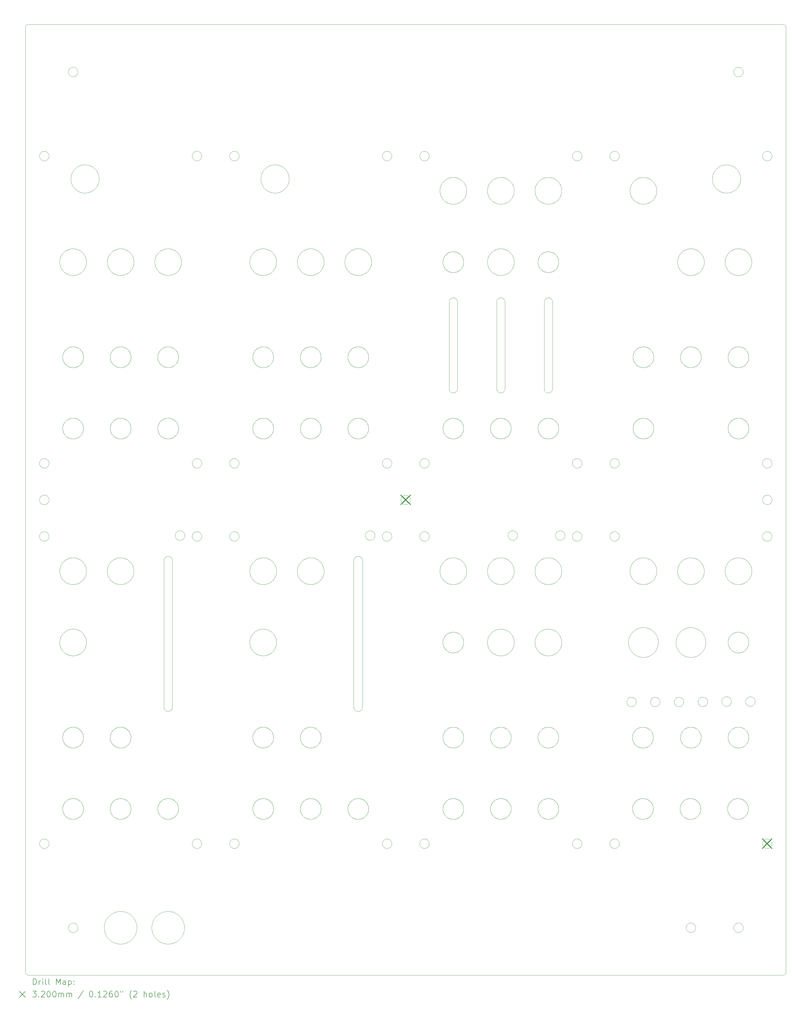
<source format=gbr>
%TF.GenerationSoftware,KiCad,Pcbnew,9.0.6*%
%TF.CreationDate,2026-01-16T17:25:07+01:00*%
%TF.ProjectId,enclosure-front,656e636c-6f73-4757-9265-2d66726f6e74,rev?*%
%TF.SameCoordinates,Original*%
%TF.FileFunction,Drillmap*%
%TF.FilePolarity,Positive*%
%FSLAX45Y45*%
G04 Gerber Fmt 4.5, Leading zero omitted, Abs format (unit mm)*
G04 Created by KiCad (PCBNEW 9.0.6) date 2026-01-16 17:25:07*
%MOMM*%
%LPD*%
G01*
G04 APERTURE LIST*
%ADD10C,0.105664*%
%ADD11C,0.105198*%
%ADD12C,0.106574*%
%ADD13C,0.050000*%
%ADD14C,0.106680*%
%ADD15C,0.105005*%
%ADD16C,0.105251*%
%ADD17C,0.106169*%
%ADD18C,0.104775*%
%ADD19C,0.104756*%
%ADD20C,0.200000*%
%ADD21C,0.320000*%
G04 APERTURE END LIST*
D10*
X18578235Y-17070217D02*
X18586361Y-17070835D01*
X18594368Y-17071852D01*
X18602247Y-17073259D01*
X18609988Y-17075046D01*
X18617581Y-17077202D01*
X18625015Y-17079717D01*
X18632281Y-17082582D01*
X18639368Y-17085786D01*
X18646267Y-17089320D01*
X18652967Y-17093172D01*
X18659459Y-17097334D01*
X18665732Y-17101795D01*
X18671776Y-17106544D01*
X18677582Y-17111573D01*
X18683138Y-17116871D01*
X18688436Y-17122428D01*
X18693465Y-17128233D01*
X18698215Y-17134277D01*
X18702675Y-17140550D01*
X18706837Y-17147042D01*
X18710690Y-17153742D01*
X18714223Y-17160641D01*
X18717427Y-17167728D01*
X18720292Y-17174994D01*
X18722807Y-17182429D01*
X18724963Y-17190021D01*
X18726750Y-17197762D01*
X18728157Y-17205641D01*
X18729174Y-17213649D01*
X18729792Y-17221774D01*
X18730000Y-17230008D01*
X18729792Y-17238242D01*
X18729174Y-17246367D01*
X18728157Y-17254374D01*
X18726750Y-17262253D01*
X18724963Y-17269994D01*
X18722807Y-17277587D01*
X18720292Y-17285021D01*
X18717427Y-17292287D01*
X18714223Y-17299374D01*
X18710690Y-17306273D01*
X18706837Y-17312973D01*
X18702675Y-17319465D01*
X18698215Y-17325738D01*
X18693465Y-17331782D01*
X18688436Y-17337588D01*
X18683138Y-17343144D01*
X18677582Y-17348442D01*
X18671776Y-17353471D01*
X18665732Y-17358221D01*
X18659459Y-17362682D01*
X18652967Y-17366843D01*
X18646267Y-17370696D01*
X18639368Y-17374229D01*
X18632281Y-17377434D01*
X18625015Y-17380298D01*
X18617581Y-17382814D01*
X18609988Y-17384970D01*
X18602247Y-17386756D01*
X18594368Y-17388164D01*
X18586361Y-17389181D01*
X18578235Y-17389799D01*
X18570001Y-17390007D01*
X18561768Y-17389799D01*
X18553642Y-17389181D01*
X18545635Y-17388164D01*
X18537756Y-17386756D01*
X18530015Y-17384970D01*
X18522422Y-17382814D01*
X18514988Y-17380298D01*
X18507722Y-17377434D01*
X18500635Y-17374229D01*
X18493736Y-17370696D01*
X18487036Y-17366843D01*
X18480544Y-17362682D01*
X18474271Y-17358221D01*
X18468227Y-17353471D01*
X18462421Y-17348442D01*
X18456865Y-17343144D01*
X18451567Y-17337588D01*
X18446538Y-17331782D01*
X18441788Y-17325738D01*
X18437327Y-17319465D01*
X18433166Y-17312973D01*
X18429313Y-17306273D01*
X18425780Y-17299374D01*
X18422576Y-17292287D01*
X18419711Y-17285021D01*
X18417195Y-17277587D01*
X18415039Y-17269994D01*
X18413253Y-17262253D01*
X18411846Y-17254374D01*
X18410828Y-17246367D01*
X18410210Y-17238242D01*
X18410002Y-17230008D01*
X18410210Y-17221774D01*
X18410828Y-17213649D01*
X18411846Y-17205641D01*
X18413253Y-17197762D01*
X18415039Y-17190021D01*
X18417195Y-17182429D01*
X18419711Y-17174994D01*
X18422576Y-17167728D01*
X18425780Y-17160641D01*
X18429313Y-17153742D01*
X18433166Y-17147042D01*
X18437327Y-17140550D01*
X18441788Y-17134277D01*
X18446538Y-17128233D01*
X18451567Y-17122428D01*
X18456865Y-17116871D01*
X18462421Y-17111573D01*
X18468227Y-17106544D01*
X18474271Y-17101795D01*
X18480544Y-17097334D01*
X18487036Y-17093172D01*
X18493736Y-17089320D01*
X18500635Y-17085786D01*
X18507722Y-17082582D01*
X18514988Y-17079717D01*
X18522422Y-17077202D01*
X18530015Y-17075046D01*
X18537756Y-17073259D01*
X18545635Y-17071852D01*
X18553642Y-17070835D01*
X18561768Y-17070217D01*
X18570001Y-17070009D01*
X18578235Y-17070217D01*
X18008235Y-17040215D02*
X18016361Y-17040833D01*
X18024368Y-17041851D01*
X18032248Y-17043258D01*
X18039988Y-17045044D01*
X18047581Y-17047200D01*
X18055015Y-17049716D01*
X18062281Y-17052581D01*
X18069369Y-17055785D01*
X18076268Y-17059318D01*
X18082968Y-17063171D01*
X18089460Y-17067332D01*
X18095733Y-17071793D01*
X18101777Y-17076543D01*
X18107583Y-17081572D01*
X18113139Y-17086870D01*
X18118437Y-17092427D01*
X18123466Y-17098232D01*
X18128216Y-17104276D01*
X18132677Y-17110549D01*
X18136839Y-17117041D01*
X18140691Y-17123742D01*
X18144225Y-17130640D01*
X18147429Y-17137728D01*
X18150293Y-17144994D01*
X18152809Y-17152428D01*
X18154965Y-17160021D01*
X18156752Y-17167762D01*
X18158159Y-17175641D01*
X18159176Y-17183648D01*
X18159794Y-17191774D01*
X18160002Y-17200008D01*
X18159794Y-17208241D01*
X18159176Y-17216367D01*
X18158159Y-17224374D01*
X18156752Y-17232253D01*
X18154965Y-17239994D01*
X18152809Y-17247586D01*
X18150293Y-17255021D01*
X18147429Y-17262286D01*
X18144225Y-17269374D01*
X18140691Y-17276272D01*
X18136839Y-17282973D01*
X18132677Y-17289464D01*
X18128216Y-17295737D01*
X18123466Y-17301781D01*
X18118437Y-17307587D01*
X18113139Y-17313143D01*
X18107583Y-17318441D01*
X18101777Y-17323470D01*
X18095733Y-17328220D01*
X18089460Y-17332680D01*
X18082968Y-17336842D01*
X18076268Y-17340695D01*
X18069369Y-17344228D01*
X18062281Y-17347432D01*
X18055015Y-17350297D01*
X18047581Y-17352812D01*
X18039988Y-17354968D01*
X18032248Y-17356755D01*
X18024368Y-17358162D01*
X18016361Y-17359179D01*
X18008235Y-17359797D01*
X18000002Y-17360005D01*
X17991768Y-17359797D01*
X17983643Y-17359179D01*
X17975635Y-17358162D01*
X17967756Y-17356755D01*
X17960015Y-17354968D01*
X17952423Y-17352812D01*
X17944988Y-17350297D01*
X17937723Y-17347432D01*
X17930635Y-17344228D01*
X17923736Y-17340695D01*
X17917036Y-17336842D01*
X17910545Y-17332680D01*
X17904272Y-17328220D01*
X17898227Y-17323470D01*
X17892422Y-17318441D01*
X17886865Y-17313143D01*
X17881567Y-17307587D01*
X17876538Y-17301781D01*
X17871789Y-17295737D01*
X17867328Y-17289464D01*
X17863166Y-17282973D01*
X17859313Y-17276272D01*
X17855780Y-17269374D01*
X17852576Y-17262286D01*
X17849711Y-17255021D01*
X17847196Y-17247586D01*
X17845040Y-17239994D01*
X17843253Y-17232253D01*
X17841846Y-17224374D01*
X17840829Y-17216367D01*
X17840211Y-17208241D01*
X17840002Y-17200008D01*
X17840211Y-17191774D01*
X17840829Y-17183648D01*
X17841846Y-17175641D01*
X17843253Y-17167762D01*
X17845040Y-17160021D01*
X17847196Y-17152428D01*
X17849711Y-17144994D01*
X17852576Y-17137728D01*
X17855780Y-17130640D01*
X17859313Y-17123742D01*
X17863166Y-17117041D01*
X17867328Y-17110549D01*
X17871789Y-17104276D01*
X17876538Y-17098232D01*
X17881567Y-17092427D01*
X17886865Y-17086870D01*
X17892422Y-17081572D01*
X17898227Y-17076543D01*
X17904272Y-17071793D01*
X17910545Y-17067332D01*
X17917036Y-17063171D01*
X17923736Y-17059318D01*
X17930635Y-17055785D01*
X17937723Y-17052581D01*
X17944988Y-17049716D01*
X17952423Y-17047200D01*
X17960015Y-17045044D01*
X17967756Y-17043258D01*
X17975635Y-17041851D01*
X17983643Y-17040833D01*
X17991768Y-17040215D01*
X18000002Y-17040007D01*
X18008235Y-17040215D01*
D11*
X8018000Y-10850463D02*
X8035775Y-10851815D01*
X8053291Y-10854040D01*
X8070527Y-10857118D01*
X8087460Y-10861026D01*
X8104069Y-10865743D01*
X8120331Y-10871245D01*
X8136225Y-10877512D01*
X8151729Y-10884521D01*
X8166820Y-10892250D01*
X8181477Y-10900678D01*
X8195678Y-10909782D01*
X8209400Y-10919540D01*
X8222622Y-10929930D01*
X8235321Y-10940931D01*
X8247477Y-10952519D01*
X8259066Y-10964675D01*
X8270066Y-10977374D01*
X8280456Y-10990596D01*
X8290214Y-11004318D01*
X8299318Y-11018519D01*
X8307746Y-11033176D01*
X8315475Y-11048267D01*
X8322484Y-11063771D01*
X8328751Y-11079665D01*
X8334253Y-11095927D01*
X8338970Y-11112536D01*
X8342878Y-11129469D01*
X8345956Y-11146705D01*
X8348182Y-11164221D01*
X8349533Y-11181995D01*
X8349989Y-11200006D01*
X8349533Y-11218017D01*
X8348182Y-11235792D01*
X8345956Y-11253308D01*
X8342878Y-11270543D01*
X8338970Y-11287477D01*
X8334253Y-11304085D01*
X8328751Y-11320348D01*
X8322484Y-11336242D01*
X8315475Y-11351746D01*
X8307746Y-11366837D01*
X8299318Y-11381494D01*
X8290214Y-11395694D01*
X8280456Y-11409417D01*
X8270066Y-11422639D01*
X8259066Y-11435338D01*
X8247477Y-11447494D01*
X8235321Y-11459082D01*
X8222622Y-11470083D01*
X8209400Y-11480474D01*
X8195678Y-11490232D01*
X8181477Y-11499335D01*
X8166820Y-11507763D01*
X8151729Y-11515492D01*
X8136225Y-11522501D01*
X8120331Y-11528768D01*
X8104069Y-11534271D01*
X8087460Y-11538987D01*
X8070527Y-11542895D01*
X8053291Y-11545973D01*
X8035775Y-11548199D01*
X8018000Y-11549551D01*
X7999989Y-11550006D01*
X7981978Y-11549551D01*
X7964204Y-11548199D01*
X7946688Y-11545973D01*
X7929452Y-11542895D01*
X7912519Y-11538987D01*
X7895910Y-11534271D01*
X7879648Y-11528768D01*
X7863754Y-11522501D01*
X7848250Y-11515492D01*
X7833159Y-11507763D01*
X7818502Y-11499335D01*
X7804302Y-11490232D01*
X7790579Y-11480474D01*
X7777358Y-11470083D01*
X7764658Y-11459082D01*
X7752503Y-11447494D01*
X7740914Y-11435338D01*
X7729913Y-11422639D01*
X7719523Y-11409417D01*
X7709765Y-11395694D01*
X7700661Y-11381494D01*
X7692234Y-11366837D01*
X7684504Y-11351746D01*
X7677495Y-11336242D01*
X7671229Y-11320348D01*
X7665726Y-11304085D01*
X7661010Y-11287477D01*
X7657102Y-11270543D01*
X7654024Y-11253308D01*
X7651798Y-11235792D01*
X7650446Y-11218017D01*
X7649991Y-11200006D01*
X7650446Y-11181995D01*
X7651798Y-11164221D01*
X7654024Y-11146705D01*
X7657102Y-11129469D01*
X7661010Y-11112536D01*
X7665726Y-11095927D01*
X7671229Y-11079665D01*
X7677495Y-11063771D01*
X7684504Y-11048267D01*
X7692234Y-11033176D01*
X7700661Y-11018519D01*
X7709765Y-11004318D01*
X7719523Y-10990596D01*
X7729913Y-10977374D01*
X7740914Y-10964675D01*
X7752503Y-10952519D01*
X7764658Y-10940931D01*
X7777358Y-10929930D01*
X7790579Y-10919540D01*
X7804302Y-10909782D01*
X7818502Y-10900678D01*
X7833159Y-10892250D01*
X7848250Y-10884521D01*
X7863754Y-10877512D01*
X7879648Y-10871245D01*
X7895910Y-10865743D01*
X7912519Y-10861026D01*
X7929452Y-10857118D01*
X7946688Y-10854040D01*
X7964204Y-10851815D01*
X7981978Y-10850463D01*
X7999989Y-10850008D01*
X8018000Y-10850463D01*
D10*
X11608236Y-17040215D02*
X11616361Y-17040833D01*
X11624368Y-17041851D01*
X11632247Y-17043258D01*
X11639988Y-17045044D01*
X11647581Y-17047200D01*
X11655015Y-17049716D01*
X11662281Y-17052581D01*
X11669368Y-17055785D01*
X11676267Y-17059318D01*
X11682968Y-17063171D01*
X11689459Y-17067332D01*
X11695732Y-17071793D01*
X11701777Y-17076543D01*
X11707582Y-17081572D01*
X11713139Y-17086870D01*
X11718437Y-17092427D01*
X11723466Y-17098232D01*
X11728215Y-17104276D01*
X11732676Y-17110549D01*
X11736838Y-17117041D01*
X11740691Y-17123742D01*
X11744224Y-17130640D01*
X11747428Y-17137728D01*
X11750293Y-17144994D01*
X11752809Y-17152428D01*
X11754965Y-17160021D01*
X11756751Y-17167762D01*
X11758159Y-17175641D01*
X11759176Y-17183648D01*
X11759794Y-17191774D01*
X11760002Y-17200008D01*
X11759794Y-17208241D01*
X11759176Y-17216367D01*
X11758159Y-17224374D01*
X11756751Y-17232253D01*
X11754965Y-17239994D01*
X11752809Y-17247586D01*
X11750293Y-17255021D01*
X11747428Y-17262286D01*
X11744224Y-17269374D01*
X11740691Y-17276272D01*
X11736838Y-17282973D01*
X11732676Y-17289464D01*
X11728215Y-17295737D01*
X11723466Y-17301781D01*
X11718437Y-17307587D01*
X11713139Y-17313143D01*
X11707582Y-17318441D01*
X11701777Y-17323470D01*
X11695732Y-17328220D01*
X11689459Y-17332680D01*
X11682968Y-17336842D01*
X11676267Y-17340695D01*
X11669368Y-17344228D01*
X11662281Y-17347432D01*
X11655015Y-17350297D01*
X11647581Y-17352812D01*
X11639988Y-17354968D01*
X11632247Y-17356755D01*
X11624368Y-17358162D01*
X11616361Y-17359179D01*
X11608236Y-17359797D01*
X11600002Y-17360005D01*
X11591769Y-17359797D01*
X11583643Y-17359179D01*
X11575636Y-17358162D01*
X11567757Y-17356755D01*
X11560016Y-17354968D01*
X11552423Y-17352812D01*
X11544989Y-17350297D01*
X11537723Y-17347432D01*
X11530635Y-17344228D01*
X11523736Y-17340695D01*
X11517036Y-17336842D01*
X11510544Y-17332680D01*
X11504271Y-17328220D01*
X11498227Y-17323470D01*
X11492421Y-17318441D01*
X11486865Y-17313143D01*
X11481567Y-17307587D01*
X11476538Y-17301781D01*
X11471788Y-17295737D01*
X11467327Y-17289464D01*
X11463165Y-17282973D01*
X11459313Y-17276272D01*
X11455779Y-17269374D01*
X11452575Y-17262286D01*
X11449710Y-17255021D01*
X11447195Y-17247586D01*
X11445039Y-17239994D01*
X11443252Y-17232253D01*
X11441845Y-17224374D01*
X11440828Y-17216367D01*
X11440210Y-17208241D01*
X11440002Y-17200008D01*
X11440210Y-17191774D01*
X11440828Y-17183648D01*
X11441845Y-17175641D01*
X11443252Y-17167762D01*
X11445039Y-17160021D01*
X11447195Y-17152428D01*
X11449710Y-17144994D01*
X11452575Y-17137728D01*
X11455779Y-17130640D01*
X11459313Y-17123742D01*
X11463165Y-17117041D01*
X11467327Y-17110549D01*
X11471788Y-17104276D01*
X11476538Y-17098232D01*
X11481567Y-17092427D01*
X11486865Y-17086870D01*
X11492421Y-17081572D01*
X11498227Y-17076543D01*
X11504271Y-17071793D01*
X11510544Y-17067332D01*
X11517036Y-17063171D01*
X11523736Y-17059318D01*
X11530635Y-17055785D01*
X11537723Y-17052581D01*
X11544989Y-17049716D01*
X11552423Y-17047200D01*
X11560016Y-17045044D01*
X11567757Y-17043258D01*
X11575636Y-17041851D01*
X11583643Y-17040833D01*
X11591769Y-17040215D01*
X11600002Y-17040007D01*
X11608236Y-17040215D01*
D12*
X23624447Y-4725629D02*
X23648569Y-4727463D01*
X23672341Y-4730484D01*
X23695732Y-4734661D01*
X23718713Y-4739965D01*
X23741254Y-4746366D01*
X23763325Y-4753834D01*
X23784895Y-4762339D01*
X23805936Y-4771851D01*
X23826417Y-4782341D01*
X23846308Y-4793778D01*
X23865581Y-4806133D01*
X23884204Y-4819377D01*
X23902148Y-4833478D01*
X23919383Y-4848407D01*
X23935879Y-4864135D01*
X23951607Y-4880631D01*
X23966537Y-4897867D01*
X23980638Y-4915811D01*
X23993881Y-4934434D01*
X24006236Y-4953706D01*
X24017673Y-4973597D01*
X24028163Y-4994078D01*
X24037675Y-5015119D01*
X24046180Y-5036690D01*
X24053648Y-5058760D01*
X24060049Y-5081301D01*
X24065353Y-5104281D01*
X24069530Y-5127673D01*
X24072551Y-5151444D01*
X24074385Y-5175567D01*
X24075003Y-5200010D01*
X24074385Y-5224454D01*
X24072551Y-5248576D01*
X24069530Y-5272348D01*
X24065353Y-5295739D01*
X24060049Y-5318720D01*
X24053648Y-5341261D01*
X24046180Y-5363331D01*
X24037675Y-5384902D01*
X24028163Y-5405942D01*
X24017673Y-5426423D01*
X24006236Y-5446315D01*
X23993881Y-5465587D01*
X23980638Y-5484210D01*
X23966537Y-5502154D01*
X23951607Y-5519389D01*
X23935879Y-5535886D01*
X23919383Y-5551614D01*
X23902148Y-5566543D01*
X23884204Y-5580644D01*
X23865581Y-5593887D01*
X23846308Y-5606243D01*
X23826417Y-5617680D01*
X23805936Y-5628170D01*
X23784895Y-5637682D01*
X23763325Y-5646187D01*
X23741254Y-5653655D01*
X23718713Y-5660056D01*
X23695732Y-5665360D01*
X23672341Y-5669537D01*
X23648569Y-5672557D01*
X23624447Y-5674392D01*
X23600003Y-5675010D01*
X23575560Y-5674392D01*
X23551437Y-5672557D01*
X23527666Y-5669537D01*
X23504274Y-5665360D01*
X23481294Y-5660056D01*
X23458753Y-5653655D01*
X23436683Y-5646187D01*
X23415112Y-5637682D01*
X23394072Y-5628170D01*
X23373591Y-5617680D01*
X23353699Y-5606243D01*
X23334427Y-5593887D01*
X23315804Y-5580644D01*
X23297860Y-5566543D01*
X23280625Y-5551614D01*
X23264129Y-5535886D01*
X23248401Y-5519389D01*
X23233471Y-5502154D01*
X23219370Y-5484210D01*
X23206127Y-5465587D01*
X23193772Y-5446315D01*
X23182334Y-5426423D01*
X23171845Y-5405942D01*
X23162332Y-5384902D01*
X23153827Y-5363331D01*
X23146360Y-5341261D01*
X23139959Y-5318720D01*
X23134655Y-5295739D01*
X23130478Y-5272348D01*
X23127457Y-5248576D01*
X23125623Y-5224454D01*
X23125005Y-5200010D01*
X23125623Y-5175567D01*
X23127457Y-5151444D01*
X23130478Y-5127673D01*
X23134655Y-5104281D01*
X23139959Y-5081301D01*
X23146360Y-5058760D01*
X23153827Y-5036690D01*
X23162332Y-5015119D01*
X23171845Y-4994078D01*
X23182334Y-4973597D01*
X23193772Y-4953706D01*
X23206127Y-4934434D01*
X23219370Y-4915811D01*
X23233471Y-4897867D01*
X23248401Y-4880631D01*
X23264129Y-4864135D01*
X23280625Y-4848407D01*
X23297860Y-4833478D01*
X23315804Y-4819377D01*
X23334427Y-4806133D01*
X23353699Y-4793778D01*
X23373591Y-4782341D01*
X23394072Y-4771851D01*
X23415112Y-4762339D01*
X23436683Y-4753834D01*
X23458753Y-4746366D01*
X23481294Y-4739965D01*
X23504274Y-4734661D01*
X23527666Y-4730484D01*
X23551437Y-4727463D01*
X23575560Y-4725629D01*
X23600003Y-4725011D01*
X23624447Y-4725629D01*
D11*
X4818011Y-26050465D02*
X4835785Y-26051816D01*
X4853302Y-26054042D01*
X4870537Y-26057120D01*
X4887470Y-26061028D01*
X4904079Y-26065745D01*
X4920342Y-26071247D01*
X4936236Y-26077514D01*
X4951739Y-26084523D01*
X4966831Y-26092252D01*
X4981488Y-26100680D01*
X4995688Y-26109784D01*
X5009410Y-26119542D01*
X5022632Y-26129933D01*
X5035332Y-26140933D01*
X5047487Y-26152522D01*
X5059076Y-26164678D01*
X5070077Y-26177377D01*
X5080467Y-26190599D01*
X5090225Y-26204321D01*
X5099329Y-26218522D01*
X5107757Y-26233179D01*
X5115486Y-26248270D01*
X5122495Y-26263774D01*
X5128762Y-26279668D01*
X5134264Y-26295930D01*
X5138981Y-26312539D01*
X5142889Y-26329472D01*
X5145967Y-26346708D01*
X5148193Y-26364224D01*
X5149544Y-26381998D01*
X5150000Y-26400009D01*
X5149544Y-26418020D01*
X5148193Y-26435795D01*
X5145967Y-26453311D01*
X5142889Y-26470547D01*
X5138981Y-26487480D01*
X5134264Y-26504089D01*
X5128762Y-26520352D01*
X5122495Y-26536246D01*
X5115486Y-26551749D01*
X5107757Y-26566841D01*
X5099329Y-26581498D01*
X5090225Y-26595698D01*
X5080467Y-26609420D01*
X5070077Y-26622642D01*
X5059076Y-26635342D01*
X5047487Y-26647497D01*
X5035332Y-26659086D01*
X5022632Y-26670087D01*
X5009410Y-26680477D01*
X4995688Y-26690235D01*
X4981488Y-26699339D01*
X4966831Y-26707766D01*
X4951739Y-26715496D01*
X4936236Y-26722505D01*
X4920342Y-26728771D01*
X4904079Y-26734274D01*
X4887470Y-26738990D01*
X4870537Y-26742898D01*
X4853302Y-26745976D01*
X4835785Y-26748202D01*
X4818011Y-26749554D01*
X4800000Y-26750009D01*
X4781989Y-26749554D01*
X4764215Y-26748202D01*
X4746699Y-26745976D01*
X4729463Y-26742898D01*
X4712530Y-26738990D01*
X4695921Y-26734274D01*
X4679658Y-26728771D01*
X4663764Y-26722505D01*
X4648261Y-26715496D01*
X4633170Y-26707766D01*
X4618513Y-26699339D01*
X4604312Y-26690235D01*
X4590590Y-26680477D01*
X4577368Y-26670087D01*
X4564668Y-26659086D01*
X4552513Y-26647497D01*
X4540924Y-26635342D01*
X4529924Y-26622642D01*
X4519533Y-26609420D01*
X4509775Y-26595698D01*
X4500671Y-26581498D01*
X4492244Y-26566841D01*
X4484514Y-26551749D01*
X4477505Y-26536246D01*
X4471239Y-26520352D01*
X4465736Y-26504089D01*
X4461020Y-26487480D01*
X4457112Y-26470547D01*
X4454034Y-26453311D01*
X4451808Y-26435795D01*
X4450456Y-26418020D01*
X4450001Y-26400009D01*
X4450456Y-26381998D01*
X4451808Y-26364224D01*
X4454034Y-26346708D01*
X4457112Y-26329472D01*
X4461020Y-26312539D01*
X4465736Y-26295930D01*
X4471239Y-26279668D01*
X4477505Y-26263774D01*
X4484514Y-26248270D01*
X4492244Y-26233179D01*
X4500671Y-26218522D01*
X4509775Y-26204321D01*
X4519533Y-26190599D01*
X4529924Y-26177377D01*
X4540924Y-26164678D01*
X4552513Y-26152522D01*
X4564668Y-26140933D01*
X4577368Y-26129933D01*
X4590590Y-26119542D01*
X4604312Y-26109784D01*
X4618513Y-26100680D01*
X4633170Y-26092252D01*
X4648261Y-26084523D01*
X4663764Y-26077514D01*
X4679658Y-26071247D01*
X4695921Y-26065745D01*
X4712530Y-26061028D01*
X4729463Y-26057120D01*
X4746699Y-26054042D01*
X4764215Y-26051816D01*
X4781989Y-26050465D01*
X4800000Y-26050009D01*
X4818011Y-26050465D01*
D10*
X19838237Y-14610215D02*
X19846363Y-14610833D01*
X19854370Y-14611850D01*
X19862249Y-14613257D01*
X19869990Y-14615044D01*
X19877583Y-14617200D01*
X19885017Y-14619715D01*
X19892283Y-14622580D01*
X19899370Y-14625784D01*
X19906269Y-14629318D01*
X19912969Y-14633170D01*
X19919461Y-14637332D01*
X19925734Y-14641793D01*
X19931778Y-14646543D01*
X19937584Y-14651572D01*
X19943140Y-14656869D01*
X19948438Y-14662426D01*
X19953467Y-14668232D01*
X19958217Y-14674276D01*
X19962678Y-14680549D01*
X19966839Y-14687041D01*
X19970692Y-14693741D01*
X19974225Y-14700640D01*
X19977429Y-14707727D01*
X19980294Y-14714993D01*
X19982809Y-14722428D01*
X19984965Y-14730020D01*
X19986752Y-14737761D01*
X19988159Y-14745641D01*
X19989176Y-14753648D01*
X19989794Y-14761774D01*
X19990002Y-14770007D01*
X19989794Y-14778241D01*
X19989176Y-14786366D01*
X19988159Y-14794374D01*
X19986752Y-14802253D01*
X19984965Y-14809993D01*
X19982809Y-14817586D01*
X19980294Y-14825020D01*
X19977429Y-14832286D01*
X19974225Y-14839373D01*
X19970692Y-14846272D01*
X19966839Y-14852972D01*
X19962678Y-14859464D01*
X19958217Y-14865737D01*
X19953467Y-14871781D01*
X19948438Y-14877586D01*
X19943140Y-14883143D01*
X19937584Y-14888441D01*
X19931778Y-14893469D01*
X19925734Y-14898219D01*
X19919461Y-14902680D01*
X19912969Y-14906842D01*
X19906269Y-14910694D01*
X19899370Y-14914228D01*
X19892283Y-14917432D01*
X19885017Y-14920296D01*
X19877583Y-14922812D01*
X19869990Y-14924968D01*
X19862249Y-14926754D01*
X19854370Y-14928161D01*
X19846363Y-14929179D01*
X19838237Y-14929797D01*
X19830003Y-14930005D01*
X19821770Y-14929797D01*
X19813644Y-14929179D01*
X19805637Y-14928161D01*
X19797758Y-14926754D01*
X19790017Y-14924968D01*
X19782424Y-14922812D01*
X19774990Y-14920296D01*
X19767724Y-14917432D01*
X19760637Y-14914228D01*
X19753738Y-14910694D01*
X19747038Y-14906842D01*
X19740546Y-14902680D01*
X19734273Y-14898219D01*
X19728228Y-14893469D01*
X19722423Y-14888441D01*
X19716866Y-14883143D01*
X19711568Y-14877586D01*
X19706539Y-14871781D01*
X19701789Y-14865737D01*
X19697329Y-14859464D01*
X19693167Y-14852972D01*
X19689314Y-14846272D01*
X19685781Y-14839373D01*
X19682577Y-14832286D01*
X19679712Y-14825020D01*
X19677196Y-14817586D01*
X19675040Y-14809993D01*
X19673253Y-14802253D01*
X19671846Y-14794374D01*
X19670829Y-14786366D01*
X19670211Y-14778241D01*
X19670003Y-14770007D01*
X19670211Y-14761774D01*
X19670829Y-14753648D01*
X19671846Y-14745641D01*
X19673253Y-14737761D01*
X19675040Y-14730020D01*
X19677196Y-14722428D01*
X19679712Y-14714993D01*
X19682577Y-14707727D01*
X19685781Y-14700640D01*
X19689314Y-14693741D01*
X19693167Y-14687041D01*
X19697329Y-14680549D01*
X19701789Y-14674276D01*
X19706539Y-14668232D01*
X19711568Y-14662426D01*
X19716866Y-14656869D01*
X19722423Y-14651572D01*
X19728228Y-14646543D01*
X19734273Y-14641793D01*
X19740546Y-14637332D01*
X19747038Y-14633170D01*
X19753738Y-14629318D01*
X19760637Y-14625784D01*
X19767724Y-14622580D01*
X19774990Y-14619715D01*
X19782424Y-14617200D01*
X19790017Y-14615044D01*
X19797758Y-14613257D01*
X19805637Y-14611850D01*
X19813644Y-14610833D01*
X19821770Y-14610215D01*
X19830003Y-14610007D01*
X19838237Y-14610215D01*
X22008233Y-22640215D02*
X22016359Y-22640833D01*
X22024366Y-22641851D01*
X22032245Y-22643258D01*
X22039986Y-22645044D01*
X22047578Y-22647200D01*
X22055013Y-22649716D01*
X22062278Y-22652581D01*
X22069366Y-22655785D01*
X22076264Y-22659318D01*
X22082965Y-22663171D01*
X22089456Y-22667333D01*
X22095729Y-22671794D01*
X22101774Y-22676544D01*
X22107579Y-22681572D01*
X22113136Y-22686870D01*
X22118434Y-22692427D01*
X22123463Y-22698233D01*
X22128213Y-22704277D01*
X22132673Y-22710550D01*
X22136835Y-22717042D01*
X22140688Y-22723742D01*
X22144221Y-22730641D01*
X22147425Y-22737728D01*
X22150290Y-22744994D01*
X22152806Y-22752429D01*
X22154962Y-22760021D01*
X22156748Y-22767762D01*
X22158156Y-22775641D01*
X22159173Y-22783649D01*
X22159791Y-22791774D01*
X22159999Y-22800008D01*
X22159791Y-22808241D01*
X22159173Y-22816367D01*
X22158156Y-22824374D01*
X22156748Y-22832253D01*
X22154962Y-22839994D01*
X22152806Y-22847587D01*
X22150290Y-22855021D01*
X22147425Y-22862287D01*
X22144221Y-22869375D01*
X22140688Y-22876273D01*
X22136835Y-22882974D01*
X22132673Y-22889465D01*
X22128213Y-22895738D01*
X22123463Y-22901783D01*
X22118434Y-22907588D01*
X22113136Y-22913145D01*
X22107579Y-22918442D01*
X22101774Y-22923471D01*
X22095729Y-22928221D01*
X22089456Y-22932682D01*
X22082965Y-22936843D01*
X22076264Y-22940696D01*
X22069366Y-22944229D01*
X22062278Y-22947433D01*
X22055013Y-22950298D01*
X22047578Y-22952814D01*
X22039986Y-22954970D01*
X22032245Y-22956756D01*
X22024366Y-22958163D01*
X22016359Y-22959181D01*
X22008233Y-22959798D01*
X22000000Y-22960007D01*
X21991767Y-22959798D01*
X21983641Y-22959181D01*
X21975634Y-22958163D01*
X21967755Y-22956756D01*
X21960014Y-22954970D01*
X21952422Y-22952814D01*
X21944987Y-22950298D01*
X21937722Y-22947433D01*
X21930634Y-22944229D01*
X21923735Y-22940696D01*
X21917035Y-22936843D01*
X21910543Y-22932682D01*
X21904270Y-22928221D01*
X21898226Y-22923471D01*
X21892420Y-22918442D01*
X21886863Y-22913145D01*
X21881565Y-22907588D01*
X21876537Y-22901783D01*
X21871787Y-22895738D01*
X21867326Y-22889465D01*
X21863164Y-22882974D01*
X21859311Y-22876273D01*
X21855778Y-22869375D01*
X21852573Y-22862287D01*
X21849708Y-22855021D01*
X21847193Y-22847587D01*
X21845037Y-22839994D01*
X21843250Y-22832253D01*
X21841843Y-22824374D01*
X21840826Y-22816367D01*
X21840208Y-22808241D01*
X21839999Y-22800008D01*
X21840208Y-22791774D01*
X21840826Y-22783649D01*
X21841843Y-22775641D01*
X21843250Y-22767762D01*
X21845037Y-22760021D01*
X21847193Y-22752429D01*
X21849708Y-22744994D01*
X21852573Y-22737728D01*
X21855778Y-22730641D01*
X21859311Y-22723742D01*
X21863164Y-22717042D01*
X21867326Y-22710550D01*
X21871787Y-22704277D01*
X21876537Y-22698233D01*
X21881565Y-22692427D01*
X21886863Y-22686870D01*
X21892420Y-22681572D01*
X21898226Y-22676544D01*
X21904270Y-22671794D01*
X21910543Y-22667333D01*
X21917035Y-22663171D01*
X21923735Y-22659318D01*
X21930634Y-22655785D01*
X21937722Y-22652581D01*
X21944987Y-22649716D01*
X21952422Y-22647200D01*
X21960014Y-22645044D01*
X21967755Y-22643258D01*
X21975634Y-22641851D01*
X21983641Y-22640833D01*
X21991767Y-22640215D01*
X22000000Y-22640007D01*
X22008233Y-22640215D01*
D11*
X20802616Y-26050465D02*
X20820391Y-26051816D01*
X20837907Y-26054042D01*
X20855142Y-26057120D01*
X20872075Y-26061028D01*
X20888684Y-26065745D01*
X20904946Y-26071247D01*
X20920840Y-26077514D01*
X20936344Y-26084523D01*
X20951435Y-26092252D01*
X20966092Y-26100680D01*
X20980293Y-26109784D01*
X20994015Y-26119542D01*
X21007237Y-26129933D01*
X21019936Y-26140933D01*
X21032092Y-26152522D01*
X21043681Y-26164678D01*
X21054681Y-26177377D01*
X21065071Y-26190599D01*
X21074830Y-26204321D01*
X21083933Y-26218522D01*
X21092361Y-26233179D01*
X21100090Y-26248270D01*
X21107099Y-26263774D01*
X21113366Y-26279668D01*
X21118869Y-26295930D01*
X21123585Y-26312539D01*
X21127493Y-26329472D01*
X21130571Y-26346708D01*
X21132797Y-26364224D01*
X21134149Y-26381998D01*
X21134604Y-26400009D01*
X21134149Y-26418020D01*
X21132797Y-26435795D01*
X21130571Y-26453311D01*
X21127493Y-26470547D01*
X21123585Y-26487480D01*
X21118869Y-26504089D01*
X21113366Y-26520352D01*
X21107099Y-26536246D01*
X21100090Y-26551749D01*
X21092361Y-26566841D01*
X21083933Y-26581498D01*
X21074830Y-26595698D01*
X21065071Y-26609420D01*
X21054681Y-26622642D01*
X21043681Y-26635342D01*
X21032092Y-26647497D01*
X21019936Y-26659086D01*
X21007237Y-26670087D01*
X20994015Y-26680477D01*
X20980293Y-26690235D01*
X20966092Y-26699339D01*
X20951435Y-26707766D01*
X20936344Y-26715496D01*
X20920840Y-26722505D01*
X20904946Y-26728771D01*
X20888684Y-26734274D01*
X20872075Y-26738990D01*
X20855142Y-26742898D01*
X20837907Y-26745976D01*
X20820391Y-26748202D01*
X20802616Y-26749554D01*
X20784605Y-26750009D01*
X20766594Y-26749554D01*
X20748820Y-26748202D01*
X20731304Y-26745976D01*
X20714068Y-26742898D01*
X20697135Y-26738990D01*
X20680526Y-26734274D01*
X20664264Y-26728771D01*
X20648370Y-26722505D01*
X20632866Y-26715496D01*
X20617775Y-26707766D01*
X20603118Y-26699339D01*
X20588917Y-26690235D01*
X20575195Y-26680477D01*
X20561973Y-26670087D01*
X20549273Y-26659086D01*
X20537118Y-26647497D01*
X20525529Y-26635342D01*
X20514528Y-26622642D01*
X20504138Y-26609420D01*
X20494380Y-26595698D01*
X20485276Y-26581498D01*
X20476849Y-26566841D01*
X20469119Y-26551749D01*
X20462110Y-26536246D01*
X20455843Y-26520352D01*
X20450341Y-26504089D01*
X20445624Y-26487480D01*
X20441716Y-26470547D01*
X20438638Y-26453311D01*
X20436412Y-26435795D01*
X20435061Y-26418020D01*
X20434605Y-26400009D01*
X20435061Y-26381998D01*
X20436412Y-26364224D01*
X20438638Y-26346708D01*
X20441716Y-26329472D01*
X20445624Y-26312539D01*
X20450341Y-26295930D01*
X20455843Y-26279668D01*
X20462110Y-26263774D01*
X20469119Y-26248270D01*
X20476849Y-26233179D01*
X20485276Y-26218522D01*
X20494380Y-26204321D01*
X20504138Y-26190599D01*
X20514528Y-26177377D01*
X20525529Y-26164678D01*
X20537118Y-26152522D01*
X20549273Y-26140933D01*
X20561973Y-26129933D01*
X20575195Y-26119542D01*
X20588917Y-26109784D01*
X20603118Y-26100680D01*
X20617775Y-26092252D01*
X20632866Y-26084523D01*
X20648370Y-26077514D01*
X20664264Y-26071247D01*
X20680526Y-26065745D01*
X20697135Y-26061028D01*
X20714068Y-26057120D01*
X20731304Y-26054042D01*
X20748820Y-26051816D01*
X20766594Y-26050465D01*
X20784605Y-26050009D01*
X20802616Y-26050465D01*
D13*
X25500000Y0D02*
G75*
G02*
X25600000Y-100000I0J-100000D01*
G01*
D11*
X4818011Y-10850463D02*
X4835785Y-10851815D01*
X4853302Y-10854040D01*
X4870537Y-10857118D01*
X4887470Y-10861026D01*
X4904079Y-10865743D01*
X4920342Y-10871245D01*
X4936236Y-10877512D01*
X4951739Y-10884521D01*
X4966831Y-10892250D01*
X4981488Y-10900678D01*
X4995688Y-10909782D01*
X5009410Y-10919540D01*
X5022632Y-10929930D01*
X5035332Y-10940931D01*
X5047487Y-10952519D01*
X5059076Y-10964675D01*
X5070077Y-10977374D01*
X5080467Y-10990596D01*
X5090225Y-11004318D01*
X5099329Y-11018519D01*
X5107757Y-11033176D01*
X5115486Y-11048267D01*
X5122495Y-11063771D01*
X5128762Y-11079665D01*
X5134264Y-11095927D01*
X5138981Y-11112536D01*
X5142889Y-11129469D01*
X5145967Y-11146705D01*
X5148193Y-11164221D01*
X5149544Y-11181995D01*
X5150000Y-11200006D01*
X5149544Y-11218017D01*
X5148193Y-11235792D01*
X5145967Y-11253308D01*
X5142889Y-11270543D01*
X5138981Y-11287477D01*
X5134264Y-11304085D01*
X5128762Y-11320348D01*
X5122495Y-11336242D01*
X5115486Y-11351746D01*
X5107757Y-11366837D01*
X5099329Y-11381494D01*
X5090225Y-11395694D01*
X5080467Y-11409417D01*
X5070077Y-11422639D01*
X5059076Y-11435338D01*
X5047487Y-11447494D01*
X5035332Y-11459082D01*
X5022632Y-11470083D01*
X5009410Y-11480474D01*
X4995688Y-11490232D01*
X4981488Y-11499335D01*
X4966831Y-11507763D01*
X4951739Y-11515492D01*
X4936236Y-11522501D01*
X4920342Y-11528768D01*
X4904079Y-11534271D01*
X4887470Y-11538987D01*
X4870537Y-11542895D01*
X4853302Y-11545973D01*
X4835785Y-11548199D01*
X4818011Y-11549551D01*
X4800000Y-11550006D01*
X4781989Y-11549551D01*
X4764215Y-11548199D01*
X4746699Y-11545973D01*
X4729463Y-11542895D01*
X4712530Y-11538987D01*
X4695921Y-11534271D01*
X4679658Y-11528768D01*
X4663764Y-11522501D01*
X4648261Y-11515492D01*
X4633170Y-11507763D01*
X4618513Y-11499335D01*
X4604312Y-11490232D01*
X4590590Y-11480474D01*
X4577368Y-11470083D01*
X4564668Y-11459082D01*
X4552513Y-11447494D01*
X4540924Y-11435338D01*
X4529924Y-11422639D01*
X4519533Y-11409417D01*
X4509775Y-11395694D01*
X4500671Y-11381494D01*
X4492244Y-11366837D01*
X4484514Y-11351746D01*
X4477505Y-11336242D01*
X4471239Y-11320348D01*
X4465736Y-11304085D01*
X4461020Y-11287477D01*
X4457112Y-11270543D01*
X4454034Y-11253308D01*
X4451808Y-11235792D01*
X4450456Y-11218017D01*
X4450001Y-11200006D01*
X4450456Y-11181995D01*
X4451808Y-11164221D01*
X4454034Y-11146705D01*
X4457112Y-11129469D01*
X4461020Y-11112536D01*
X4465736Y-11095927D01*
X4471239Y-11079665D01*
X4477505Y-11063771D01*
X4484514Y-11048267D01*
X4492244Y-11033176D01*
X4500671Y-11018519D01*
X4509775Y-11004318D01*
X4519533Y-10990596D01*
X4529924Y-10977374D01*
X4540924Y-10964675D01*
X4552513Y-10952519D01*
X4564668Y-10940931D01*
X4577368Y-10929930D01*
X4590590Y-10919540D01*
X4604312Y-10909782D01*
X4618513Y-10900678D01*
X4633170Y-10892250D01*
X4648261Y-10884521D01*
X4663764Y-10877512D01*
X4679658Y-10871245D01*
X4695921Y-10865743D01*
X4712530Y-10861026D01*
X4729463Y-10857118D01*
X4746699Y-10854040D01*
X4764215Y-10851815D01*
X4781989Y-10850463D01*
X4800000Y-10850008D01*
X4818011Y-10850463D01*
X14418012Y-26050465D02*
X14435787Y-26051816D01*
X14453303Y-26054042D01*
X14470539Y-26057120D01*
X14487472Y-26061028D01*
X14504081Y-26065745D01*
X14520343Y-26071247D01*
X14536237Y-26077514D01*
X14551741Y-26084523D01*
X14566832Y-26092252D01*
X14581489Y-26100680D01*
X14595689Y-26109784D01*
X14609412Y-26119542D01*
X14622633Y-26129933D01*
X14635333Y-26140933D01*
X14647488Y-26152522D01*
X14659077Y-26164678D01*
X14670078Y-26177377D01*
X14680468Y-26190599D01*
X14690226Y-26204321D01*
X14699330Y-26218522D01*
X14707757Y-26233179D01*
X14715486Y-26248270D01*
X14722495Y-26263774D01*
X14728762Y-26279668D01*
X14734265Y-26295930D01*
X14738981Y-26312539D01*
X14742889Y-26329472D01*
X14745967Y-26346708D01*
X14748193Y-26364224D01*
X14749545Y-26381998D01*
X14750000Y-26400009D01*
X14749545Y-26418020D01*
X14748193Y-26435795D01*
X14745967Y-26453311D01*
X14742889Y-26470547D01*
X14738981Y-26487480D01*
X14734265Y-26504089D01*
X14728762Y-26520352D01*
X14722495Y-26536246D01*
X14715486Y-26551749D01*
X14707757Y-26566841D01*
X14699330Y-26581498D01*
X14690226Y-26595698D01*
X14680468Y-26609420D01*
X14670078Y-26622642D01*
X14659077Y-26635342D01*
X14647488Y-26647497D01*
X14635333Y-26659086D01*
X14622633Y-26670087D01*
X14609412Y-26680477D01*
X14595689Y-26690235D01*
X14581489Y-26699339D01*
X14566832Y-26707766D01*
X14551741Y-26715496D01*
X14536237Y-26722505D01*
X14520343Y-26728771D01*
X14504081Y-26734274D01*
X14487472Y-26738990D01*
X14470539Y-26742898D01*
X14453303Y-26745976D01*
X14435787Y-26748202D01*
X14418012Y-26749554D01*
X14400001Y-26750009D01*
X14381991Y-26749554D01*
X14364216Y-26748202D01*
X14346700Y-26745976D01*
X14329464Y-26742898D01*
X14312531Y-26738990D01*
X14295922Y-26734274D01*
X14279660Y-26728771D01*
X14263766Y-26722505D01*
X14248262Y-26715496D01*
X14233171Y-26707766D01*
X14218514Y-26699339D01*
X14204314Y-26690235D01*
X14190591Y-26680477D01*
X14177370Y-26670087D01*
X14164670Y-26659086D01*
X14152515Y-26647497D01*
X14140926Y-26635342D01*
X14129925Y-26622642D01*
X14119535Y-26609420D01*
X14109777Y-26595698D01*
X14100673Y-26581498D01*
X14092246Y-26566841D01*
X14084516Y-26551749D01*
X14077507Y-26536246D01*
X14071241Y-26520352D01*
X14065738Y-26504089D01*
X14061022Y-26487480D01*
X14057114Y-26470547D01*
X14054036Y-26453311D01*
X14051810Y-26435795D01*
X14050458Y-26418020D01*
X14050003Y-26400009D01*
X14050458Y-26381998D01*
X14051810Y-26364224D01*
X14054036Y-26346708D01*
X14057114Y-26329472D01*
X14061022Y-26312539D01*
X14065738Y-26295930D01*
X14071241Y-26279668D01*
X14077507Y-26263774D01*
X14084516Y-26248270D01*
X14092246Y-26233179D01*
X14100673Y-26218522D01*
X14109777Y-26204321D01*
X14119535Y-26190599D01*
X14129925Y-26177377D01*
X14140926Y-26164678D01*
X14152515Y-26152522D01*
X14164670Y-26140933D01*
X14177370Y-26129933D01*
X14190591Y-26119542D01*
X14204314Y-26109784D01*
X14218514Y-26100680D01*
X14233171Y-26092252D01*
X14248262Y-26084523D01*
X14263766Y-26077514D01*
X14279660Y-26071247D01*
X14295922Y-26065745D01*
X14312531Y-26061028D01*
X14329464Y-26057120D01*
X14346700Y-26054042D01*
X14364216Y-26051816D01*
X14381991Y-26050465D01*
X14400001Y-26050009D01*
X14418012Y-26050465D01*
D10*
X13438235Y-17070217D02*
X13446361Y-17070835D01*
X13454368Y-17071852D01*
X13462247Y-17073259D01*
X13469988Y-17075046D01*
X13477581Y-17077202D01*
X13485015Y-17079717D01*
X13492281Y-17082582D01*
X13499368Y-17085786D01*
X13506267Y-17089320D01*
X13512967Y-17093172D01*
X13519459Y-17097334D01*
X13525732Y-17101795D01*
X13531776Y-17106544D01*
X13537582Y-17111573D01*
X13543138Y-17116871D01*
X13548436Y-17122428D01*
X13553465Y-17128233D01*
X13558215Y-17134277D01*
X13562676Y-17140550D01*
X13566837Y-17147042D01*
X13570690Y-17153742D01*
X13574223Y-17160641D01*
X13577427Y-17167728D01*
X13580292Y-17174994D01*
X13582808Y-17182429D01*
X13584964Y-17190021D01*
X13586750Y-17197762D01*
X13588157Y-17205641D01*
X13589175Y-17213649D01*
X13589793Y-17221774D01*
X13590001Y-17230008D01*
X13589793Y-17238242D01*
X13589175Y-17246367D01*
X13588157Y-17254374D01*
X13586750Y-17262253D01*
X13584964Y-17269994D01*
X13582808Y-17277587D01*
X13580292Y-17285021D01*
X13577427Y-17292287D01*
X13574223Y-17299374D01*
X13570690Y-17306273D01*
X13566837Y-17312973D01*
X13562676Y-17319465D01*
X13558215Y-17325738D01*
X13553465Y-17331782D01*
X13548436Y-17337588D01*
X13543138Y-17343144D01*
X13537582Y-17348442D01*
X13531776Y-17353471D01*
X13525732Y-17358221D01*
X13519459Y-17362682D01*
X13512967Y-17366843D01*
X13506267Y-17370696D01*
X13499368Y-17374229D01*
X13492281Y-17377434D01*
X13485015Y-17380298D01*
X13477581Y-17382814D01*
X13469988Y-17384970D01*
X13462247Y-17386756D01*
X13454368Y-17388164D01*
X13446361Y-17389181D01*
X13438235Y-17389799D01*
X13430002Y-17390007D01*
X13421768Y-17389799D01*
X13413643Y-17389181D01*
X13405635Y-17388164D01*
X13397756Y-17386756D01*
X13390015Y-17384970D01*
X13382423Y-17382814D01*
X13374989Y-17380298D01*
X13367723Y-17377434D01*
X13360636Y-17374229D01*
X13353737Y-17370696D01*
X13347036Y-17366843D01*
X13340545Y-17362682D01*
X13334272Y-17358221D01*
X13328227Y-17353471D01*
X13322422Y-17348442D01*
X13316865Y-17343144D01*
X13311568Y-17337588D01*
X13306539Y-17331782D01*
X13301789Y-17325738D01*
X13297328Y-17319465D01*
X13293166Y-17312973D01*
X13289314Y-17306273D01*
X13285780Y-17299374D01*
X13282576Y-17292287D01*
X13279711Y-17285021D01*
X13277196Y-17277587D01*
X13275040Y-17269994D01*
X13273253Y-17262253D01*
X13271846Y-17254374D01*
X13270829Y-17246367D01*
X13270211Y-17238242D01*
X13270003Y-17230008D01*
X13270211Y-17221774D01*
X13270829Y-17213649D01*
X13271846Y-17205641D01*
X13273253Y-17197762D01*
X13275040Y-17190021D01*
X13277196Y-17182429D01*
X13279711Y-17174994D01*
X13282576Y-17167728D01*
X13285780Y-17160641D01*
X13289314Y-17153742D01*
X13293166Y-17147042D01*
X13297328Y-17140550D01*
X13301789Y-17134277D01*
X13306539Y-17128233D01*
X13311568Y-17122428D01*
X13316865Y-17116871D01*
X13322422Y-17111573D01*
X13328227Y-17106544D01*
X13334272Y-17101795D01*
X13340545Y-17097334D01*
X13347036Y-17093172D01*
X13353737Y-17089320D01*
X13360636Y-17085786D01*
X13367723Y-17082582D01*
X13374989Y-17079717D01*
X13382423Y-17077202D01*
X13390015Y-17075046D01*
X13397756Y-17073259D01*
X13405635Y-17071852D01*
X13413643Y-17070835D01*
X13421768Y-17070217D01*
X13430002Y-17070009D01*
X13438235Y-17070217D01*
X13438235Y-14610215D02*
X13446361Y-14610833D01*
X13454368Y-14611850D01*
X13462247Y-14613257D01*
X13469988Y-14615044D01*
X13477581Y-14617200D01*
X13485015Y-14619715D01*
X13492281Y-14622580D01*
X13499368Y-14625784D01*
X13506267Y-14629318D01*
X13512967Y-14633170D01*
X13519459Y-14637332D01*
X13525732Y-14641793D01*
X13531776Y-14646543D01*
X13537582Y-14651572D01*
X13543138Y-14656869D01*
X13548436Y-14662426D01*
X13553465Y-14668232D01*
X13558215Y-14674276D01*
X13562676Y-14680549D01*
X13566837Y-14687041D01*
X13570690Y-14693741D01*
X13574223Y-14700640D01*
X13577427Y-14707727D01*
X13580292Y-14714993D01*
X13582808Y-14722428D01*
X13584964Y-14730020D01*
X13586750Y-14737761D01*
X13588157Y-14745641D01*
X13589175Y-14753648D01*
X13589793Y-14761774D01*
X13590001Y-14770007D01*
X13589793Y-14778241D01*
X13589175Y-14786366D01*
X13588157Y-14794374D01*
X13586750Y-14802253D01*
X13584964Y-14809993D01*
X13582808Y-14817586D01*
X13580292Y-14825020D01*
X13577427Y-14832286D01*
X13574223Y-14839373D01*
X13570690Y-14846272D01*
X13566837Y-14852972D01*
X13562676Y-14859464D01*
X13558215Y-14865737D01*
X13553465Y-14871781D01*
X13548436Y-14877586D01*
X13543138Y-14883143D01*
X13537582Y-14888441D01*
X13531776Y-14893469D01*
X13525732Y-14898219D01*
X13519459Y-14902680D01*
X13512967Y-14906842D01*
X13506267Y-14910694D01*
X13499368Y-14914228D01*
X13492281Y-14917432D01*
X13485015Y-14920296D01*
X13477581Y-14922812D01*
X13469988Y-14924968D01*
X13462247Y-14926754D01*
X13454368Y-14928161D01*
X13446361Y-14929179D01*
X13438235Y-14929797D01*
X13430002Y-14930005D01*
X13421768Y-14929797D01*
X13413643Y-14929179D01*
X13405635Y-14928161D01*
X13397756Y-14926754D01*
X13390015Y-14924968D01*
X13382423Y-14922812D01*
X13374989Y-14920296D01*
X13367723Y-14917432D01*
X13360636Y-14914228D01*
X13353737Y-14910694D01*
X13347036Y-14906842D01*
X13340545Y-14902680D01*
X13334272Y-14898219D01*
X13328227Y-14893469D01*
X13322422Y-14888441D01*
X13316865Y-14883143D01*
X13311568Y-14877586D01*
X13306539Y-14871781D01*
X13301789Y-14865737D01*
X13297328Y-14859464D01*
X13293166Y-14852972D01*
X13289314Y-14846272D01*
X13285780Y-14839373D01*
X13282576Y-14832286D01*
X13279711Y-14825020D01*
X13277196Y-14817586D01*
X13275040Y-14809993D01*
X13273253Y-14802253D01*
X13271846Y-14794374D01*
X13270829Y-14786366D01*
X13270211Y-14778241D01*
X13270003Y-14770007D01*
X13270211Y-14761774D01*
X13270829Y-14753648D01*
X13271846Y-14745641D01*
X13273253Y-14737761D01*
X13275040Y-14730020D01*
X13277196Y-14722428D01*
X13279711Y-14714993D01*
X13282576Y-14707727D01*
X13285780Y-14700640D01*
X13289314Y-14693741D01*
X13293166Y-14687041D01*
X13297328Y-14680549D01*
X13301789Y-14674276D01*
X13306539Y-14668232D01*
X13311568Y-14662426D01*
X13316865Y-14656869D01*
X13322422Y-14651572D01*
X13328227Y-14646543D01*
X13334272Y-14641793D01*
X13340545Y-14637332D01*
X13347036Y-14633170D01*
X13353737Y-14629318D01*
X13360636Y-14625784D01*
X13367723Y-14622580D01*
X13374989Y-14619715D01*
X13382423Y-14617200D01*
X13390015Y-14615044D01*
X13397756Y-14613257D01*
X13405635Y-14611850D01*
X13413643Y-14610833D01*
X13421768Y-14610215D01*
X13430002Y-14610007D01*
X13438235Y-14610215D01*
D11*
X20818013Y-13249868D02*
X20835787Y-13251219D01*
X20853304Y-13253445D01*
X20870539Y-13256523D01*
X20887473Y-13260431D01*
X20904082Y-13265148D01*
X20920344Y-13270650D01*
X20936238Y-13276917D01*
X20951742Y-13283926D01*
X20966833Y-13291655D01*
X20981490Y-13300083D01*
X20995691Y-13309186D01*
X21009413Y-13318944D01*
X21022635Y-13329335D01*
X21035335Y-13340335D01*
X21047490Y-13351924D01*
X21059079Y-13364079D01*
X21070080Y-13376779D01*
X21080470Y-13390001D01*
X21090229Y-13403723D01*
X21099332Y-13417924D01*
X21107760Y-13432580D01*
X21115489Y-13447672D01*
X21122498Y-13463175D01*
X21128765Y-13479069D01*
X21134268Y-13495332D01*
X21138984Y-13511941D01*
X21142892Y-13528874D01*
X21145970Y-13546109D01*
X21148196Y-13563625D01*
X21149548Y-13581400D01*
X21150003Y-13599411D01*
X21149548Y-13617422D01*
X21148196Y-13635196D01*
X21145970Y-13652713D01*
X21142892Y-13669948D01*
X21138984Y-13686881D01*
X21134268Y-13703490D01*
X21128765Y-13719753D01*
X21122498Y-13735647D01*
X21115489Y-13751151D01*
X21107760Y-13766242D01*
X21099332Y-13780899D01*
X21090229Y-13795099D01*
X21080470Y-13808822D01*
X21070080Y-13822044D01*
X21059079Y-13834743D01*
X21047490Y-13846898D01*
X21035335Y-13858487D01*
X21022635Y-13869488D01*
X21009413Y-13879878D01*
X20995691Y-13889637D01*
X20981490Y-13898740D01*
X20966833Y-13907168D01*
X20951742Y-13914897D01*
X20936238Y-13921906D01*
X20920344Y-13928173D01*
X20904082Y-13933676D01*
X20887473Y-13938392D01*
X20870539Y-13942300D01*
X20853304Y-13945378D01*
X20835787Y-13947604D01*
X20818013Y-13948956D01*
X20800002Y-13949411D01*
X20781991Y-13948956D01*
X20764216Y-13947604D01*
X20746700Y-13945378D01*
X20729465Y-13942300D01*
X20712532Y-13938392D01*
X20695923Y-13933676D01*
X20679661Y-13928173D01*
X20663767Y-13921906D01*
X20648263Y-13914897D01*
X20633172Y-13907168D01*
X20618515Y-13898740D01*
X20604315Y-13889637D01*
X20590593Y-13879878D01*
X20577371Y-13869488D01*
X20564671Y-13858487D01*
X20552516Y-13846898D01*
X20540927Y-13834743D01*
X20529927Y-13822044D01*
X20519537Y-13808822D01*
X20509779Y-13795099D01*
X20500675Y-13780899D01*
X20492247Y-13766242D01*
X20484518Y-13751151D01*
X20477509Y-13735647D01*
X20471242Y-13719753D01*
X20465740Y-13703490D01*
X20461023Y-13686881D01*
X20457115Y-13669948D01*
X20454037Y-13652713D01*
X20451812Y-13635196D01*
X20450460Y-13617422D01*
X20450005Y-13599411D01*
X20450460Y-13581400D01*
X20451812Y-13563625D01*
X20454037Y-13546109D01*
X20457115Y-13528874D01*
X20461023Y-13511941D01*
X20465740Y-13495332D01*
X20471242Y-13479069D01*
X20477509Y-13463175D01*
X20484518Y-13447672D01*
X20492247Y-13432580D01*
X20500675Y-13417924D01*
X20509779Y-13403723D01*
X20519537Y-13390001D01*
X20529927Y-13376779D01*
X20540927Y-13364079D01*
X20552516Y-13351924D01*
X20564671Y-13340335D01*
X20577371Y-13329335D01*
X20590593Y-13318944D01*
X20604315Y-13309186D01*
X20618515Y-13300083D01*
X20633172Y-13291655D01*
X20648263Y-13283926D01*
X20663767Y-13276917D01*
X20679661Y-13270650D01*
X20695923Y-13265148D01*
X20712532Y-13260431D01*
X20729465Y-13256523D01*
X20746700Y-13253445D01*
X20764216Y-13251219D01*
X20781991Y-13249868D01*
X20800002Y-13249412D01*
X20818013Y-13249868D01*
D14*
X11223149Y-7550598D02*
X11246002Y-7552335D01*
X11268523Y-7555197D01*
X11290683Y-7559155D01*
X11312454Y-7564179D01*
X11333809Y-7570243D01*
X11354717Y-7577318D01*
X11375153Y-7585375D01*
X11395086Y-7594387D01*
X11414489Y-7604325D01*
X11433334Y-7615160D01*
X11451592Y-7626865D01*
X11469235Y-7639411D01*
X11486234Y-7652770D01*
X11502562Y-7666914D01*
X11518190Y-7681814D01*
X11533091Y-7697442D01*
X11547234Y-7713770D01*
X11560593Y-7730769D01*
X11573139Y-7748412D01*
X11584844Y-7766670D01*
X11595680Y-7785515D01*
X11605617Y-7804918D01*
X11614629Y-7824851D01*
X11622686Y-7845286D01*
X11629761Y-7866195D01*
X11635825Y-7887549D01*
X11640850Y-7909321D01*
X11644807Y-7931481D01*
X11647669Y-7954001D01*
X11649407Y-7976854D01*
X11649992Y-8000011D01*
X11649407Y-8023168D01*
X11647669Y-8046021D01*
X11644807Y-8068542D01*
X11640850Y-8090702D01*
X11635825Y-8112473D01*
X11629761Y-8133827D01*
X11622686Y-8154736D01*
X11614629Y-8175171D01*
X11605617Y-8195105D01*
X11595680Y-8214508D01*
X11584844Y-8233352D01*
X11573139Y-8251610D01*
X11560593Y-8269253D01*
X11547234Y-8286253D01*
X11533091Y-8302581D01*
X11518190Y-8318209D01*
X11502562Y-8333109D01*
X11486234Y-8347253D01*
X11469235Y-8360612D01*
X11451592Y-8373158D01*
X11433334Y-8384863D01*
X11414489Y-8395699D01*
X11395086Y-8405637D01*
X11375153Y-8414648D01*
X11354717Y-8422706D01*
X11333809Y-8429780D01*
X11312454Y-8435844D01*
X11290683Y-8440869D01*
X11268523Y-8444826D01*
X11246002Y-8447688D01*
X11223149Y-8449426D01*
X11199992Y-8450011D01*
X11176835Y-8449426D01*
X11153983Y-8447688D01*
X11131462Y-8444826D01*
X11109302Y-8440869D01*
X11087530Y-8435844D01*
X11066176Y-8429780D01*
X11045267Y-8422706D01*
X11024832Y-8414648D01*
X11004899Y-8405637D01*
X10985496Y-8395699D01*
X10966651Y-8384863D01*
X10948393Y-8373158D01*
X10930750Y-8360612D01*
X10913751Y-8347253D01*
X10897423Y-8333109D01*
X10881795Y-8318209D01*
X10866895Y-8302581D01*
X10852751Y-8286253D01*
X10839392Y-8269253D01*
X10826846Y-8251610D01*
X10815141Y-8233352D01*
X10804306Y-8214508D01*
X10794368Y-8195105D01*
X10785356Y-8175171D01*
X10777299Y-8154736D01*
X10770224Y-8133827D01*
X10764160Y-8112473D01*
X10759136Y-8090702D01*
X10755178Y-8068542D01*
X10752316Y-8046021D01*
X10750579Y-8023168D01*
X10749993Y-8000011D01*
X10750579Y-7976854D01*
X10752316Y-7954001D01*
X10755178Y-7931481D01*
X10759136Y-7909321D01*
X10764160Y-7887549D01*
X10770224Y-7866195D01*
X10777299Y-7845286D01*
X10785356Y-7824851D01*
X10794368Y-7804918D01*
X10804306Y-7785515D01*
X10815141Y-7766670D01*
X10826846Y-7748412D01*
X10839392Y-7730769D01*
X10852751Y-7713770D01*
X10866895Y-7697442D01*
X10881795Y-7681814D01*
X10897423Y-7666914D01*
X10913751Y-7652770D01*
X10930750Y-7639411D01*
X10948393Y-7626865D01*
X10966651Y-7615160D01*
X10985496Y-7604325D01*
X11004899Y-7594387D01*
X11024832Y-7585375D01*
X11045267Y-7577318D01*
X11066176Y-7570243D01*
X11087530Y-7564179D01*
X11109302Y-7559155D01*
X11131462Y-7555197D01*
X11153983Y-7552335D01*
X11176835Y-7550598D01*
X11199992Y-7550012D01*
X11223149Y-7550598D01*
X9623160Y-17950601D02*
X9646013Y-17952339D01*
X9668534Y-17955200D01*
X9690694Y-17959158D01*
X9712465Y-17964182D01*
X9733819Y-17970246D01*
X9754728Y-17977321D01*
X9775163Y-17985378D01*
X9795097Y-17994390D01*
X9814500Y-18004327D01*
X9833345Y-18015163D01*
X9851602Y-18026867D01*
X9869245Y-18039413D01*
X9886245Y-18052772D01*
X9902573Y-18066916D01*
X9918201Y-18081816D01*
X9933101Y-18097444D01*
X9947245Y-18113772D01*
X9960604Y-18130771D01*
X9973150Y-18148414D01*
X9984855Y-18166672D01*
X9995691Y-18185517D01*
X10005628Y-18204920D01*
X10014640Y-18224853D01*
X10022697Y-18245288D01*
X10029772Y-18266197D01*
X10035836Y-18287551D01*
X10040861Y-18309322D01*
X10044818Y-18331482D01*
X10047680Y-18354003D01*
X10049418Y-18376855D01*
X10050003Y-18400012D01*
X10049418Y-18423169D01*
X10047680Y-18446022D01*
X10044818Y-18468543D01*
X10040861Y-18490703D01*
X10035836Y-18512475D01*
X10029772Y-18533829D01*
X10022697Y-18554738D01*
X10014640Y-18575173D01*
X10005628Y-18595106D01*
X9995691Y-18614509D01*
X9984855Y-18633354D01*
X9973150Y-18651612D01*
X9960604Y-18669255D01*
X9947245Y-18686254D01*
X9933101Y-18702582D01*
X9918201Y-18718211D01*
X9902573Y-18733111D01*
X9886245Y-18747254D01*
X9869245Y-18760613D01*
X9851602Y-18773160D01*
X9833345Y-18784864D01*
X9814500Y-18795700D01*
X9795097Y-18805638D01*
X9775163Y-18814649D01*
X9754728Y-18822706D01*
X9733819Y-18829781D01*
X9712465Y-18835845D01*
X9690694Y-18840870D01*
X9668534Y-18844827D01*
X9646013Y-18847689D01*
X9623160Y-18849427D01*
X9600003Y-18850012D01*
X9576846Y-18849427D01*
X9553993Y-18847689D01*
X9531473Y-18844827D01*
X9509312Y-18840870D01*
X9487541Y-18835845D01*
X9466187Y-18829781D01*
X9445278Y-18822706D01*
X9424843Y-18814649D01*
X9404910Y-18805638D01*
X9385506Y-18795700D01*
X9366662Y-18784864D01*
X9348404Y-18773160D01*
X9330761Y-18760613D01*
X9313762Y-18747254D01*
X9297434Y-18733111D01*
X9281805Y-18718211D01*
X9266905Y-18702582D01*
X9252762Y-18686254D01*
X9239403Y-18669255D01*
X9226857Y-18651612D01*
X9215152Y-18633354D01*
X9204316Y-18614509D01*
X9194379Y-18595106D01*
X9185367Y-18575173D01*
X9177310Y-18554738D01*
X9170235Y-18533829D01*
X9164171Y-18512475D01*
X9159146Y-18490703D01*
X9155189Y-18468543D01*
X9152327Y-18446022D01*
X9150589Y-18423169D01*
X9150004Y-18400012D01*
X9150589Y-18376855D01*
X9152327Y-18354003D01*
X9155189Y-18331482D01*
X9159146Y-18309322D01*
X9164171Y-18287551D01*
X9170235Y-18266197D01*
X9177310Y-18245288D01*
X9185367Y-18224853D01*
X9194379Y-18204920D01*
X9204316Y-18185517D01*
X9215152Y-18166672D01*
X9226857Y-18148414D01*
X9239403Y-18130771D01*
X9252762Y-18113772D01*
X9266905Y-18097444D01*
X9281805Y-18081816D01*
X9297434Y-18066916D01*
X9313762Y-18052772D01*
X9330761Y-18039413D01*
X9348404Y-18026867D01*
X9366662Y-18015163D01*
X9385506Y-18004327D01*
X9404910Y-17994390D01*
X9424843Y-17985378D01*
X9445278Y-17977321D01*
X9466187Y-17970246D01*
X9487541Y-17964182D01*
X9509312Y-17959158D01*
X9531473Y-17955200D01*
X9553993Y-17952339D01*
X9576846Y-17950601D01*
X9600003Y-17950015D01*
X9623160Y-17950601D01*
D11*
X3218011Y-23650465D02*
X3235785Y-23651816D01*
X3253301Y-23654042D01*
X3270537Y-23657120D01*
X3287470Y-23661028D01*
X3304079Y-23665744D01*
X3320341Y-23671247D01*
X3336236Y-23677514D01*
X3351739Y-23684523D01*
X3366831Y-23692252D01*
X3381487Y-23700680D01*
X3395688Y-23709783D01*
X3409410Y-23719542D01*
X3422632Y-23729932D01*
X3435332Y-23740933D01*
X3447487Y-23752521D01*
X3459076Y-23764677D01*
X3470077Y-23777376D01*
X3480467Y-23790598D01*
X3490225Y-23804320D01*
X3499329Y-23818521D01*
X3507757Y-23833178D01*
X3515486Y-23848269D01*
X3522495Y-23863773D01*
X3528762Y-23879667D01*
X3534264Y-23895929D01*
X3538981Y-23912538D01*
X3542889Y-23929471D01*
X3545967Y-23946706D01*
X3548193Y-23964222D01*
X3549544Y-23981997D01*
X3550000Y-24000008D01*
X3549544Y-24018019D01*
X3548193Y-24035793D01*
X3545967Y-24053310D01*
X3542889Y-24070545D01*
X3538981Y-24087479D01*
X3534264Y-24104088D01*
X3528762Y-24120350D01*
X3522495Y-24136244D01*
X3515486Y-24151748D01*
X3507757Y-24166839D01*
X3499329Y-24181496D01*
X3490225Y-24195697D01*
X3480467Y-24209419D01*
X3470077Y-24222641D01*
X3459076Y-24235340D01*
X3447487Y-24247496D01*
X3435332Y-24259085D01*
X3422632Y-24270085D01*
X3409410Y-24280475D01*
X3395688Y-24290234D01*
X3381487Y-24299337D01*
X3366831Y-24307765D01*
X3351739Y-24315494D01*
X3336236Y-24322503D01*
X3320341Y-24328770D01*
X3304079Y-24334272D01*
X3287470Y-24338989D01*
X3270537Y-24342897D01*
X3253301Y-24345975D01*
X3235785Y-24348201D01*
X3218011Y-24349552D01*
X3200000Y-24350008D01*
X3181989Y-24349552D01*
X3164214Y-24348201D01*
X3146698Y-24345975D01*
X3129463Y-24342897D01*
X3112529Y-24338989D01*
X3095921Y-24334272D01*
X3079658Y-24328770D01*
X3063764Y-24322503D01*
X3048261Y-24315494D01*
X3033169Y-24307765D01*
X3018512Y-24299337D01*
X3004312Y-24290234D01*
X2990590Y-24280475D01*
X2977368Y-24270085D01*
X2964668Y-24259085D01*
X2952513Y-24247496D01*
X2940924Y-24235340D01*
X2929923Y-24222641D01*
X2919533Y-24209419D01*
X2909775Y-24195697D01*
X2900671Y-24181496D01*
X2892243Y-24166839D01*
X2884514Y-24151748D01*
X2877505Y-24136244D01*
X2871238Y-24120350D01*
X2865736Y-24104088D01*
X2861019Y-24087479D01*
X2857111Y-24070545D01*
X2854033Y-24053310D01*
X2851808Y-24035793D01*
X2850456Y-24018019D01*
X2850001Y-24000008D01*
X2850456Y-23981997D01*
X2851808Y-23964222D01*
X2854033Y-23946706D01*
X2857111Y-23929471D01*
X2861019Y-23912538D01*
X2865736Y-23895929D01*
X2871238Y-23879667D01*
X2877505Y-23863773D01*
X2884514Y-23848269D01*
X2892243Y-23833178D01*
X2900671Y-23818521D01*
X2909775Y-23804320D01*
X2919533Y-23790598D01*
X2929923Y-23777376D01*
X2940924Y-23764677D01*
X2952513Y-23752521D01*
X2964668Y-23740933D01*
X2977368Y-23729932D01*
X2990590Y-23719542D01*
X3004312Y-23709783D01*
X3018512Y-23700680D01*
X3033169Y-23692252D01*
X3048261Y-23684523D01*
X3063764Y-23677514D01*
X3079658Y-23671247D01*
X3095921Y-23665744D01*
X3112529Y-23661028D01*
X3129463Y-23657120D01*
X3146698Y-23654042D01*
X3164214Y-23651816D01*
X3181989Y-23650465D01*
X3200000Y-23650009D01*
X3218011Y-23650465D01*
D10*
X24008235Y-30240217D02*
X24016361Y-30240835D01*
X24024368Y-30241852D01*
X24032247Y-30243259D01*
X24039988Y-30245046D01*
X24047581Y-30247202D01*
X24055015Y-30249718D01*
X24062281Y-30252582D01*
X24069369Y-30255787D01*
X24076268Y-30259320D01*
X24082968Y-30263173D01*
X24089460Y-30267335D01*
X24095733Y-30271796D01*
X24101777Y-30276546D01*
X24107583Y-30281575D01*
X24113139Y-30286872D01*
X24118437Y-30292429D01*
X24123466Y-30298235D01*
X24128216Y-30304279D01*
X24132677Y-30310552D01*
X24136838Y-30317044D01*
X24140691Y-30323744D01*
X24144224Y-30330643D01*
X24147429Y-30337731D01*
X24150293Y-30344996D01*
X24152809Y-30352431D01*
X24154965Y-30360023D01*
X24156751Y-30367764D01*
X24158159Y-30375643D01*
X24159176Y-30383650D01*
X24159794Y-30391776D01*
X24160002Y-30400009D01*
X24159794Y-30408243D01*
X24159176Y-30416368D01*
X24158159Y-30424376D01*
X24156751Y-30432255D01*
X24154965Y-30439996D01*
X24152809Y-30447589D01*
X24150293Y-30455023D01*
X24147429Y-30462289D01*
X24144224Y-30469376D01*
X24140691Y-30476275D01*
X24136838Y-30482976D01*
X24132677Y-30489467D01*
X24128216Y-30495740D01*
X24123466Y-30501785D01*
X24118437Y-30507590D01*
X24113139Y-30513147D01*
X24107583Y-30518445D01*
X24101777Y-30523474D01*
X24095733Y-30528223D01*
X24089460Y-30532684D01*
X24082968Y-30536846D01*
X24076268Y-30540699D01*
X24069369Y-30544232D01*
X24062281Y-30547436D01*
X24055015Y-30550301D01*
X24047581Y-30552816D01*
X24039988Y-30554973D01*
X24032247Y-30556759D01*
X24024368Y-30558166D01*
X24016361Y-30559184D01*
X24008235Y-30559802D01*
X24000001Y-30560010D01*
X23991768Y-30559802D01*
X23983642Y-30559184D01*
X23975635Y-30558166D01*
X23967756Y-30556759D01*
X23960015Y-30554973D01*
X23952423Y-30552816D01*
X23944989Y-30550301D01*
X23937723Y-30547436D01*
X23930635Y-30544232D01*
X23923737Y-30540699D01*
X23917036Y-30536846D01*
X23910545Y-30532684D01*
X23904272Y-30528223D01*
X23898228Y-30523474D01*
X23892422Y-30518445D01*
X23886866Y-30513147D01*
X23881568Y-30507590D01*
X23876539Y-30501785D01*
X23871789Y-30495740D01*
X23867329Y-30489467D01*
X23863167Y-30482976D01*
X23859315Y-30476275D01*
X23855781Y-30469376D01*
X23852577Y-30462289D01*
X23849712Y-30455023D01*
X23847197Y-30447589D01*
X23845041Y-30439996D01*
X23843254Y-30432255D01*
X23841847Y-30424376D01*
X23840830Y-30416368D01*
X23840212Y-30408243D01*
X23840004Y-30400009D01*
X23840212Y-30391776D01*
X23840830Y-30383650D01*
X23841847Y-30375643D01*
X23843254Y-30367764D01*
X23845041Y-30360023D01*
X23847197Y-30352431D01*
X23849712Y-30344996D01*
X23852577Y-30337731D01*
X23855781Y-30330643D01*
X23859315Y-30323744D01*
X23863167Y-30317044D01*
X23867329Y-30310552D01*
X23871789Y-30304279D01*
X23876539Y-30298235D01*
X23881568Y-30292429D01*
X23886866Y-30286872D01*
X23892422Y-30281575D01*
X23898228Y-30276546D01*
X23904272Y-30271796D01*
X23910545Y-30267335D01*
X23917036Y-30263173D01*
X23923737Y-30259320D01*
X23930635Y-30255787D01*
X23937723Y-30252582D01*
X23944989Y-30249718D01*
X23952423Y-30247202D01*
X23960015Y-30245046D01*
X23967756Y-30243259D01*
X23975635Y-30241852D01*
X23983642Y-30240835D01*
X23991768Y-30240217D01*
X24000001Y-30240008D01*
X24008235Y-30240217D01*
D14*
X8023160Y-20350599D02*
X8046013Y-20352337D01*
X8068534Y-20355199D01*
X8090694Y-20359156D01*
X8112465Y-20364181D01*
X8133819Y-20370245D01*
X8154728Y-20377320D01*
X8175163Y-20385377D01*
X8195097Y-20394389D01*
X8214500Y-20404326D01*
X8233344Y-20415162D01*
X8251602Y-20426866D01*
X8269245Y-20439413D01*
X8286245Y-20452772D01*
X8302573Y-20466915D01*
X8318201Y-20481815D01*
X8333101Y-20497444D01*
X8347244Y-20513772D01*
X8360603Y-20530771D01*
X8373150Y-20548414D01*
X8384854Y-20566672D01*
X8395690Y-20585517D01*
X8405628Y-20604920D01*
X8414639Y-20624853D01*
X8422697Y-20645288D01*
X8429771Y-20666197D01*
X8435835Y-20687551D01*
X8440860Y-20709323D01*
X8444817Y-20731483D01*
X8447679Y-20754004D01*
X8449417Y-20776857D01*
X8450002Y-20800014D01*
X8449417Y-20823171D01*
X8447679Y-20846024D01*
X8444817Y-20868544D01*
X8440860Y-20890704D01*
X8435835Y-20912476D01*
X8429771Y-20933830D01*
X8422697Y-20954739D01*
X8414639Y-20975174D01*
X8405628Y-20995107D01*
X8395690Y-21014510D01*
X8384854Y-21033355D01*
X8373150Y-21051613D01*
X8360603Y-21069256D01*
X8347244Y-21086255D01*
X8333101Y-21102583D01*
X8318201Y-21118212D01*
X8302573Y-21133112D01*
X8286245Y-21147255D01*
X8269245Y-21160615D01*
X8251602Y-21173161D01*
X8233344Y-21184866D01*
X8214500Y-21195701D01*
X8195097Y-21205639D01*
X8175163Y-21214650D01*
X8154728Y-21222708D01*
X8133819Y-21229783D01*
X8112465Y-21235847D01*
X8090694Y-21240871D01*
X8068534Y-21244829D01*
X8046013Y-21247690D01*
X8023160Y-21249428D01*
X8000003Y-21250014D01*
X7976846Y-21249428D01*
X7953993Y-21247690D01*
X7931472Y-21244829D01*
X7909312Y-21240871D01*
X7887541Y-21235847D01*
X7866187Y-21229783D01*
X7845278Y-21222708D01*
X7824843Y-21214650D01*
X7804909Y-21205639D01*
X7785506Y-21195701D01*
X7766662Y-21184866D01*
X7748404Y-21173161D01*
X7730761Y-21160615D01*
X7713761Y-21147255D01*
X7697433Y-21133112D01*
X7681805Y-21118212D01*
X7666905Y-21102583D01*
X7652762Y-21086255D01*
X7639403Y-21069256D01*
X7626856Y-21051613D01*
X7615152Y-21033355D01*
X7604316Y-21014510D01*
X7594378Y-20995107D01*
X7585367Y-20975174D01*
X7577310Y-20954739D01*
X7570235Y-20933830D01*
X7564171Y-20912476D01*
X7559146Y-20890704D01*
X7555189Y-20868544D01*
X7552327Y-20846024D01*
X7550589Y-20823171D01*
X7550004Y-20800014D01*
X7550589Y-20776857D01*
X7552327Y-20754004D01*
X7555189Y-20731483D01*
X7559146Y-20709323D01*
X7564171Y-20687551D01*
X7570235Y-20666197D01*
X7577310Y-20645288D01*
X7585367Y-20624853D01*
X7594378Y-20604920D01*
X7604316Y-20585517D01*
X7615152Y-20566672D01*
X7626856Y-20548414D01*
X7639403Y-20530771D01*
X7652762Y-20513772D01*
X7666905Y-20497444D01*
X7681805Y-20481815D01*
X7697433Y-20466915D01*
X7713761Y-20452772D01*
X7730761Y-20439413D01*
X7748404Y-20426866D01*
X7766662Y-20415162D01*
X7785506Y-20404326D01*
X7804909Y-20394389D01*
X7824843Y-20385377D01*
X7845278Y-20377320D01*
X7866187Y-20370245D01*
X7887541Y-20364181D01*
X7909312Y-20359156D01*
X7931472Y-20355199D01*
X7953993Y-20352337D01*
X7976846Y-20350599D01*
X8000003Y-20350014D01*
X8023160Y-20350599D01*
D11*
X1618010Y-10850463D02*
X1635785Y-10851815D01*
X1653301Y-10854040D01*
X1670537Y-10857118D01*
X1687470Y-10861026D01*
X1704079Y-10865743D01*
X1720341Y-10871245D01*
X1736235Y-10877512D01*
X1751739Y-10884521D01*
X1766830Y-10892250D01*
X1781487Y-10900678D01*
X1795688Y-10909782D01*
X1809410Y-10919540D01*
X1822632Y-10929930D01*
X1835331Y-10940931D01*
X1847487Y-10952519D01*
X1859076Y-10964675D01*
X1870076Y-10977374D01*
X1880467Y-10990596D01*
X1890225Y-11004318D01*
X1899329Y-11018519D01*
X1907756Y-11033176D01*
X1915485Y-11048267D01*
X1922495Y-11063771D01*
X1928761Y-11079665D01*
X1934264Y-11095927D01*
X1938980Y-11112536D01*
X1942888Y-11129469D01*
X1945966Y-11146705D01*
X1948192Y-11164221D01*
X1949544Y-11181995D01*
X1949999Y-11200006D01*
X1949544Y-11218017D01*
X1948192Y-11235792D01*
X1945966Y-11253308D01*
X1942888Y-11270543D01*
X1938980Y-11287477D01*
X1934264Y-11304085D01*
X1928761Y-11320348D01*
X1922495Y-11336242D01*
X1915485Y-11351746D01*
X1907756Y-11366837D01*
X1899329Y-11381494D01*
X1890225Y-11395694D01*
X1880467Y-11409417D01*
X1870076Y-11422639D01*
X1859076Y-11435338D01*
X1847487Y-11447494D01*
X1835331Y-11459082D01*
X1822632Y-11470083D01*
X1809410Y-11480474D01*
X1795688Y-11490232D01*
X1781487Y-11499335D01*
X1766830Y-11507763D01*
X1751739Y-11515492D01*
X1736235Y-11522501D01*
X1720341Y-11528768D01*
X1704079Y-11534271D01*
X1687470Y-11538987D01*
X1670537Y-11542895D01*
X1653301Y-11545973D01*
X1635785Y-11548199D01*
X1618010Y-11549551D01*
X1599999Y-11550006D01*
X1581989Y-11549551D01*
X1564214Y-11548199D01*
X1546698Y-11545973D01*
X1529462Y-11542895D01*
X1512529Y-11538987D01*
X1495920Y-11534271D01*
X1479658Y-11528768D01*
X1463764Y-11522501D01*
X1448260Y-11515492D01*
X1433169Y-11507763D01*
X1418512Y-11499335D01*
X1404312Y-11490232D01*
X1390589Y-11480474D01*
X1377368Y-11470083D01*
X1364668Y-11459082D01*
X1352513Y-11447494D01*
X1340924Y-11435338D01*
X1329923Y-11422639D01*
X1319533Y-11409417D01*
X1309775Y-11395694D01*
X1300671Y-11381494D01*
X1292243Y-11366837D01*
X1284514Y-11351746D01*
X1277505Y-11336242D01*
X1271238Y-11320348D01*
X1265736Y-11304085D01*
X1261019Y-11287477D01*
X1257111Y-11270543D01*
X1254033Y-11253308D01*
X1251807Y-11235792D01*
X1250456Y-11218017D01*
X1250000Y-11200006D01*
X1250456Y-11181995D01*
X1251807Y-11164221D01*
X1254033Y-11146705D01*
X1257111Y-11129469D01*
X1261019Y-11112536D01*
X1265736Y-11095927D01*
X1271238Y-11079665D01*
X1277505Y-11063771D01*
X1284514Y-11048267D01*
X1292243Y-11033176D01*
X1300671Y-11018519D01*
X1309775Y-11004318D01*
X1319533Y-10990596D01*
X1329923Y-10977374D01*
X1340924Y-10964675D01*
X1352513Y-10952519D01*
X1364668Y-10940931D01*
X1377368Y-10929930D01*
X1390589Y-10919540D01*
X1404312Y-10909782D01*
X1418512Y-10900678D01*
X1433169Y-10892250D01*
X1448260Y-10884521D01*
X1463764Y-10877512D01*
X1479658Y-10871245D01*
X1495920Y-10865743D01*
X1512529Y-10861026D01*
X1529462Y-10857118D01*
X1546698Y-10854040D01*
X1564214Y-10851815D01*
X1581989Y-10850463D01*
X1599999Y-10850008D01*
X1618010Y-10850463D01*
D13*
X25600000Y-31900000D02*
G75*
G02*
X25500000Y-32000000I-100000J0D01*
G01*
D11*
X22418015Y-23650465D02*
X22435790Y-23651816D01*
X22453306Y-23654042D01*
X22470541Y-23657120D01*
X22487474Y-23661028D01*
X22504083Y-23665744D01*
X22520345Y-23671247D01*
X22536239Y-23677514D01*
X22551743Y-23684523D01*
X22566834Y-23692252D01*
X22581491Y-23700680D01*
X22595691Y-23709783D01*
X22609413Y-23719542D01*
X22622635Y-23729932D01*
X22635335Y-23740933D01*
X22647490Y-23752521D01*
X22659079Y-23764677D01*
X22670079Y-23777376D01*
X22680470Y-23790598D01*
X22690228Y-23804320D01*
X22699331Y-23818521D01*
X22707759Y-23833178D01*
X22715488Y-23848269D01*
X22722497Y-23863773D01*
X22728764Y-23879667D01*
X22734266Y-23895929D01*
X22738983Y-23912538D01*
X22742891Y-23929471D01*
X22745969Y-23946706D01*
X22748194Y-23964222D01*
X22749546Y-23981997D01*
X22750001Y-24000008D01*
X22749546Y-24018019D01*
X22748194Y-24035793D01*
X22745969Y-24053310D01*
X22742891Y-24070545D01*
X22738983Y-24087479D01*
X22734266Y-24104088D01*
X22728764Y-24120350D01*
X22722497Y-24136244D01*
X22715488Y-24151748D01*
X22707759Y-24166839D01*
X22699331Y-24181496D01*
X22690228Y-24195697D01*
X22680470Y-24209419D01*
X22670079Y-24222641D01*
X22659079Y-24235340D01*
X22647490Y-24247496D01*
X22635335Y-24259085D01*
X22622635Y-24270085D01*
X22609413Y-24280475D01*
X22595691Y-24290234D01*
X22581491Y-24299337D01*
X22566834Y-24307765D01*
X22551743Y-24315494D01*
X22536239Y-24322503D01*
X22520345Y-24328770D01*
X22504083Y-24334272D01*
X22487474Y-24338989D01*
X22470541Y-24342897D01*
X22453306Y-24345975D01*
X22435790Y-24348201D01*
X22418015Y-24349552D01*
X22400005Y-24350008D01*
X22381993Y-24349552D01*
X22364219Y-24348201D01*
X22346703Y-24345975D01*
X22329467Y-24342897D01*
X22312534Y-24338989D01*
X22295925Y-24334272D01*
X22279662Y-24328770D01*
X22263768Y-24322503D01*
X22248264Y-24315494D01*
X22233173Y-24307765D01*
X22218516Y-24299337D01*
X22204316Y-24290234D01*
X22190593Y-24280475D01*
X22177371Y-24270085D01*
X22164672Y-24259085D01*
X22152517Y-24247496D01*
X22140928Y-24235340D01*
X22129927Y-24222641D01*
X22119537Y-24209419D01*
X22109779Y-24195697D01*
X22100675Y-24181496D01*
X22092247Y-24166839D01*
X22084518Y-24151748D01*
X22077509Y-24136244D01*
X22071242Y-24120350D01*
X22065740Y-24104088D01*
X22061023Y-24087479D01*
X22057115Y-24070545D01*
X22054037Y-24053310D01*
X22051812Y-24035793D01*
X22050460Y-24018019D01*
X22050005Y-24000008D01*
X22050460Y-23981997D01*
X22051812Y-23964222D01*
X22054037Y-23946706D01*
X22057115Y-23929471D01*
X22061023Y-23912538D01*
X22065740Y-23895929D01*
X22071242Y-23879667D01*
X22077509Y-23863773D01*
X22084518Y-23848269D01*
X22092247Y-23833178D01*
X22100675Y-23818521D01*
X22109779Y-23804320D01*
X22119537Y-23790598D01*
X22129927Y-23777376D01*
X22140928Y-23764677D01*
X22152517Y-23752521D01*
X22164672Y-23740933D01*
X22177371Y-23729932D01*
X22190593Y-23719542D01*
X22204316Y-23709783D01*
X22218516Y-23700680D01*
X22233173Y-23692252D01*
X22248264Y-23684523D01*
X22263768Y-23677514D01*
X22279662Y-23671247D01*
X22295925Y-23665744D01*
X22312534Y-23661028D01*
X22329467Y-23657120D01*
X22346703Y-23654042D01*
X22364219Y-23651816D01*
X22381993Y-23650465D01*
X22400005Y-23650009D01*
X22418015Y-23650465D01*
D15*
X14406954Y-9200182D02*
X14413848Y-9200695D01*
X14420684Y-9201544D01*
X14427449Y-9202725D01*
X14434134Y-9204232D01*
X14440725Y-9206061D01*
X14447212Y-9208208D01*
X14453583Y-9210666D01*
X14459826Y-9213433D01*
X14465931Y-9216502D01*
X14471885Y-9219869D01*
X14477677Y-9223530D01*
X14483296Y-9227479D01*
X14488731Y-9231712D01*
X14493969Y-9236225D01*
X14498999Y-9241011D01*
X14503786Y-9246042D01*
X14508298Y-9251280D01*
X14512531Y-9256714D01*
X14516480Y-9262333D01*
X14520141Y-9268126D01*
X14523509Y-9274080D01*
X14526578Y-9280184D01*
X14529345Y-9286427D01*
X14531804Y-9292798D01*
X14533950Y-9299285D01*
X14535780Y-9305876D01*
X14537287Y-9312560D01*
X14538468Y-9319326D01*
X14539317Y-9326162D01*
X14539830Y-9333057D01*
X14540002Y-9339999D01*
X14540002Y-12260024D01*
X14539830Y-12266965D01*
X14539317Y-12273860D01*
X14538468Y-12280695D01*
X14537287Y-12287461D01*
X14535780Y-12294145D01*
X14533950Y-12300737D01*
X14531804Y-12307224D01*
X14529345Y-12313595D01*
X14526578Y-12319838D01*
X14523509Y-12325943D01*
X14520141Y-12331898D01*
X14516480Y-12337690D01*
X14512531Y-12343310D01*
X14508298Y-12348744D01*
X14503786Y-12353983D01*
X14498999Y-12359013D01*
X14493969Y-12363800D01*
X14488731Y-12368312D01*
X14483296Y-12372545D01*
X14477677Y-12376494D01*
X14471885Y-12380154D01*
X14465931Y-12383522D01*
X14459826Y-12386591D01*
X14453583Y-12389357D01*
X14447212Y-12391816D01*
X14440725Y-12393962D01*
X14434134Y-12395791D01*
X14427449Y-12397299D01*
X14420684Y-12398479D01*
X14413848Y-12399329D01*
X14406954Y-12399842D01*
X14400012Y-12400014D01*
X14399989Y-12400014D01*
X14393048Y-12399842D01*
X14386154Y-12399329D01*
X14379318Y-12398479D01*
X14372553Y-12397299D01*
X14365869Y-12395791D01*
X14359278Y-12393962D01*
X14352791Y-12391816D01*
X14346420Y-12389357D01*
X14340176Y-12386591D01*
X14334072Y-12383522D01*
X14328117Y-12380154D01*
X14322325Y-12376494D01*
X14316705Y-12372545D01*
X14311270Y-12368312D01*
X14306032Y-12363800D01*
X14301001Y-12359013D01*
X14296215Y-12353983D01*
X14291703Y-12348744D01*
X14287469Y-12343310D01*
X14283520Y-12337690D01*
X14279859Y-12331898D01*
X14276492Y-12325943D01*
X14273422Y-12319838D01*
X14270656Y-12313595D01*
X14268197Y-12307224D01*
X14266050Y-12300737D01*
X14264220Y-12294145D01*
X14262713Y-12287461D01*
X14261532Y-12280695D01*
X14260683Y-12273860D01*
X14260170Y-12266965D01*
X14259998Y-12260024D01*
X14259998Y-9339999D01*
X14260170Y-9333057D01*
X14260683Y-9326162D01*
X14261532Y-9319326D01*
X14262713Y-9312560D01*
X14264220Y-9305876D01*
X14266050Y-9299285D01*
X14268197Y-9292798D01*
X14270656Y-9286427D01*
X14273422Y-9280184D01*
X14276492Y-9274080D01*
X14279859Y-9268126D01*
X14283520Y-9262333D01*
X14287469Y-9256714D01*
X14291703Y-9251280D01*
X14296215Y-9246042D01*
X14301001Y-9241011D01*
X14306032Y-9236225D01*
X14311270Y-9231712D01*
X14316705Y-9227479D01*
X14322325Y-9223530D01*
X14328117Y-9219869D01*
X14334072Y-9216502D01*
X14340176Y-9213433D01*
X14346420Y-9210666D01*
X14352791Y-9208208D01*
X14359278Y-9206061D01*
X14365869Y-9204232D01*
X14372553Y-9202725D01*
X14379318Y-9201544D01*
X14386154Y-9200695D01*
X14393048Y-9200182D01*
X14399989Y-9200010D01*
X14400012Y-9200010D01*
X14406954Y-9200182D01*
D10*
X12178235Y-27410218D02*
X12186361Y-27410836D01*
X12194368Y-27411853D01*
X12202247Y-27413260D01*
X12209988Y-27415047D01*
X12217581Y-27417203D01*
X12225015Y-27419718D01*
X12232281Y-27422583D01*
X12239368Y-27425787D01*
X12246267Y-27429321D01*
X12252967Y-27433173D01*
X12259459Y-27437335D01*
X12265732Y-27441796D01*
X12271776Y-27446546D01*
X12277582Y-27451574D01*
X12283138Y-27456872D01*
X12288436Y-27462429D01*
X12293465Y-27468234D01*
X12298215Y-27474278D01*
X12302676Y-27480551D01*
X12306837Y-27487043D01*
X12310690Y-27493743D01*
X12314223Y-27500642D01*
X12317428Y-27507729D01*
X12320292Y-27514995D01*
X12322808Y-27522429D01*
X12324964Y-27530022D01*
X12326750Y-27537762D01*
X12328157Y-27545641D01*
X12329175Y-27553649D01*
X12329793Y-27561774D01*
X12330001Y-27570007D01*
X12329793Y-27578241D01*
X12329175Y-27586367D01*
X12328157Y-27594374D01*
X12326750Y-27602253D01*
X12324964Y-27609994D01*
X12322808Y-27617587D01*
X12320292Y-27625021D01*
X12317428Y-27632287D01*
X12314223Y-27639375D01*
X12310690Y-27646273D01*
X12306837Y-27652974D01*
X12302676Y-27659465D01*
X12298215Y-27665739D01*
X12293465Y-27671783D01*
X12288436Y-27677588D01*
X12283138Y-27683145D01*
X12277582Y-27688443D01*
X12271776Y-27693472D01*
X12265732Y-27698222D01*
X12259459Y-27702683D01*
X12252967Y-27706844D01*
X12246267Y-27710697D01*
X12239368Y-27714230D01*
X12232281Y-27717434D01*
X12225015Y-27720299D01*
X12217581Y-27722815D01*
X12209988Y-27724971D01*
X12202247Y-27726757D01*
X12194368Y-27728164D01*
X12186361Y-27729182D01*
X12178235Y-27729800D01*
X12170002Y-27730008D01*
X12161768Y-27729800D01*
X12153643Y-27729182D01*
X12145635Y-27728164D01*
X12137756Y-27726757D01*
X12130015Y-27724971D01*
X12122423Y-27722815D01*
X12114988Y-27720299D01*
X12107723Y-27717434D01*
X12100635Y-27714230D01*
X12093736Y-27710697D01*
X12087036Y-27706844D01*
X12080544Y-27702683D01*
X12074271Y-27698222D01*
X12068227Y-27693472D01*
X12062421Y-27688443D01*
X12056865Y-27683145D01*
X12051567Y-27677588D01*
X12046538Y-27671783D01*
X12041788Y-27665739D01*
X12037327Y-27659465D01*
X12033166Y-27652974D01*
X12029313Y-27646273D01*
X12025780Y-27639375D01*
X12022576Y-27632287D01*
X12019711Y-27625021D01*
X12017195Y-27617587D01*
X12015039Y-27609994D01*
X12013253Y-27602253D01*
X12011846Y-27594374D01*
X12010828Y-27586367D01*
X12010210Y-27578241D01*
X12010002Y-27570007D01*
X12010210Y-27561774D01*
X12010828Y-27553649D01*
X12011846Y-27545641D01*
X12013253Y-27537762D01*
X12015039Y-27530022D01*
X12017195Y-27522429D01*
X12019711Y-27514995D01*
X12022576Y-27507729D01*
X12025780Y-27500642D01*
X12029313Y-27493743D01*
X12033166Y-27487043D01*
X12037327Y-27480551D01*
X12041788Y-27474278D01*
X12046538Y-27468234D01*
X12051567Y-27462429D01*
X12056865Y-27456872D01*
X12062421Y-27451574D01*
X12068227Y-27446546D01*
X12074271Y-27441796D01*
X12080544Y-27437335D01*
X12087036Y-27433173D01*
X12093736Y-27429321D01*
X12100635Y-27425787D01*
X12107723Y-27422583D01*
X12114988Y-27419718D01*
X12122423Y-27417203D01*
X12130015Y-27415047D01*
X12137756Y-27413260D01*
X12145635Y-27411853D01*
X12153643Y-27410836D01*
X12161768Y-27410218D01*
X12170002Y-27410010D01*
X12178235Y-27410218D01*
D14*
X14423160Y-17950601D02*
X14446013Y-17952339D01*
X14468534Y-17955200D01*
X14490694Y-17959158D01*
X14512465Y-17964182D01*
X14533820Y-17970246D01*
X14554728Y-17977321D01*
X14575164Y-17985378D01*
X14595097Y-17994390D01*
X14614500Y-18004327D01*
X14633345Y-18015163D01*
X14651603Y-18026867D01*
X14669246Y-18039413D01*
X14686245Y-18052772D01*
X14702573Y-18066916D01*
X14718201Y-18081816D01*
X14733101Y-18097444D01*
X14747245Y-18113772D01*
X14760604Y-18130771D01*
X14773150Y-18148414D01*
X14784855Y-18166672D01*
X14795691Y-18185517D01*
X14805628Y-18204920D01*
X14814640Y-18224853D01*
X14822697Y-18245288D01*
X14829772Y-18266197D01*
X14835836Y-18287551D01*
X14840861Y-18309322D01*
X14844818Y-18331482D01*
X14847680Y-18354003D01*
X14849417Y-18376855D01*
X14850003Y-18400012D01*
X14849417Y-18423169D01*
X14847680Y-18446022D01*
X14844818Y-18468543D01*
X14840861Y-18490703D01*
X14835836Y-18512475D01*
X14829772Y-18533829D01*
X14822697Y-18554738D01*
X14814640Y-18575173D01*
X14805628Y-18595106D01*
X14795691Y-18614509D01*
X14784855Y-18633354D01*
X14773150Y-18651612D01*
X14760604Y-18669255D01*
X14747245Y-18686254D01*
X14733101Y-18702582D01*
X14718201Y-18718211D01*
X14702573Y-18733111D01*
X14686245Y-18747254D01*
X14669246Y-18760613D01*
X14651603Y-18773160D01*
X14633345Y-18784864D01*
X14614500Y-18795700D01*
X14595097Y-18805638D01*
X14575164Y-18814649D01*
X14554728Y-18822706D01*
X14533820Y-18829781D01*
X14512465Y-18835845D01*
X14490694Y-18840870D01*
X14468534Y-18844827D01*
X14446013Y-18847689D01*
X14423160Y-18849427D01*
X14400003Y-18850012D01*
X14376846Y-18849427D01*
X14353993Y-18847689D01*
X14331473Y-18844827D01*
X14309312Y-18840870D01*
X14287541Y-18835845D01*
X14266187Y-18829781D01*
X14245278Y-18822706D01*
X14224843Y-18814649D01*
X14204910Y-18805638D01*
X14185507Y-18795700D01*
X14166662Y-18784864D01*
X14148404Y-18773160D01*
X14130761Y-18760613D01*
X14113761Y-18747254D01*
X14097433Y-18733111D01*
X14081805Y-18718211D01*
X14066905Y-18702582D01*
X14052761Y-18686254D01*
X14039402Y-18669255D01*
X14026856Y-18651612D01*
X14015151Y-18633354D01*
X14004316Y-18614509D01*
X13994378Y-18595106D01*
X13985366Y-18575173D01*
X13977309Y-18554738D01*
X13970234Y-18533829D01*
X13964170Y-18512475D01*
X13959145Y-18490703D01*
X13955188Y-18468543D01*
X13952326Y-18446022D01*
X13950589Y-18423169D01*
X13950003Y-18400012D01*
X13950589Y-18376855D01*
X13952326Y-18354003D01*
X13955188Y-18331482D01*
X13959145Y-18309322D01*
X13964170Y-18287551D01*
X13970234Y-18266197D01*
X13977309Y-18245288D01*
X13985366Y-18224853D01*
X13994378Y-18204920D01*
X14004316Y-18185517D01*
X14015151Y-18166672D01*
X14026856Y-18148414D01*
X14039402Y-18130771D01*
X14052761Y-18113772D01*
X14066905Y-18097444D01*
X14081805Y-18081816D01*
X14097433Y-18066916D01*
X14113761Y-18052772D01*
X14130761Y-18039413D01*
X14148404Y-18026867D01*
X14166662Y-18015163D01*
X14185507Y-18004327D01*
X14204910Y-17994390D01*
X14224843Y-17985378D01*
X14245278Y-17977321D01*
X14266187Y-17970246D01*
X14287541Y-17964182D01*
X14309312Y-17959158D01*
X14331473Y-17955200D01*
X14353993Y-17952339D01*
X14376846Y-17950601D01*
X14400003Y-17950015D01*
X14423160Y-17950601D01*
D11*
X16018012Y-23650465D02*
X16035787Y-23651816D01*
X16053303Y-23654042D01*
X16070538Y-23657120D01*
X16087471Y-23661028D01*
X16104080Y-23665744D01*
X16120343Y-23671247D01*
X16136237Y-23677514D01*
X16151740Y-23684523D01*
X16166832Y-23692252D01*
X16181489Y-23700680D01*
X16195689Y-23709783D01*
X16209411Y-23719542D01*
X16222633Y-23729932D01*
X16235333Y-23740933D01*
X16247488Y-23752521D01*
X16259077Y-23764677D01*
X16270078Y-23777376D01*
X16280468Y-23790598D01*
X16290227Y-23804320D01*
X16299330Y-23818521D01*
X16307758Y-23833178D01*
X16315487Y-23848269D01*
X16322497Y-23863773D01*
X16328763Y-23879667D01*
X16334266Y-23895929D01*
X16338982Y-23912538D01*
X16342891Y-23929471D01*
X16345969Y-23946706D01*
X16348194Y-23964222D01*
X16349546Y-23981997D01*
X16350001Y-24000008D01*
X16349546Y-24018019D01*
X16348194Y-24035793D01*
X16345969Y-24053310D01*
X16342891Y-24070545D01*
X16338982Y-24087479D01*
X16334266Y-24104088D01*
X16328763Y-24120350D01*
X16322497Y-24136244D01*
X16315487Y-24151748D01*
X16307758Y-24166839D01*
X16299330Y-24181496D01*
X16290227Y-24195697D01*
X16280468Y-24209419D01*
X16270078Y-24222641D01*
X16259077Y-24235340D01*
X16247488Y-24247496D01*
X16235333Y-24259085D01*
X16222633Y-24270085D01*
X16209411Y-24280475D01*
X16195689Y-24290234D01*
X16181489Y-24299337D01*
X16166832Y-24307765D01*
X16151740Y-24315494D01*
X16136237Y-24322503D01*
X16120343Y-24328770D01*
X16104080Y-24334272D01*
X16087471Y-24338989D01*
X16070538Y-24342897D01*
X16053303Y-24345975D01*
X16035787Y-24348201D01*
X16018012Y-24349552D01*
X16000001Y-24350008D01*
X15981991Y-24349552D01*
X15964216Y-24348201D01*
X15946700Y-24345975D01*
X15929464Y-24342897D01*
X15912531Y-24338989D01*
X15895922Y-24334272D01*
X15879660Y-24328770D01*
X15863766Y-24322503D01*
X15848262Y-24315494D01*
X15833171Y-24307765D01*
X15818514Y-24299337D01*
X15804313Y-24290234D01*
X15790591Y-24280475D01*
X15777369Y-24270085D01*
X15764669Y-24259085D01*
X15752514Y-24247496D01*
X15740925Y-24235340D01*
X15729924Y-24222641D01*
X15719534Y-24209419D01*
X15709776Y-24195697D01*
X15700672Y-24181496D01*
X15692245Y-24166839D01*
X15684515Y-24151748D01*
X15677506Y-24136244D01*
X15671239Y-24120350D01*
X15665737Y-24104088D01*
X15661020Y-24087479D01*
X15657112Y-24070545D01*
X15654034Y-24053310D01*
X15651808Y-24035793D01*
X15650457Y-24018019D01*
X15650001Y-24000008D01*
X15650457Y-23981997D01*
X15651808Y-23964222D01*
X15654034Y-23946706D01*
X15657112Y-23929471D01*
X15661020Y-23912538D01*
X15665737Y-23895929D01*
X15671239Y-23879667D01*
X15677506Y-23863773D01*
X15684515Y-23848269D01*
X15692245Y-23833178D01*
X15700672Y-23818521D01*
X15709776Y-23804320D01*
X15719534Y-23790598D01*
X15729924Y-23777376D01*
X15740925Y-23764677D01*
X15752514Y-23752521D01*
X15764669Y-23740933D01*
X15777369Y-23729932D01*
X15790591Y-23719542D01*
X15804313Y-23709783D01*
X15818514Y-23700680D01*
X15833171Y-23692252D01*
X15848262Y-23684523D01*
X15863766Y-23677514D01*
X15879660Y-23671247D01*
X15895922Y-23665744D01*
X15912531Y-23661028D01*
X15929464Y-23657120D01*
X15946700Y-23654042D01*
X15964216Y-23651816D01*
X15981991Y-23650465D01*
X16000001Y-23650009D01*
X16018012Y-23650465D01*
D10*
X5778235Y-27410218D02*
X5786360Y-27410836D01*
X5794367Y-27411853D01*
X5802247Y-27413260D01*
X5809987Y-27415047D01*
X5817580Y-27417203D01*
X5825014Y-27419718D01*
X5832280Y-27422583D01*
X5839368Y-27425787D01*
X5846266Y-27429321D01*
X5852967Y-27433173D01*
X5859458Y-27437335D01*
X5865731Y-27441796D01*
X5871776Y-27446546D01*
X5877581Y-27451574D01*
X5883138Y-27456872D01*
X5888436Y-27462429D01*
X5893465Y-27468234D01*
X5898214Y-27474278D01*
X5902675Y-27480551D01*
X5906837Y-27487043D01*
X5910690Y-27493743D01*
X5914223Y-27500642D01*
X5917427Y-27507729D01*
X5920292Y-27514995D01*
X5922807Y-27522429D01*
X5924963Y-27530022D01*
X5926750Y-27537762D01*
X5928157Y-27545641D01*
X5929175Y-27553649D01*
X5929792Y-27561774D01*
X5930001Y-27570007D01*
X5929792Y-27578241D01*
X5929175Y-27586367D01*
X5928157Y-27594374D01*
X5926750Y-27602253D01*
X5924963Y-27609994D01*
X5922807Y-27617587D01*
X5920292Y-27625021D01*
X5917427Y-27632287D01*
X5914223Y-27639375D01*
X5910690Y-27646273D01*
X5906837Y-27652974D01*
X5902675Y-27659465D01*
X5898214Y-27665739D01*
X5893465Y-27671783D01*
X5888436Y-27677588D01*
X5883138Y-27683145D01*
X5877581Y-27688443D01*
X5871776Y-27693472D01*
X5865731Y-27698222D01*
X5859458Y-27702683D01*
X5852967Y-27706844D01*
X5846266Y-27710697D01*
X5839368Y-27714230D01*
X5832280Y-27717434D01*
X5825014Y-27720299D01*
X5817580Y-27722815D01*
X5809987Y-27724971D01*
X5802247Y-27726757D01*
X5794367Y-27728164D01*
X5786360Y-27729182D01*
X5778235Y-27729800D01*
X5770001Y-27730008D01*
X5761768Y-27729800D01*
X5753642Y-27729182D01*
X5745635Y-27728164D01*
X5737755Y-27726757D01*
X5730015Y-27724971D01*
X5722422Y-27722815D01*
X5714988Y-27720299D01*
X5707722Y-27717434D01*
X5700634Y-27714230D01*
X5693736Y-27710697D01*
X5687035Y-27706844D01*
X5680544Y-27702683D01*
X5674271Y-27698222D01*
X5668226Y-27693472D01*
X5662421Y-27688443D01*
X5656864Y-27683145D01*
X5651566Y-27677588D01*
X5646537Y-27671783D01*
X5641787Y-27665739D01*
X5637327Y-27659465D01*
X5633165Y-27652974D01*
X5629312Y-27646273D01*
X5625779Y-27639375D01*
X5622575Y-27632287D01*
X5619710Y-27625021D01*
X5617195Y-27617587D01*
X5615039Y-27609994D01*
X5613252Y-27602253D01*
X5611845Y-27594374D01*
X5610827Y-27586367D01*
X5610210Y-27578241D01*
X5610001Y-27570007D01*
X5610210Y-27561774D01*
X5610827Y-27553649D01*
X5611845Y-27545641D01*
X5613252Y-27537762D01*
X5615039Y-27530022D01*
X5617195Y-27522429D01*
X5619710Y-27514995D01*
X5622575Y-27507729D01*
X5625779Y-27500642D01*
X5629312Y-27493743D01*
X5633165Y-27487043D01*
X5637327Y-27480551D01*
X5641787Y-27474278D01*
X5646537Y-27468234D01*
X5651566Y-27462429D01*
X5656864Y-27456872D01*
X5662421Y-27451574D01*
X5668226Y-27446546D01*
X5674271Y-27441796D01*
X5680544Y-27437335D01*
X5687035Y-27433173D01*
X5693736Y-27429321D01*
X5700634Y-27425787D01*
X5707722Y-27422583D01*
X5714988Y-27419718D01*
X5722422Y-27417203D01*
X5730015Y-27415047D01*
X5737755Y-27413260D01*
X5745635Y-27411853D01*
X5753642Y-27410836D01*
X5761768Y-27410218D01*
X5770001Y-27410010D01*
X5778235Y-27410218D01*
X24978236Y-14610215D02*
X24986362Y-14610833D01*
X24994369Y-14611850D01*
X25002249Y-14613257D01*
X25009990Y-14615044D01*
X25017582Y-14617200D01*
X25025016Y-14619715D01*
X25032282Y-14622580D01*
X25039370Y-14625784D01*
X25046268Y-14629318D01*
X25052969Y-14633170D01*
X25059460Y-14637332D01*
X25065733Y-14641793D01*
X25071778Y-14646543D01*
X25077583Y-14651572D01*
X25083140Y-14656869D01*
X25088437Y-14662426D01*
X25093466Y-14668232D01*
X25098216Y-14674276D01*
X25102677Y-14680549D01*
X25106839Y-14687041D01*
X25110691Y-14693741D01*
X25114224Y-14700640D01*
X25117428Y-14707727D01*
X25120293Y-14714993D01*
X25122809Y-14722428D01*
X25124965Y-14730020D01*
X25126751Y-14737761D01*
X25128158Y-14745641D01*
X25129176Y-14753648D01*
X25129794Y-14761774D01*
X25130002Y-14770007D01*
X25129794Y-14778241D01*
X25129176Y-14786366D01*
X25128158Y-14794374D01*
X25126751Y-14802253D01*
X25124965Y-14809993D01*
X25122809Y-14817586D01*
X25120293Y-14825020D01*
X25117428Y-14832286D01*
X25114224Y-14839373D01*
X25110691Y-14846272D01*
X25106839Y-14852972D01*
X25102677Y-14859464D01*
X25098216Y-14865737D01*
X25093466Y-14871781D01*
X25088437Y-14877586D01*
X25083140Y-14883143D01*
X25077583Y-14888441D01*
X25071778Y-14893469D01*
X25065733Y-14898219D01*
X25059460Y-14902680D01*
X25052969Y-14906842D01*
X25046268Y-14910694D01*
X25039370Y-14914228D01*
X25032282Y-14917432D01*
X25025016Y-14920296D01*
X25017582Y-14922812D01*
X25009990Y-14924968D01*
X25002249Y-14926754D01*
X24994369Y-14928161D01*
X24986362Y-14929179D01*
X24978236Y-14929797D01*
X24970003Y-14930005D01*
X24961769Y-14929797D01*
X24953644Y-14929179D01*
X24945636Y-14928161D01*
X24937757Y-14926754D01*
X24930016Y-14924968D01*
X24922424Y-14922812D01*
X24914989Y-14920296D01*
X24907724Y-14917432D01*
X24900636Y-14914228D01*
X24893737Y-14910694D01*
X24887037Y-14906842D01*
X24880545Y-14902680D01*
X24874272Y-14898219D01*
X24868228Y-14893469D01*
X24862422Y-14888441D01*
X24856865Y-14883143D01*
X24851568Y-14877586D01*
X24846539Y-14871781D01*
X24841789Y-14865737D01*
X24837328Y-14859464D01*
X24833166Y-14852972D01*
X24829313Y-14846272D01*
X24825780Y-14839373D01*
X24822576Y-14832286D01*
X24819711Y-14825020D01*
X24817195Y-14817586D01*
X24815039Y-14809993D01*
X24813253Y-14802253D01*
X24811846Y-14794374D01*
X24810828Y-14786366D01*
X24810210Y-14778241D01*
X24810002Y-14770007D01*
X24810210Y-14761774D01*
X24810828Y-14753648D01*
X24811846Y-14745641D01*
X24813253Y-14737761D01*
X24815039Y-14730020D01*
X24817195Y-14722428D01*
X24819711Y-14714993D01*
X24822576Y-14707727D01*
X24825780Y-14700640D01*
X24829313Y-14693741D01*
X24833166Y-14687041D01*
X24837328Y-14680549D01*
X24841789Y-14674276D01*
X24846539Y-14668232D01*
X24851568Y-14662426D01*
X24856865Y-14656869D01*
X24862422Y-14651572D01*
X24868228Y-14646543D01*
X24874272Y-14641793D01*
X24880545Y-14637332D01*
X24887037Y-14633170D01*
X24893737Y-14629318D01*
X24900636Y-14625784D01*
X24907724Y-14622580D01*
X24914989Y-14619715D01*
X24922424Y-14617200D01*
X24930016Y-14615044D01*
X24937757Y-14613257D01*
X24945636Y-14611850D01*
X24953644Y-14610833D01*
X24961769Y-14610215D01*
X24970003Y-14610007D01*
X24978236Y-14610215D01*
D11*
X24018011Y-23650465D02*
X24035786Y-23651816D01*
X24053302Y-23654042D01*
X24070538Y-23657120D01*
X24087471Y-23661028D01*
X24104080Y-23665744D01*
X24120343Y-23671247D01*
X24136237Y-23677514D01*
X24151740Y-23684523D01*
X24166832Y-23692252D01*
X24181489Y-23700680D01*
X24195690Y-23709783D01*
X24209412Y-23719542D01*
X24222634Y-23729932D01*
X24235333Y-23740933D01*
X24247489Y-23752521D01*
X24259078Y-23764677D01*
X24270078Y-23777376D01*
X24280469Y-23790598D01*
X24290227Y-23804320D01*
X24299331Y-23818521D01*
X24307758Y-23833178D01*
X24315488Y-23848269D01*
X24322497Y-23863773D01*
X24328764Y-23879667D01*
X24334266Y-23895929D01*
X24338983Y-23912538D01*
X24342891Y-23929471D01*
X24345969Y-23946706D01*
X24348194Y-23964222D01*
X24349546Y-23981997D01*
X24350001Y-24000008D01*
X24349546Y-24018019D01*
X24348194Y-24035793D01*
X24345969Y-24053310D01*
X24342891Y-24070545D01*
X24338983Y-24087479D01*
X24334266Y-24104088D01*
X24328764Y-24120350D01*
X24322497Y-24136244D01*
X24315488Y-24151748D01*
X24307758Y-24166839D01*
X24299331Y-24181496D01*
X24290227Y-24195697D01*
X24280469Y-24209419D01*
X24270078Y-24222641D01*
X24259078Y-24235340D01*
X24247489Y-24247496D01*
X24235333Y-24259085D01*
X24222634Y-24270085D01*
X24209412Y-24280475D01*
X24195690Y-24290234D01*
X24181489Y-24299337D01*
X24166832Y-24307765D01*
X24151740Y-24315494D01*
X24136237Y-24322503D01*
X24120343Y-24328770D01*
X24104080Y-24334272D01*
X24087471Y-24338989D01*
X24070538Y-24342897D01*
X24053302Y-24345975D01*
X24035786Y-24348201D01*
X24018011Y-24349552D01*
X24000000Y-24350008D01*
X23981989Y-24349552D01*
X23964215Y-24348201D01*
X23946699Y-24345975D01*
X23929463Y-24342897D01*
X23912530Y-24338989D01*
X23895921Y-24334272D01*
X23879659Y-24328770D01*
X23863765Y-24322503D01*
X23848261Y-24315494D01*
X23833170Y-24307765D01*
X23818513Y-24299337D01*
X23804313Y-24290234D01*
X23790590Y-24280475D01*
X23777369Y-24270085D01*
X23764669Y-24259085D01*
X23752514Y-24247496D01*
X23740925Y-24235340D01*
X23729924Y-24222641D01*
X23719534Y-24209419D01*
X23709776Y-24195697D01*
X23700672Y-24181496D01*
X23692244Y-24166839D01*
X23684515Y-24151748D01*
X23677506Y-24136244D01*
X23671239Y-24120350D01*
X23665737Y-24104088D01*
X23661020Y-24087479D01*
X23657112Y-24070545D01*
X23654034Y-24053310D01*
X23651808Y-24035793D01*
X23650457Y-24018019D01*
X23650001Y-24000008D01*
X23650457Y-23981997D01*
X23651808Y-23964222D01*
X23654034Y-23946706D01*
X23657112Y-23929471D01*
X23661020Y-23912538D01*
X23665737Y-23895929D01*
X23671239Y-23879667D01*
X23677506Y-23863773D01*
X23684515Y-23848269D01*
X23692244Y-23833178D01*
X23700672Y-23818521D01*
X23709776Y-23804320D01*
X23719534Y-23790598D01*
X23729924Y-23777376D01*
X23740925Y-23764677D01*
X23752514Y-23752521D01*
X23764669Y-23740933D01*
X23777369Y-23729932D01*
X23790590Y-23719542D01*
X23804313Y-23709783D01*
X23818513Y-23700680D01*
X23833170Y-23692252D01*
X23848261Y-23684523D01*
X23863765Y-23677514D01*
X23879659Y-23671247D01*
X23895921Y-23665744D01*
X23912530Y-23661028D01*
X23929463Y-23657120D01*
X23946699Y-23654042D01*
X23964215Y-23651816D01*
X23981989Y-23650465D01*
X24000000Y-23650009D01*
X24018011Y-23650465D01*
D14*
X20823160Y-17950601D02*
X20846013Y-17952339D01*
X20868534Y-17955200D01*
X20890694Y-17959158D01*
X20912465Y-17964182D01*
X20933820Y-17970246D01*
X20954729Y-17977321D01*
X20975164Y-17985378D01*
X20995097Y-17994390D01*
X21014500Y-18004327D01*
X21033345Y-18015163D01*
X21051603Y-18026867D01*
X21069246Y-18039413D01*
X21086245Y-18052772D01*
X21102573Y-18066916D01*
X21118201Y-18081816D01*
X21133102Y-18097444D01*
X21147245Y-18113772D01*
X21160604Y-18130771D01*
X21173150Y-18148414D01*
X21184855Y-18166672D01*
X21195691Y-18185517D01*
X21205628Y-18204920D01*
X21214640Y-18224853D01*
X21222697Y-18245288D01*
X21229772Y-18266197D01*
X21235836Y-18287551D01*
X21240861Y-18309322D01*
X21244818Y-18331482D01*
X21247680Y-18354003D01*
X21249418Y-18376855D01*
X21250003Y-18400012D01*
X21249418Y-18423169D01*
X21247680Y-18446022D01*
X21244818Y-18468543D01*
X21240861Y-18490703D01*
X21235836Y-18512475D01*
X21229772Y-18533829D01*
X21222697Y-18554738D01*
X21214640Y-18575173D01*
X21205628Y-18595106D01*
X21195691Y-18614509D01*
X21184855Y-18633354D01*
X21173150Y-18651612D01*
X21160604Y-18669255D01*
X21147245Y-18686254D01*
X21133102Y-18702582D01*
X21118201Y-18718211D01*
X21102573Y-18733111D01*
X21086245Y-18747254D01*
X21069246Y-18760613D01*
X21051603Y-18773160D01*
X21033345Y-18784864D01*
X21014500Y-18795700D01*
X20995097Y-18805638D01*
X20975164Y-18814649D01*
X20954729Y-18822706D01*
X20933820Y-18829781D01*
X20912465Y-18835845D01*
X20890694Y-18840870D01*
X20868534Y-18844827D01*
X20846013Y-18847689D01*
X20823160Y-18849427D01*
X20800003Y-18850012D01*
X20776846Y-18849427D01*
X20753994Y-18847689D01*
X20731473Y-18844827D01*
X20709313Y-18840870D01*
X20687542Y-18835845D01*
X20666188Y-18829781D01*
X20645279Y-18822706D01*
X20624844Y-18814649D01*
X20604911Y-18805638D01*
X20585508Y-18795700D01*
X20566663Y-18784864D01*
X20548405Y-18773160D01*
X20530762Y-18760613D01*
X20513763Y-18747254D01*
X20497435Y-18733111D01*
X20481807Y-18718211D01*
X20466907Y-18702582D01*
X20452763Y-18686254D01*
X20439404Y-18669255D01*
X20426858Y-18651612D01*
X20415153Y-18633354D01*
X20404317Y-18614509D01*
X20394380Y-18595106D01*
X20385368Y-18575173D01*
X20377311Y-18554738D01*
X20370236Y-18533829D01*
X20364172Y-18512475D01*
X20359147Y-18490703D01*
X20355190Y-18468543D01*
X20352328Y-18446022D01*
X20350590Y-18423169D01*
X20350005Y-18400012D01*
X20350590Y-18376855D01*
X20352328Y-18354003D01*
X20355190Y-18331482D01*
X20359147Y-18309322D01*
X20364172Y-18287551D01*
X20370236Y-18266197D01*
X20377311Y-18245288D01*
X20385368Y-18224853D01*
X20394380Y-18204920D01*
X20404317Y-18185517D01*
X20415153Y-18166672D01*
X20426858Y-18148414D01*
X20439404Y-18130771D01*
X20452763Y-18113772D01*
X20466907Y-18097444D01*
X20481807Y-18081816D01*
X20497435Y-18066916D01*
X20513763Y-18052772D01*
X20530762Y-18039413D01*
X20548405Y-18026867D01*
X20566663Y-18015163D01*
X20585508Y-18004327D01*
X20604911Y-17994390D01*
X20624844Y-17985378D01*
X20645279Y-17977321D01*
X20666188Y-17970246D01*
X20687542Y-17964182D01*
X20709313Y-17959158D01*
X20731473Y-17955200D01*
X20753994Y-17952339D01*
X20776846Y-17950601D01*
X20800003Y-17950015D01*
X20823160Y-17950601D01*
D11*
X9618011Y-23650465D02*
X9635786Y-23651816D01*
X9653302Y-23654042D01*
X9670538Y-23657120D01*
X9687471Y-23661028D01*
X9704080Y-23665744D01*
X9720342Y-23671247D01*
X9736236Y-23677514D01*
X9751740Y-23684523D01*
X9766831Y-23692252D01*
X9781488Y-23700680D01*
X9795689Y-23709783D01*
X9809411Y-23719542D01*
X9822633Y-23729932D01*
X9835332Y-23740933D01*
X9847487Y-23752521D01*
X9859076Y-23764677D01*
X9870077Y-23777376D01*
X9880467Y-23790598D01*
X9890225Y-23804320D01*
X9899329Y-23818521D01*
X9907757Y-23833178D01*
X9915486Y-23848269D01*
X9922495Y-23863773D01*
X9928762Y-23879667D01*
X9934264Y-23895929D01*
X9938980Y-23912538D01*
X9942889Y-23929471D01*
X9945967Y-23946706D01*
X9948192Y-23964222D01*
X9949544Y-23981997D01*
X9949999Y-24000008D01*
X9949544Y-24018019D01*
X9948192Y-24035793D01*
X9945967Y-24053310D01*
X9942889Y-24070545D01*
X9938980Y-24087479D01*
X9934264Y-24104088D01*
X9928762Y-24120350D01*
X9922495Y-24136244D01*
X9915486Y-24151748D01*
X9907757Y-24166839D01*
X9899329Y-24181496D01*
X9890225Y-24195697D01*
X9880467Y-24209419D01*
X9870077Y-24222641D01*
X9859076Y-24235340D01*
X9847487Y-24247496D01*
X9835332Y-24259085D01*
X9822633Y-24270085D01*
X9809411Y-24280475D01*
X9795689Y-24290234D01*
X9781488Y-24299337D01*
X9766831Y-24307765D01*
X9751740Y-24315494D01*
X9736236Y-24322503D01*
X9720342Y-24328770D01*
X9704080Y-24334272D01*
X9687471Y-24338989D01*
X9670538Y-24342897D01*
X9653302Y-24345975D01*
X9635786Y-24348201D01*
X9618011Y-24349552D01*
X9600000Y-24350008D01*
X9581989Y-24349552D01*
X9564215Y-24348201D01*
X9546699Y-24345975D01*
X9529463Y-24342897D01*
X9512530Y-24338989D01*
X9495921Y-24334272D01*
X9479659Y-24328770D01*
X9463765Y-24322503D01*
X9448261Y-24315494D01*
X9433170Y-24307765D01*
X9418513Y-24299337D01*
X9404312Y-24290234D01*
X9390590Y-24280475D01*
X9377368Y-24270085D01*
X9364669Y-24259085D01*
X9352513Y-24247496D01*
X9340924Y-24235340D01*
X9329924Y-24222641D01*
X9319533Y-24209419D01*
X9309775Y-24195697D01*
X9300671Y-24181496D01*
X9292244Y-24166839D01*
X9284515Y-24151748D01*
X9277506Y-24136244D01*
X9271239Y-24120350D01*
X9265736Y-24104088D01*
X9261020Y-24087479D01*
X9257112Y-24070545D01*
X9254034Y-24053310D01*
X9251808Y-24035793D01*
X9250456Y-24018019D01*
X9250001Y-24000008D01*
X9250456Y-23981997D01*
X9251808Y-23964222D01*
X9254034Y-23946706D01*
X9257112Y-23929471D01*
X9261020Y-23912538D01*
X9265736Y-23895929D01*
X9271239Y-23879667D01*
X9277506Y-23863773D01*
X9284515Y-23848269D01*
X9292244Y-23833178D01*
X9300671Y-23818521D01*
X9309775Y-23804320D01*
X9319533Y-23790598D01*
X9329924Y-23777376D01*
X9340924Y-23764677D01*
X9352513Y-23752521D01*
X9364669Y-23740933D01*
X9377368Y-23729932D01*
X9390590Y-23719542D01*
X9404312Y-23709783D01*
X9418513Y-23700680D01*
X9433170Y-23692252D01*
X9448261Y-23684523D01*
X9463765Y-23677514D01*
X9479659Y-23671247D01*
X9495921Y-23665744D01*
X9512530Y-23661028D01*
X9529463Y-23657120D01*
X9546699Y-23654042D01*
X9564215Y-23651816D01*
X9581989Y-23650465D01*
X9600000Y-23650009D01*
X9618011Y-23650465D01*
D10*
X16408235Y-17040215D02*
X16416361Y-17040833D01*
X16424368Y-17041851D01*
X16432247Y-17043258D01*
X16439988Y-17045044D01*
X16447581Y-17047200D01*
X16455015Y-17049716D01*
X16462281Y-17052581D01*
X16469368Y-17055785D01*
X16476267Y-17059318D01*
X16482968Y-17063171D01*
X16489459Y-17067332D01*
X16495732Y-17071793D01*
X16501776Y-17076543D01*
X16507582Y-17081572D01*
X16513139Y-17086870D01*
X16518436Y-17092427D01*
X16523465Y-17098232D01*
X16528215Y-17104276D01*
X16532676Y-17110549D01*
X16536837Y-17117041D01*
X16540690Y-17123742D01*
X16544223Y-17130640D01*
X16547427Y-17137728D01*
X16550292Y-17144994D01*
X16552807Y-17152428D01*
X16554963Y-17160021D01*
X16556750Y-17167762D01*
X16558157Y-17175641D01*
X16559175Y-17183648D01*
X16559792Y-17191774D01*
X16560001Y-17200008D01*
X16559792Y-17208241D01*
X16559175Y-17216367D01*
X16558157Y-17224374D01*
X16556750Y-17232253D01*
X16554963Y-17239994D01*
X16552807Y-17247586D01*
X16550292Y-17255021D01*
X16547427Y-17262286D01*
X16544223Y-17269374D01*
X16540690Y-17276272D01*
X16536837Y-17282973D01*
X16532676Y-17289464D01*
X16528215Y-17295737D01*
X16523465Y-17301781D01*
X16518436Y-17307587D01*
X16513139Y-17313143D01*
X16507582Y-17318441D01*
X16501776Y-17323470D01*
X16495732Y-17328220D01*
X16489459Y-17332680D01*
X16482968Y-17336842D01*
X16476267Y-17340695D01*
X16469368Y-17344228D01*
X16462281Y-17347432D01*
X16455015Y-17350297D01*
X16447581Y-17352812D01*
X16439988Y-17354968D01*
X16432247Y-17356755D01*
X16424368Y-17358162D01*
X16416361Y-17359179D01*
X16408235Y-17359797D01*
X16400001Y-17360005D01*
X16391768Y-17359797D01*
X16383642Y-17359179D01*
X16375635Y-17358162D01*
X16367756Y-17356755D01*
X16360015Y-17354968D01*
X16352423Y-17352812D01*
X16344988Y-17350297D01*
X16337723Y-17347432D01*
X16330635Y-17344228D01*
X16323736Y-17340695D01*
X16317036Y-17336842D01*
X16310544Y-17332680D01*
X16304271Y-17328220D01*
X16298227Y-17323470D01*
X16292422Y-17318441D01*
X16286865Y-17313143D01*
X16281567Y-17307587D01*
X16276538Y-17301781D01*
X16271789Y-17295737D01*
X16267328Y-17289464D01*
X16263166Y-17282973D01*
X16259313Y-17276272D01*
X16255780Y-17269374D01*
X16252576Y-17262286D01*
X16249711Y-17255021D01*
X16247196Y-17247586D01*
X16245040Y-17239994D01*
X16243253Y-17232253D01*
X16241846Y-17224374D01*
X16240828Y-17216367D01*
X16240211Y-17208241D01*
X16240002Y-17200008D01*
X16240211Y-17191774D01*
X16240828Y-17183648D01*
X16241846Y-17175641D01*
X16243253Y-17167762D01*
X16245040Y-17160021D01*
X16247196Y-17152428D01*
X16249711Y-17144994D01*
X16252576Y-17137728D01*
X16255780Y-17130640D01*
X16259313Y-17123742D01*
X16263166Y-17117041D01*
X16267328Y-17110549D01*
X16271789Y-17104276D01*
X16276538Y-17098232D01*
X16281567Y-17092427D01*
X16286865Y-17086870D01*
X16292422Y-17081572D01*
X16298227Y-17076543D01*
X16304271Y-17071793D01*
X16310544Y-17067332D01*
X16317036Y-17063171D01*
X16323736Y-17059318D01*
X16330635Y-17055785D01*
X16337723Y-17052581D01*
X16344988Y-17049716D01*
X16352423Y-17047200D01*
X16360015Y-17045044D01*
X16367756Y-17043258D01*
X16375635Y-17041851D01*
X16383642Y-17040833D01*
X16391768Y-17040215D01*
X16400001Y-17040007D01*
X16408235Y-17040215D01*
D14*
X16023161Y-7550598D02*
X16046014Y-7552335D01*
X16068535Y-7555197D01*
X16090695Y-7559155D01*
X16112466Y-7564179D01*
X16133820Y-7570243D01*
X16154729Y-7577318D01*
X16175164Y-7585375D01*
X16195098Y-7594387D01*
X16214501Y-7604325D01*
X16233345Y-7615160D01*
X16251603Y-7626865D01*
X16269246Y-7639411D01*
X16286245Y-7652770D01*
X16302573Y-7666914D01*
X16318202Y-7681814D01*
X16333102Y-7697442D01*
X16347245Y-7713770D01*
X16360604Y-7730769D01*
X16373150Y-7748412D01*
X16384855Y-7766670D01*
X16395691Y-7785515D01*
X16405628Y-7804918D01*
X16414640Y-7824851D01*
X16422697Y-7845286D01*
X16429772Y-7866195D01*
X16435836Y-7887549D01*
X16440861Y-7909321D01*
X16444818Y-7931481D01*
X16447680Y-7954001D01*
X16449417Y-7976854D01*
X16450003Y-8000011D01*
X16449417Y-8023168D01*
X16447680Y-8046021D01*
X16444818Y-8068542D01*
X16440861Y-8090702D01*
X16435836Y-8112473D01*
X16429772Y-8133827D01*
X16422697Y-8154736D01*
X16414640Y-8175171D01*
X16405628Y-8195105D01*
X16395691Y-8214508D01*
X16384855Y-8233352D01*
X16373150Y-8251610D01*
X16360604Y-8269253D01*
X16347245Y-8286253D01*
X16333102Y-8302581D01*
X16318202Y-8318209D01*
X16302573Y-8333109D01*
X16286245Y-8347253D01*
X16269246Y-8360612D01*
X16251603Y-8373158D01*
X16233345Y-8384863D01*
X16214501Y-8395699D01*
X16195098Y-8405637D01*
X16175164Y-8414648D01*
X16154729Y-8422706D01*
X16133820Y-8429780D01*
X16112466Y-8435844D01*
X16090695Y-8440869D01*
X16068535Y-8444826D01*
X16046014Y-8447688D01*
X16023161Y-8449426D01*
X16000005Y-8450011D01*
X15976848Y-8449426D01*
X15953995Y-8447688D01*
X15931474Y-8444826D01*
X15909314Y-8440869D01*
X15887543Y-8435844D01*
X15866189Y-8429780D01*
X15845280Y-8422706D01*
X15824844Y-8414648D01*
X15804911Y-8405637D01*
X15785508Y-8395699D01*
X15766663Y-8384863D01*
X15748406Y-8373158D01*
X15730763Y-8360612D01*
X15713763Y-8347253D01*
X15697435Y-8333109D01*
X15681807Y-8318209D01*
X15666907Y-8302581D01*
X15652763Y-8286253D01*
X15639404Y-8269253D01*
X15626858Y-8251610D01*
X15615153Y-8233352D01*
X15604317Y-8214508D01*
X15594380Y-8195105D01*
X15585368Y-8175171D01*
X15577310Y-8154736D01*
X15570236Y-8133827D01*
X15564172Y-8112473D01*
X15559147Y-8090702D01*
X15555190Y-8068542D01*
X15552328Y-8046021D01*
X15550590Y-8023168D01*
X15550005Y-8000011D01*
X15550590Y-7976854D01*
X15552328Y-7954001D01*
X15555190Y-7931481D01*
X15559147Y-7909321D01*
X15564172Y-7887549D01*
X15570236Y-7866195D01*
X15577310Y-7845286D01*
X15585368Y-7824851D01*
X15594380Y-7804918D01*
X15604317Y-7785515D01*
X15615153Y-7766670D01*
X15626858Y-7748412D01*
X15639404Y-7730769D01*
X15652763Y-7713770D01*
X15666907Y-7697442D01*
X15681807Y-7681814D01*
X15697435Y-7666914D01*
X15713763Y-7652770D01*
X15730763Y-7639411D01*
X15748406Y-7626865D01*
X15766663Y-7615160D01*
X15785508Y-7604325D01*
X15804911Y-7594387D01*
X15824844Y-7585375D01*
X15845280Y-7577318D01*
X15866189Y-7570243D01*
X15887543Y-7564179D01*
X15909314Y-7559155D01*
X15931474Y-7555197D01*
X15953995Y-7552335D01*
X15976848Y-7550598D01*
X16000005Y-7550012D01*
X16023161Y-7550598D01*
D11*
X24018011Y-13249868D02*
X24035786Y-13251219D01*
X24053302Y-13253445D01*
X24070538Y-13256523D01*
X24087471Y-13260431D01*
X24104080Y-13265148D01*
X24120343Y-13270650D01*
X24136237Y-13276917D01*
X24151740Y-13283926D01*
X24166832Y-13291655D01*
X24181489Y-13300083D01*
X24195690Y-13309186D01*
X24209412Y-13318944D01*
X24222634Y-13329335D01*
X24235333Y-13340335D01*
X24247489Y-13351924D01*
X24259078Y-13364079D01*
X24270078Y-13376779D01*
X24280469Y-13390001D01*
X24290227Y-13403723D01*
X24299331Y-13417924D01*
X24307758Y-13432580D01*
X24315488Y-13447672D01*
X24322497Y-13463175D01*
X24328764Y-13479069D01*
X24334266Y-13495332D01*
X24338983Y-13511941D01*
X24342891Y-13528874D01*
X24345969Y-13546109D01*
X24348194Y-13563625D01*
X24349546Y-13581400D01*
X24350001Y-13599411D01*
X24349546Y-13617422D01*
X24348194Y-13635196D01*
X24345969Y-13652713D01*
X24342891Y-13669948D01*
X24338983Y-13686881D01*
X24334266Y-13703490D01*
X24328764Y-13719753D01*
X24322497Y-13735647D01*
X24315488Y-13751151D01*
X24307758Y-13766242D01*
X24299331Y-13780899D01*
X24290227Y-13795099D01*
X24280469Y-13808822D01*
X24270078Y-13822044D01*
X24259078Y-13834743D01*
X24247489Y-13846898D01*
X24235333Y-13858487D01*
X24222634Y-13869488D01*
X24209412Y-13879878D01*
X24195690Y-13889637D01*
X24181489Y-13898740D01*
X24166832Y-13907168D01*
X24151740Y-13914897D01*
X24136237Y-13921906D01*
X24120343Y-13928173D01*
X24104080Y-13933676D01*
X24087471Y-13938392D01*
X24070538Y-13942300D01*
X24053302Y-13945378D01*
X24035786Y-13947604D01*
X24018011Y-13948956D01*
X24000000Y-13949411D01*
X23981989Y-13948956D01*
X23964215Y-13947604D01*
X23946699Y-13945378D01*
X23929463Y-13942300D01*
X23912530Y-13938392D01*
X23895921Y-13933676D01*
X23879659Y-13928173D01*
X23863765Y-13921906D01*
X23848261Y-13914897D01*
X23833170Y-13907168D01*
X23818513Y-13898740D01*
X23804313Y-13889637D01*
X23790590Y-13879878D01*
X23777369Y-13869488D01*
X23764669Y-13858487D01*
X23752514Y-13846898D01*
X23740925Y-13834743D01*
X23729924Y-13822044D01*
X23719534Y-13808822D01*
X23709776Y-13795099D01*
X23700672Y-13780899D01*
X23692244Y-13766242D01*
X23684515Y-13751151D01*
X23677506Y-13735647D01*
X23671239Y-13719753D01*
X23665737Y-13703490D01*
X23661020Y-13686881D01*
X23657112Y-13669948D01*
X23654034Y-13652713D01*
X23651808Y-13635196D01*
X23650457Y-13617422D01*
X23650001Y-13599411D01*
X23650457Y-13581400D01*
X23651808Y-13563625D01*
X23654034Y-13546109D01*
X23657112Y-13528874D01*
X23661020Y-13511941D01*
X23665737Y-13495332D01*
X23671239Y-13479069D01*
X23677506Y-13463175D01*
X23684515Y-13447672D01*
X23692244Y-13432580D01*
X23700672Y-13417924D01*
X23709776Y-13403723D01*
X23719534Y-13390001D01*
X23729924Y-13376779D01*
X23740925Y-13364079D01*
X23752514Y-13351924D01*
X23764669Y-13340335D01*
X23777369Y-13329335D01*
X23790590Y-13318944D01*
X23804313Y-13309186D01*
X23818513Y-13300083D01*
X23833170Y-13291655D01*
X23848261Y-13283926D01*
X23863765Y-13276917D01*
X23879659Y-13270650D01*
X23895921Y-13265148D01*
X23912530Y-13260431D01*
X23929463Y-13256523D01*
X23946699Y-13253445D01*
X23964215Y-13251219D01*
X23981989Y-13249868D01*
X24000000Y-13249412D01*
X24018011Y-13249868D01*
D10*
X7038235Y-27410218D02*
X7046360Y-27410836D01*
X7054368Y-27411853D01*
X7062247Y-27413260D01*
X7069988Y-27415047D01*
X7077580Y-27417203D01*
X7085015Y-27419718D01*
X7092280Y-27422583D01*
X7099368Y-27425787D01*
X7106267Y-27429321D01*
X7112967Y-27433173D01*
X7119459Y-27437335D01*
X7125732Y-27441796D01*
X7131776Y-27446546D01*
X7137581Y-27451574D01*
X7143138Y-27456872D01*
X7148436Y-27462429D01*
X7153465Y-27468234D01*
X7158215Y-27474278D01*
X7162676Y-27480551D01*
X7166837Y-27487043D01*
X7170690Y-27493743D01*
X7174223Y-27500642D01*
X7177427Y-27507729D01*
X7180292Y-27514995D01*
X7182808Y-27522429D01*
X7184964Y-27530022D01*
X7186750Y-27537762D01*
X7188157Y-27545641D01*
X7189175Y-27553649D01*
X7189793Y-27561774D01*
X7190001Y-27570007D01*
X7189793Y-27578241D01*
X7189175Y-27586367D01*
X7188157Y-27594374D01*
X7186750Y-27602253D01*
X7184964Y-27609994D01*
X7182808Y-27617587D01*
X7180292Y-27625021D01*
X7177427Y-27632287D01*
X7174223Y-27639375D01*
X7170690Y-27646273D01*
X7166837Y-27652974D01*
X7162676Y-27659465D01*
X7158215Y-27665739D01*
X7153465Y-27671783D01*
X7148436Y-27677588D01*
X7143138Y-27683145D01*
X7137581Y-27688443D01*
X7131776Y-27693472D01*
X7125732Y-27698222D01*
X7119459Y-27702683D01*
X7112967Y-27706844D01*
X7106267Y-27710697D01*
X7099368Y-27714230D01*
X7092280Y-27717434D01*
X7085015Y-27720299D01*
X7077580Y-27722815D01*
X7069988Y-27724971D01*
X7062247Y-27726757D01*
X7054368Y-27728164D01*
X7046360Y-27729182D01*
X7038235Y-27729800D01*
X7030001Y-27730008D01*
X7021767Y-27729800D01*
X7013642Y-27729182D01*
X7005635Y-27728164D01*
X6997756Y-27726757D01*
X6990015Y-27724971D01*
X6982422Y-27722815D01*
X6974988Y-27720299D01*
X6967722Y-27717434D01*
X6960635Y-27714230D01*
X6953736Y-27710697D01*
X6947036Y-27706844D01*
X6940544Y-27702683D01*
X6934271Y-27698222D01*
X6928227Y-27693472D01*
X6922421Y-27688443D01*
X6916865Y-27683145D01*
X6911567Y-27677588D01*
X6906538Y-27671783D01*
X6901788Y-27665739D01*
X6897327Y-27659465D01*
X6893166Y-27652974D01*
X6889313Y-27646273D01*
X6885780Y-27639375D01*
X6882575Y-27632287D01*
X6879711Y-27625021D01*
X6877195Y-27617587D01*
X6875039Y-27609994D01*
X6873253Y-27602253D01*
X6871845Y-27594374D01*
X6870828Y-27586367D01*
X6870210Y-27578241D01*
X6870002Y-27570007D01*
X6870210Y-27561774D01*
X6870828Y-27553649D01*
X6871845Y-27545641D01*
X6873253Y-27537762D01*
X6875039Y-27530022D01*
X6877195Y-27522429D01*
X6879711Y-27514995D01*
X6882575Y-27507729D01*
X6885780Y-27500642D01*
X6889313Y-27493743D01*
X6893166Y-27487043D01*
X6897327Y-27480551D01*
X6901788Y-27474278D01*
X6906538Y-27468234D01*
X6911567Y-27462429D01*
X6916865Y-27456872D01*
X6922421Y-27451574D01*
X6928227Y-27446546D01*
X6934271Y-27441796D01*
X6940544Y-27437335D01*
X6947036Y-27433173D01*
X6953736Y-27429321D01*
X6960635Y-27425787D01*
X6967722Y-27422583D01*
X6974988Y-27419718D01*
X6982422Y-27417203D01*
X6990015Y-27415047D01*
X6997756Y-27413260D01*
X7005635Y-27411853D01*
X7013642Y-27410836D01*
X7021767Y-27410218D01*
X7030001Y-27410010D01*
X7038235Y-27410218D01*
D11*
X22402616Y-26050465D02*
X22420391Y-26051816D01*
X22437907Y-26054042D01*
X22455143Y-26057120D01*
X22472076Y-26061028D01*
X22488685Y-26065745D01*
X22504947Y-26071247D01*
X22520841Y-26077514D01*
X22536345Y-26084523D01*
X22551436Y-26092252D01*
X22566093Y-26100680D01*
X22580294Y-26109784D01*
X22594016Y-26119542D01*
X22607238Y-26129933D01*
X22619938Y-26140933D01*
X22632093Y-26152522D01*
X22643682Y-26164678D01*
X22654682Y-26177377D01*
X22665073Y-26190599D01*
X22674831Y-26204321D01*
X22683935Y-26218522D01*
X22692362Y-26233179D01*
X22700092Y-26248270D01*
X22707101Y-26263774D01*
X22713367Y-26279668D01*
X22718870Y-26295930D01*
X22723586Y-26312539D01*
X22727495Y-26329472D01*
X22730573Y-26346708D01*
X22732798Y-26364224D01*
X22734150Y-26381998D01*
X22734605Y-26400009D01*
X22734150Y-26418020D01*
X22732798Y-26435795D01*
X22730573Y-26453311D01*
X22727495Y-26470547D01*
X22723586Y-26487480D01*
X22718870Y-26504089D01*
X22713367Y-26520352D01*
X22707101Y-26536246D01*
X22700092Y-26551749D01*
X22692362Y-26566841D01*
X22683935Y-26581498D01*
X22674831Y-26595698D01*
X22665073Y-26609420D01*
X22654682Y-26622642D01*
X22643682Y-26635342D01*
X22632093Y-26647497D01*
X22619938Y-26659086D01*
X22607238Y-26670087D01*
X22594016Y-26680477D01*
X22580294Y-26690235D01*
X22566093Y-26699339D01*
X22551436Y-26707766D01*
X22536345Y-26715496D01*
X22520841Y-26722505D01*
X22504947Y-26728771D01*
X22488685Y-26734274D01*
X22472076Y-26738990D01*
X22455143Y-26742898D01*
X22437907Y-26745976D01*
X22420391Y-26748202D01*
X22402616Y-26749554D01*
X22384605Y-26750009D01*
X22366594Y-26749554D01*
X22348820Y-26748202D01*
X22331304Y-26745976D01*
X22314068Y-26742898D01*
X22297135Y-26738990D01*
X22280526Y-26734274D01*
X22264264Y-26728771D01*
X22248370Y-26722505D01*
X22232866Y-26715496D01*
X22217775Y-26707766D01*
X22203118Y-26699339D01*
X22188918Y-26690235D01*
X22175195Y-26680477D01*
X22161973Y-26670087D01*
X22149274Y-26659086D01*
X22137119Y-26647497D01*
X22125530Y-26635342D01*
X22114529Y-26622642D01*
X22104139Y-26609420D01*
X22094381Y-26595698D01*
X22085277Y-26581498D01*
X22076850Y-26566841D01*
X22069120Y-26551749D01*
X22062111Y-26536246D01*
X22055845Y-26520352D01*
X22050342Y-26504089D01*
X22045626Y-26487480D01*
X22041718Y-26470547D01*
X22038640Y-26453311D01*
X22036414Y-26435795D01*
X22035062Y-26418020D01*
X22034607Y-26400009D01*
X22035062Y-26381998D01*
X22036414Y-26364224D01*
X22038640Y-26346708D01*
X22041718Y-26329472D01*
X22045626Y-26312539D01*
X22050342Y-26295930D01*
X22055845Y-26279668D01*
X22062111Y-26263774D01*
X22069120Y-26248270D01*
X22076850Y-26233179D01*
X22085277Y-26218522D01*
X22094381Y-26204321D01*
X22104139Y-26190599D01*
X22114529Y-26177377D01*
X22125530Y-26164678D01*
X22137119Y-26152522D01*
X22149274Y-26140933D01*
X22161973Y-26129933D01*
X22175195Y-26119542D01*
X22188918Y-26109784D01*
X22203118Y-26100680D01*
X22217775Y-26092252D01*
X22232866Y-26084523D01*
X22248370Y-26077514D01*
X22264264Y-26071247D01*
X22280526Y-26065745D01*
X22297135Y-26061028D01*
X22314068Y-26057120D01*
X22331304Y-26054042D01*
X22348820Y-26051816D01*
X22366594Y-26050465D01*
X22384605Y-26050009D01*
X22402616Y-26050465D01*
D13*
X100000Y-32000000D02*
G75*
G02*
X0Y-31900000I0J100000D01*
G01*
D16*
X11207445Y-17900184D02*
X11214832Y-17900734D01*
X11222156Y-17901644D01*
X11229405Y-17902909D01*
X11236567Y-17904524D01*
X11243629Y-17906484D01*
X11250580Y-17908783D01*
X11257406Y-17911418D01*
X11264096Y-17914382D01*
X11270637Y-17917671D01*
X11277016Y-17921279D01*
X11283223Y-17925202D01*
X11289243Y-17929434D01*
X11295065Y-17933971D01*
X11300677Y-17938806D01*
X11306066Y-17943936D01*
X11311195Y-17949325D01*
X11316031Y-17954937D01*
X11320567Y-17960759D01*
X11324799Y-17966779D01*
X11328722Y-17972985D01*
X11332331Y-17979364D01*
X11335620Y-17985905D01*
X11338584Y-17992594D01*
X11341219Y-17999421D01*
X11343520Y-18006371D01*
X11345480Y-18013434D01*
X11347095Y-18020596D01*
X11348360Y-18027846D01*
X11349270Y-18035171D01*
X11349820Y-18042559D01*
X11350005Y-18049997D01*
X11350005Y-22970004D01*
X11349820Y-22977442D01*
X11349270Y-22984829D01*
X11348360Y-22992153D01*
X11347095Y-22999403D01*
X11345480Y-23006565D01*
X11343520Y-23013628D01*
X11341219Y-23020579D01*
X11338584Y-23027405D01*
X11335620Y-23034096D01*
X11332331Y-23040637D01*
X11328722Y-23047017D01*
X11324799Y-23053224D01*
X11320567Y-23059244D01*
X11316031Y-23065067D01*
X11311195Y-23070679D01*
X11306066Y-23076068D01*
X11300677Y-23081198D01*
X11295065Y-23086033D01*
X11289243Y-23090570D01*
X11283223Y-23094802D01*
X11277016Y-23098725D01*
X11270637Y-23102333D01*
X11264096Y-23105622D01*
X11257406Y-23108586D01*
X11250580Y-23111220D01*
X11243629Y-23113520D01*
X11236567Y-23115479D01*
X11229405Y-23117094D01*
X11222156Y-23118359D01*
X11214832Y-23119269D01*
X11207445Y-23119818D01*
X11200008Y-23120003D01*
X11199995Y-23120003D01*
X11192557Y-23119818D01*
X11185170Y-23119269D01*
X11177845Y-23118359D01*
X11170595Y-23117094D01*
X11163433Y-23115479D01*
X11156370Y-23113520D01*
X11149420Y-23111220D01*
X11142594Y-23108586D01*
X11135904Y-23105622D01*
X11129363Y-23102333D01*
X11122983Y-23098725D01*
X11116777Y-23094802D01*
X11110756Y-23090570D01*
X11104933Y-23086033D01*
X11099321Y-23081198D01*
X11093931Y-23076068D01*
X11088803Y-23070679D01*
X11083968Y-23065067D01*
X11079433Y-23059244D01*
X11075202Y-23053224D01*
X11071279Y-23047017D01*
X11067671Y-23040637D01*
X11064382Y-23034096D01*
X11061418Y-23027405D01*
X11058783Y-23020579D01*
X11056483Y-23013628D01*
X11054523Y-23006565D01*
X11052908Y-22999403D01*
X11051643Y-22992153D01*
X11050733Y-22984829D01*
X11050183Y-22977442D01*
X11049999Y-22970004D01*
X11049999Y-18049997D01*
X11050183Y-18042559D01*
X11050733Y-18035171D01*
X11051643Y-18027846D01*
X11052908Y-18020596D01*
X11054523Y-18013434D01*
X11056483Y-18006371D01*
X11058783Y-17999421D01*
X11061418Y-17992594D01*
X11064382Y-17985905D01*
X11067671Y-17979364D01*
X11071279Y-17972985D01*
X11075202Y-17966779D01*
X11079433Y-17960759D01*
X11083968Y-17954937D01*
X11088803Y-17949325D01*
X11093931Y-17943936D01*
X11099321Y-17938806D01*
X11104933Y-17933971D01*
X11110756Y-17929434D01*
X11116777Y-17925202D01*
X11122983Y-17921279D01*
X11129363Y-17917671D01*
X11135904Y-17914382D01*
X11142594Y-17911418D01*
X11149420Y-17908783D01*
X11156370Y-17906484D01*
X11163433Y-17904524D01*
X11170595Y-17902909D01*
X11177845Y-17901644D01*
X11185170Y-17900734D01*
X11192557Y-17900184D01*
X11199995Y-17900000D01*
X11200008Y-17900000D01*
X11207445Y-17900184D01*
D10*
X24978236Y-17070217D02*
X24986362Y-17070835D01*
X24994369Y-17071852D01*
X25002249Y-17073259D01*
X25009990Y-17075046D01*
X25017582Y-17077202D01*
X25025016Y-17079717D01*
X25032282Y-17082582D01*
X25039370Y-17085786D01*
X25046268Y-17089320D01*
X25052969Y-17093172D01*
X25059460Y-17097334D01*
X25065733Y-17101795D01*
X25071778Y-17106544D01*
X25077583Y-17111573D01*
X25083140Y-17116871D01*
X25088437Y-17122428D01*
X25093466Y-17128233D01*
X25098216Y-17134277D01*
X25102677Y-17140550D01*
X25106839Y-17147042D01*
X25110691Y-17153742D01*
X25114224Y-17160641D01*
X25117428Y-17167728D01*
X25120293Y-17174994D01*
X25122809Y-17182429D01*
X25124965Y-17190021D01*
X25126751Y-17197762D01*
X25128158Y-17205641D01*
X25129176Y-17213649D01*
X25129794Y-17221774D01*
X25130002Y-17230008D01*
X25129794Y-17238242D01*
X25129176Y-17246367D01*
X25128158Y-17254374D01*
X25126751Y-17262253D01*
X25124965Y-17269994D01*
X25122809Y-17277587D01*
X25120293Y-17285021D01*
X25117428Y-17292287D01*
X25114224Y-17299374D01*
X25110691Y-17306273D01*
X25106839Y-17312973D01*
X25102677Y-17319465D01*
X25098216Y-17325738D01*
X25093466Y-17331782D01*
X25088437Y-17337588D01*
X25083140Y-17343144D01*
X25077583Y-17348442D01*
X25071778Y-17353471D01*
X25065733Y-17358221D01*
X25059460Y-17362682D01*
X25052969Y-17366843D01*
X25046268Y-17370696D01*
X25039370Y-17374229D01*
X25032282Y-17377434D01*
X25025016Y-17380298D01*
X25017582Y-17382814D01*
X25009990Y-17384970D01*
X25002249Y-17386756D01*
X24994369Y-17388164D01*
X24986362Y-17389181D01*
X24978236Y-17389799D01*
X24970003Y-17390007D01*
X24961769Y-17389799D01*
X24953644Y-17389181D01*
X24945636Y-17388164D01*
X24937757Y-17386756D01*
X24930016Y-17384970D01*
X24922424Y-17382814D01*
X24914989Y-17380298D01*
X24907724Y-17377434D01*
X24900636Y-17374229D01*
X24893737Y-17370696D01*
X24887037Y-17366843D01*
X24880545Y-17362682D01*
X24874272Y-17358221D01*
X24868228Y-17353471D01*
X24862422Y-17348442D01*
X24856865Y-17343144D01*
X24851568Y-17337588D01*
X24846539Y-17331782D01*
X24841789Y-17325738D01*
X24837328Y-17319465D01*
X24833166Y-17312973D01*
X24829313Y-17306273D01*
X24825780Y-17299374D01*
X24822576Y-17292287D01*
X24819711Y-17285021D01*
X24817195Y-17277587D01*
X24815039Y-17269994D01*
X24813253Y-17262253D01*
X24811846Y-17254374D01*
X24810828Y-17246367D01*
X24810210Y-17238242D01*
X24810002Y-17230008D01*
X24810210Y-17221774D01*
X24810828Y-17213649D01*
X24811846Y-17205641D01*
X24813253Y-17197762D01*
X24815039Y-17190021D01*
X24817195Y-17182429D01*
X24819711Y-17174994D01*
X24822576Y-17167728D01*
X24825780Y-17160641D01*
X24829313Y-17153742D01*
X24833166Y-17147042D01*
X24837328Y-17140550D01*
X24841789Y-17134277D01*
X24846539Y-17128233D01*
X24851568Y-17122428D01*
X24856865Y-17116871D01*
X24862422Y-17111573D01*
X24868228Y-17106544D01*
X24874272Y-17101795D01*
X24880545Y-17097334D01*
X24887037Y-17093172D01*
X24893737Y-17089320D01*
X24900636Y-17085786D01*
X24907724Y-17082582D01*
X24914989Y-17079717D01*
X24922424Y-17077202D01*
X24930016Y-17075046D01*
X24937757Y-17073259D01*
X24945636Y-17071852D01*
X24953644Y-17070835D01*
X24961769Y-17070217D01*
X24970003Y-17070009D01*
X24978236Y-17070217D01*
D11*
X20818013Y-10850463D02*
X20835787Y-10851815D01*
X20853304Y-10854040D01*
X20870539Y-10857118D01*
X20887473Y-10861026D01*
X20904082Y-10865743D01*
X20920344Y-10871245D01*
X20936238Y-10877512D01*
X20951742Y-10884521D01*
X20966833Y-10892250D01*
X20981490Y-10900678D01*
X20995691Y-10909782D01*
X21009413Y-10919540D01*
X21022635Y-10929930D01*
X21035335Y-10940931D01*
X21047490Y-10952519D01*
X21059079Y-10964675D01*
X21070080Y-10977374D01*
X21080470Y-10990596D01*
X21090229Y-11004318D01*
X21099332Y-11018519D01*
X21107760Y-11033176D01*
X21115489Y-11048267D01*
X21122498Y-11063771D01*
X21128765Y-11079665D01*
X21134268Y-11095927D01*
X21138984Y-11112536D01*
X21142892Y-11129469D01*
X21145970Y-11146705D01*
X21148196Y-11164221D01*
X21149548Y-11181995D01*
X21150003Y-11200006D01*
X21149548Y-11218017D01*
X21148196Y-11235792D01*
X21145970Y-11253308D01*
X21142892Y-11270543D01*
X21138984Y-11287477D01*
X21134268Y-11304085D01*
X21128765Y-11320348D01*
X21122498Y-11336242D01*
X21115489Y-11351746D01*
X21107760Y-11366837D01*
X21099332Y-11381494D01*
X21090229Y-11395694D01*
X21080470Y-11409417D01*
X21070080Y-11422639D01*
X21059079Y-11435338D01*
X21047490Y-11447494D01*
X21035335Y-11459082D01*
X21022635Y-11470083D01*
X21009413Y-11480474D01*
X20995691Y-11490232D01*
X20981490Y-11499335D01*
X20966833Y-11507763D01*
X20951742Y-11515492D01*
X20936238Y-11522501D01*
X20920344Y-11528768D01*
X20904082Y-11534271D01*
X20887473Y-11538987D01*
X20870539Y-11542895D01*
X20853304Y-11545973D01*
X20835787Y-11548199D01*
X20818013Y-11549551D01*
X20800002Y-11550006D01*
X20781991Y-11549551D01*
X20764216Y-11548199D01*
X20746700Y-11545973D01*
X20729465Y-11542895D01*
X20712532Y-11538987D01*
X20695923Y-11534271D01*
X20679661Y-11528768D01*
X20663767Y-11522501D01*
X20648263Y-11515492D01*
X20633172Y-11507763D01*
X20618515Y-11499335D01*
X20604315Y-11490232D01*
X20590593Y-11480474D01*
X20577371Y-11470083D01*
X20564671Y-11459082D01*
X20552516Y-11447494D01*
X20540927Y-11435338D01*
X20529927Y-11422639D01*
X20519537Y-11409417D01*
X20509779Y-11395694D01*
X20500675Y-11381494D01*
X20492247Y-11366837D01*
X20484518Y-11351746D01*
X20477509Y-11336242D01*
X20471242Y-11320348D01*
X20465740Y-11304085D01*
X20461023Y-11287477D01*
X20457115Y-11270543D01*
X20454037Y-11253308D01*
X20451812Y-11235792D01*
X20450460Y-11218017D01*
X20450005Y-11200006D01*
X20450460Y-11181995D01*
X20451812Y-11164221D01*
X20454037Y-11146705D01*
X20457115Y-11129469D01*
X20461023Y-11112536D01*
X20465740Y-11095927D01*
X20471242Y-11079665D01*
X20477509Y-11063771D01*
X20484518Y-11048267D01*
X20492247Y-11033176D01*
X20500675Y-11018519D01*
X20509779Y-11004318D01*
X20519537Y-10990596D01*
X20529927Y-10977374D01*
X20540927Y-10964675D01*
X20552516Y-10952519D01*
X20564671Y-10940931D01*
X20577371Y-10929930D01*
X20590593Y-10919540D01*
X20604315Y-10909782D01*
X20618515Y-10900678D01*
X20633172Y-10892250D01*
X20648263Y-10884521D01*
X20663767Y-10877512D01*
X20679661Y-10871245D01*
X20695923Y-10865743D01*
X20712532Y-10861026D01*
X20729465Y-10857118D01*
X20746700Y-10854040D01*
X20764216Y-10851815D01*
X20781991Y-10850463D01*
X20800002Y-10850008D01*
X20818013Y-10850463D01*
D14*
X16023161Y-17950601D02*
X16046014Y-17952339D01*
X16068535Y-17955200D01*
X16090695Y-17959158D01*
X16112466Y-17964182D01*
X16133820Y-17970246D01*
X16154729Y-17977321D01*
X16175164Y-17985378D01*
X16195098Y-17994390D01*
X16214501Y-18004327D01*
X16233345Y-18015163D01*
X16251603Y-18026867D01*
X16269246Y-18039413D01*
X16286245Y-18052772D01*
X16302573Y-18066916D01*
X16318202Y-18081816D01*
X16333102Y-18097444D01*
X16347245Y-18113772D01*
X16360604Y-18130771D01*
X16373150Y-18148414D01*
X16384855Y-18166672D01*
X16395691Y-18185517D01*
X16405628Y-18204920D01*
X16414640Y-18224853D01*
X16422697Y-18245288D01*
X16429772Y-18266197D01*
X16435836Y-18287551D01*
X16440861Y-18309322D01*
X16444818Y-18331482D01*
X16447680Y-18354003D01*
X16449417Y-18376855D01*
X16450003Y-18400012D01*
X16449417Y-18423169D01*
X16447680Y-18446022D01*
X16444818Y-18468543D01*
X16440861Y-18490703D01*
X16435836Y-18512475D01*
X16429772Y-18533829D01*
X16422697Y-18554738D01*
X16414640Y-18575173D01*
X16405628Y-18595106D01*
X16395691Y-18614509D01*
X16384855Y-18633354D01*
X16373150Y-18651612D01*
X16360604Y-18669255D01*
X16347245Y-18686254D01*
X16333102Y-18702582D01*
X16318202Y-18718211D01*
X16302573Y-18733111D01*
X16286245Y-18747254D01*
X16269246Y-18760613D01*
X16251603Y-18773160D01*
X16233345Y-18784864D01*
X16214501Y-18795700D01*
X16195098Y-18805638D01*
X16175164Y-18814649D01*
X16154729Y-18822706D01*
X16133820Y-18829781D01*
X16112466Y-18835845D01*
X16090695Y-18840870D01*
X16068535Y-18844827D01*
X16046014Y-18847689D01*
X16023161Y-18849427D01*
X16000005Y-18850012D01*
X15976848Y-18849427D01*
X15953995Y-18847689D01*
X15931474Y-18844827D01*
X15909314Y-18840870D01*
X15887543Y-18835845D01*
X15866189Y-18829781D01*
X15845280Y-18822706D01*
X15824844Y-18814649D01*
X15804911Y-18805638D01*
X15785508Y-18795700D01*
X15766663Y-18784864D01*
X15748406Y-18773160D01*
X15730763Y-18760613D01*
X15713763Y-18747254D01*
X15697435Y-18733111D01*
X15681807Y-18718211D01*
X15666907Y-18702582D01*
X15652763Y-18686254D01*
X15639404Y-18669255D01*
X15626858Y-18651612D01*
X15615153Y-18633354D01*
X15604317Y-18614509D01*
X15594380Y-18595106D01*
X15585368Y-18575173D01*
X15577310Y-18554738D01*
X15570236Y-18533829D01*
X15564172Y-18512475D01*
X15559147Y-18490703D01*
X15555190Y-18468543D01*
X15552328Y-18446022D01*
X15550590Y-18423169D01*
X15550005Y-18400012D01*
X15550590Y-18376855D01*
X15552328Y-18354003D01*
X15555190Y-18331482D01*
X15559147Y-18309322D01*
X15564172Y-18287551D01*
X15570236Y-18266197D01*
X15577310Y-18245288D01*
X15585368Y-18224853D01*
X15594380Y-18204920D01*
X15604317Y-18185517D01*
X15615153Y-18166672D01*
X15626858Y-18148414D01*
X15639404Y-18130771D01*
X15652763Y-18113772D01*
X15666907Y-18097444D01*
X15681807Y-18081816D01*
X15697435Y-18066916D01*
X15713763Y-18052772D01*
X15730763Y-18039413D01*
X15748406Y-18026867D01*
X15766663Y-18015163D01*
X15785508Y-18004327D01*
X15804911Y-17994390D01*
X15824844Y-17985378D01*
X15845280Y-17977321D01*
X15866189Y-17970246D01*
X15887543Y-17964182D01*
X15909314Y-17959158D01*
X15931474Y-17955200D01*
X15953995Y-17952339D01*
X15976848Y-17950601D01*
X16000005Y-17950015D01*
X16023161Y-17950601D01*
D10*
X18578235Y-4270212D02*
X18586361Y-4270830D01*
X18594368Y-4271847D01*
X18602247Y-4273255D01*
X18609988Y-4275041D01*
X18617581Y-4277197D01*
X18625015Y-4279713D01*
X18632281Y-4282578D01*
X18639368Y-4285782D01*
X18646267Y-4289315D01*
X18652967Y-4293168D01*
X18659459Y-4297329D01*
X18665732Y-4301790D01*
X18671776Y-4306540D01*
X18677582Y-4311569D01*
X18683138Y-4316867D01*
X18688436Y-4322423D01*
X18693465Y-4328229D01*
X18698215Y-4334273D01*
X18702675Y-4340546D01*
X18706837Y-4347038D01*
X18710690Y-4353738D01*
X18714223Y-4360637D01*
X18717427Y-4367725D01*
X18720292Y-4374990D01*
X18722807Y-4382425D01*
X18724963Y-4390017D01*
X18726750Y-4397758D01*
X18728157Y-4405637D01*
X18729174Y-4413645D01*
X18729792Y-4421770D01*
X18730000Y-4430004D01*
X18729792Y-4438237D01*
X18729174Y-4446363D01*
X18728157Y-4454370D01*
X18726750Y-4462249D01*
X18724963Y-4469990D01*
X18722807Y-4477583D01*
X18720292Y-4485017D01*
X18717427Y-4492283D01*
X18714223Y-4499370D01*
X18710690Y-4506269D01*
X18706837Y-4512969D01*
X18702675Y-4519461D01*
X18698215Y-4525734D01*
X18693465Y-4531778D01*
X18688436Y-4537584D01*
X18683138Y-4543141D01*
X18677582Y-4548438D01*
X18671776Y-4553467D01*
X18665732Y-4558217D01*
X18659459Y-4562678D01*
X18652967Y-4566840D01*
X18646267Y-4570692D01*
X18639368Y-4574226D01*
X18632281Y-4577430D01*
X18625015Y-4580295D01*
X18617581Y-4582810D01*
X18609988Y-4584966D01*
X18602247Y-4586753D01*
X18594368Y-4588160D01*
X18586361Y-4589178D01*
X18578235Y-4589795D01*
X18570001Y-4590004D01*
X18561768Y-4589795D01*
X18553642Y-4589178D01*
X18545635Y-4588160D01*
X18537756Y-4586753D01*
X18530015Y-4584966D01*
X18522422Y-4582810D01*
X18514988Y-4580295D01*
X18507722Y-4577430D01*
X18500635Y-4574226D01*
X18493736Y-4570692D01*
X18487036Y-4566840D01*
X18480544Y-4562678D01*
X18474271Y-4558217D01*
X18468227Y-4553467D01*
X18462421Y-4548438D01*
X18456865Y-4543141D01*
X18451567Y-4537584D01*
X18446538Y-4531778D01*
X18441788Y-4525734D01*
X18437327Y-4519461D01*
X18433166Y-4512969D01*
X18429313Y-4506269D01*
X18425780Y-4499370D01*
X18422576Y-4492283D01*
X18419711Y-4485017D01*
X18417195Y-4477583D01*
X18415039Y-4469990D01*
X18413253Y-4462249D01*
X18411846Y-4454370D01*
X18410828Y-4446363D01*
X18410210Y-4438237D01*
X18410002Y-4430004D01*
X18410210Y-4421770D01*
X18410828Y-4413645D01*
X18411846Y-4405637D01*
X18413253Y-4397758D01*
X18415039Y-4390017D01*
X18417195Y-4382425D01*
X18419711Y-4374990D01*
X18422576Y-4367725D01*
X18425780Y-4360637D01*
X18429313Y-4353738D01*
X18433166Y-4347038D01*
X18437327Y-4340546D01*
X18441788Y-4334273D01*
X18446538Y-4328229D01*
X18451567Y-4322423D01*
X18456865Y-4316867D01*
X18462421Y-4311569D01*
X18468227Y-4306540D01*
X18474271Y-4301790D01*
X18480544Y-4297329D01*
X18487036Y-4293168D01*
X18493736Y-4289315D01*
X18500635Y-4285782D01*
X18507722Y-4282578D01*
X18514988Y-4279713D01*
X18522422Y-4277197D01*
X18530015Y-4275041D01*
X18537756Y-4273255D01*
X18545635Y-4271847D01*
X18553642Y-4270830D01*
X18561768Y-4270212D01*
X18570001Y-4270004D01*
X18578235Y-4270212D01*
X19838237Y-4270212D02*
X19846363Y-4270830D01*
X19854370Y-4271847D01*
X19862249Y-4273255D01*
X19869990Y-4275041D01*
X19877583Y-4277197D01*
X19885017Y-4279713D01*
X19892283Y-4282578D01*
X19899370Y-4285782D01*
X19906269Y-4289315D01*
X19912969Y-4293168D01*
X19919461Y-4297329D01*
X19925734Y-4301790D01*
X19931778Y-4306540D01*
X19937584Y-4311569D01*
X19943140Y-4316867D01*
X19948438Y-4322423D01*
X19953467Y-4328229D01*
X19958217Y-4334273D01*
X19962678Y-4340546D01*
X19966839Y-4347038D01*
X19970692Y-4353738D01*
X19974225Y-4360637D01*
X19977429Y-4367725D01*
X19980294Y-4374990D01*
X19982809Y-4382425D01*
X19984965Y-4390017D01*
X19986752Y-4397758D01*
X19988159Y-4405637D01*
X19989176Y-4413645D01*
X19989794Y-4421770D01*
X19990002Y-4430004D01*
X19989794Y-4438237D01*
X19989176Y-4446363D01*
X19988159Y-4454370D01*
X19986752Y-4462249D01*
X19984965Y-4469990D01*
X19982809Y-4477583D01*
X19980294Y-4485017D01*
X19977429Y-4492283D01*
X19974225Y-4499370D01*
X19970692Y-4506269D01*
X19966839Y-4512969D01*
X19962678Y-4519461D01*
X19958217Y-4525734D01*
X19953467Y-4531778D01*
X19948438Y-4537584D01*
X19943140Y-4543141D01*
X19937584Y-4548438D01*
X19931778Y-4553467D01*
X19925734Y-4558217D01*
X19919461Y-4562678D01*
X19912969Y-4566840D01*
X19906269Y-4570692D01*
X19899370Y-4574226D01*
X19892283Y-4577430D01*
X19885017Y-4580295D01*
X19877583Y-4582810D01*
X19869990Y-4584966D01*
X19862249Y-4586753D01*
X19854370Y-4588160D01*
X19846363Y-4589178D01*
X19838237Y-4589795D01*
X19830003Y-4590004D01*
X19821770Y-4589795D01*
X19813644Y-4589178D01*
X19805637Y-4588160D01*
X19797758Y-4586753D01*
X19790017Y-4584966D01*
X19782424Y-4582810D01*
X19774990Y-4580295D01*
X19767724Y-4577430D01*
X19760637Y-4574226D01*
X19753738Y-4570692D01*
X19747038Y-4566840D01*
X19740546Y-4562678D01*
X19734273Y-4558217D01*
X19728228Y-4553467D01*
X19722423Y-4548438D01*
X19716866Y-4543141D01*
X19711568Y-4537584D01*
X19706539Y-4531778D01*
X19701789Y-4525734D01*
X19697329Y-4519461D01*
X19693167Y-4512969D01*
X19689314Y-4506269D01*
X19685781Y-4499370D01*
X19682577Y-4492283D01*
X19679712Y-4485017D01*
X19677196Y-4477583D01*
X19675040Y-4469990D01*
X19673253Y-4462249D01*
X19671846Y-4454370D01*
X19670829Y-4446363D01*
X19670211Y-4438237D01*
X19670003Y-4430004D01*
X19670211Y-4421770D01*
X19670829Y-4413645D01*
X19671846Y-4405637D01*
X19673253Y-4397758D01*
X19675040Y-4390017D01*
X19677196Y-4382425D01*
X19679712Y-4374990D01*
X19682577Y-4367725D01*
X19685781Y-4360637D01*
X19689314Y-4353738D01*
X19693167Y-4347038D01*
X19697329Y-4340546D01*
X19701789Y-4334273D01*
X19706539Y-4328229D01*
X19711568Y-4322423D01*
X19716866Y-4316867D01*
X19722423Y-4311569D01*
X19728228Y-4306540D01*
X19734273Y-4301790D01*
X19740546Y-4297329D01*
X19747038Y-4293168D01*
X19753738Y-4289315D01*
X19760637Y-4285782D01*
X19767724Y-4282578D01*
X19774990Y-4279713D01*
X19782424Y-4277197D01*
X19790017Y-4275041D01*
X19797758Y-4273255D01*
X19805637Y-4271847D01*
X19813644Y-4270830D01*
X19821770Y-4270212D01*
X19830003Y-4270004D01*
X19838237Y-4270212D01*
D11*
X17618013Y-7650462D02*
X17635787Y-7651814D01*
X17653304Y-7654040D01*
X17670539Y-7657118D01*
X17687473Y-7661026D01*
X17704082Y-7665742D01*
X17720344Y-7671245D01*
X17736238Y-7677511D01*
X17751742Y-7684520D01*
X17766833Y-7692250D01*
X17781490Y-7700677D01*
X17795691Y-7709781D01*
X17809413Y-7719539D01*
X17822635Y-7729929D01*
X17835334Y-7740930D01*
X17847490Y-7752519D01*
X17859079Y-7764674D01*
X17870079Y-7777374D01*
X17880469Y-7790595D01*
X17890228Y-7804318D01*
X17899331Y-7818518D01*
X17907759Y-7833175D01*
X17915488Y-7848266D01*
X17922497Y-7863770D01*
X17928764Y-7879664D01*
X17934266Y-7895926D01*
X17938983Y-7912535D01*
X17942891Y-7929468D01*
X17945969Y-7946704D01*
X17948195Y-7964220D01*
X17949546Y-7981994D01*
X17950002Y-8000005D01*
X17949546Y-8018016D01*
X17948195Y-8035791D01*
X17945969Y-8053307D01*
X17942891Y-8070543D01*
X17938983Y-8087476D01*
X17934266Y-8104085D01*
X17928764Y-8120347D01*
X17922497Y-8136241D01*
X17915488Y-8151745D01*
X17907759Y-8166836D01*
X17899331Y-8181493D01*
X17890228Y-8195694D01*
X17880469Y-8209416D01*
X17870079Y-8222638D01*
X17859079Y-8235337D01*
X17847490Y-8247493D01*
X17835334Y-8259082D01*
X17822635Y-8270082D01*
X17809413Y-8280473D01*
X17795691Y-8290231D01*
X17781490Y-8299335D01*
X17766833Y-8307762D01*
X17751742Y-8315492D01*
X17736238Y-8322501D01*
X17720344Y-8328767D01*
X17704082Y-8334270D01*
X17687473Y-8338986D01*
X17670539Y-8342895D01*
X17653304Y-8345973D01*
X17635787Y-8348198D01*
X17618013Y-8349550D01*
X17600002Y-8350005D01*
X17581991Y-8349550D01*
X17564216Y-8348198D01*
X17546700Y-8345973D01*
X17529465Y-8342895D01*
X17512532Y-8338986D01*
X17495923Y-8334270D01*
X17479661Y-8328767D01*
X17463767Y-8322501D01*
X17448263Y-8315492D01*
X17433172Y-8307762D01*
X17418515Y-8299335D01*
X17404314Y-8290231D01*
X17390592Y-8280473D01*
X17377370Y-8270082D01*
X17364671Y-8259082D01*
X17352515Y-8247493D01*
X17340927Y-8235337D01*
X17329926Y-8222638D01*
X17319536Y-8209416D01*
X17309777Y-8195694D01*
X17300674Y-8181493D01*
X17292246Y-8166836D01*
X17284517Y-8151745D01*
X17277508Y-8136241D01*
X17271241Y-8120347D01*
X17265738Y-8104085D01*
X17261022Y-8087476D01*
X17257114Y-8070543D01*
X17254036Y-8053307D01*
X17251810Y-8035791D01*
X17250459Y-8018016D01*
X17250003Y-8000005D01*
X17250459Y-7981994D01*
X17251810Y-7964220D01*
X17254036Y-7946704D01*
X17257114Y-7929468D01*
X17261022Y-7912535D01*
X17265738Y-7895926D01*
X17271241Y-7879664D01*
X17277508Y-7863770D01*
X17284517Y-7848266D01*
X17292246Y-7833175D01*
X17300674Y-7818518D01*
X17309777Y-7804318D01*
X17319536Y-7790595D01*
X17329926Y-7777374D01*
X17340927Y-7764674D01*
X17352515Y-7752519D01*
X17364671Y-7740930D01*
X17377370Y-7729929D01*
X17390592Y-7719539D01*
X17404314Y-7709781D01*
X17418515Y-7700677D01*
X17433172Y-7692250D01*
X17448263Y-7684520D01*
X17463767Y-7677511D01*
X17479661Y-7671245D01*
X17495923Y-7665742D01*
X17512532Y-7661026D01*
X17529465Y-7657118D01*
X17546700Y-7654040D01*
X17564216Y-7651814D01*
X17581991Y-7650462D01*
X17600002Y-7650007D01*
X17618013Y-7650462D01*
X1618010Y-23650465D02*
X1635785Y-23651816D01*
X1653301Y-23654042D01*
X1670537Y-23657120D01*
X1687470Y-23661028D01*
X1704079Y-23665744D01*
X1720341Y-23671247D01*
X1736235Y-23677514D01*
X1751739Y-23684523D01*
X1766830Y-23692252D01*
X1781487Y-23700680D01*
X1795688Y-23709783D01*
X1809410Y-23719542D01*
X1822632Y-23729932D01*
X1835331Y-23740933D01*
X1847487Y-23752521D01*
X1859076Y-23764677D01*
X1870076Y-23777376D01*
X1880467Y-23790598D01*
X1890225Y-23804320D01*
X1899329Y-23818521D01*
X1907756Y-23833178D01*
X1915485Y-23848269D01*
X1922495Y-23863773D01*
X1928761Y-23879667D01*
X1934264Y-23895929D01*
X1938980Y-23912538D01*
X1942888Y-23929471D01*
X1945966Y-23946706D01*
X1948192Y-23964222D01*
X1949544Y-23981997D01*
X1949999Y-24000008D01*
X1949544Y-24018019D01*
X1948192Y-24035793D01*
X1945966Y-24053310D01*
X1942888Y-24070545D01*
X1938980Y-24087479D01*
X1934264Y-24104088D01*
X1928761Y-24120350D01*
X1922495Y-24136244D01*
X1915485Y-24151748D01*
X1907756Y-24166839D01*
X1899329Y-24181496D01*
X1890225Y-24195697D01*
X1880467Y-24209419D01*
X1870076Y-24222641D01*
X1859076Y-24235340D01*
X1847487Y-24247496D01*
X1835331Y-24259085D01*
X1822632Y-24270085D01*
X1809410Y-24280475D01*
X1795688Y-24290234D01*
X1781487Y-24299337D01*
X1766830Y-24307765D01*
X1751739Y-24315494D01*
X1736235Y-24322503D01*
X1720341Y-24328770D01*
X1704079Y-24334272D01*
X1687470Y-24338989D01*
X1670537Y-24342897D01*
X1653301Y-24345975D01*
X1635785Y-24348201D01*
X1618010Y-24349552D01*
X1599999Y-24350008D01*
X1581989Y-24349552D01*
X1564214Y-24348201D01*
X1546698Y-24345975D01*
X1529462Y-24342897D01*
X1512529Y-24338989D01*
X1495920Y-24334272D01*
X1479658Y-24328770D01*
X1463764Y-24322503D01*
X1448260Y-24315494D01*
X1433169Y-24307765D01*
X1418512Y-24299337D01*
X1404312Y-24290234D01*
X1390589Y-24280475D01*
X1377368Y-24270085D01*
X1364668Y-24259085D01*
X1352513Y-24247496D01*
X1340924Y-24235340D01*
X1329923Y-24222641D01*
X1319533Y-24209419D01*
X1309775Y-24195697D01*
X1300671Y-24181496D01*
X1292243Y-24166839D01*
X1284514Y-24151748D01*
X1277505Y-24136244D01*
X1271238Y-24120350D01*
X1265736Y-24104088D01*
X1261019Y-24087479D01*
X1257111Y-24070545D01*
X1254033Y-24053310D01*
X1251807Y-24035793D01*
X1250456Y-24018019D01*
X1250000Y-24000008D01*
X1250456Y-23981997D01*
X1251807Y-23964222D01*
X1254033Y-23946706D01*
X1257111Y-23929471D01*
X1261019Y-23912538D01*
X1265736Y-23895929D01*
X1271238Y-23879667D01*
X1277505Y-23863773D01*
X1284514Y-23848269D01*
X1292243Y-23833178D01*
X1300671Y-23818521D01*
X1309775Y-23804320D01*
X1319533Y-23790598D01*
X1329923Y-23777376D01*
X1340924Y-23764677D01*
X1352513Y-23752521D01*
X1364668Y-23740933D01*
X1377368Y-23729932D01*
X1390589Y-23719542D01*
X1404312Y-23709783D01*
X1418512Y-23700680D01*
X1433169Y-23692252D01*
X1448260Y-23684523D01*
X1463764Y-23677514D01*
X1479658Y-23671247D01*
X1495920Y-23665744D01*
X1512529Y-23661028D01*
X1529462Y-23657120D01*
X1546698Y-23654042D01*
X1564214Y-23651816D01*
X1581989Y-23650465D01*
X1599999Y-23650009D01*
X1618010Y-23650465D01*
D14*
X16023161Y-20350599D02*
X16046014Y-20352337D01*
X16068535Y-20355199D01*
X16090695Y-20359156D01*
X16112466Y-20364181D01*
X16133820Y-20370245D01*
X16154729Y-20377320D01*
X16175164Y-20385377D01*
X16195098Y-20394389D01*
X16214501Y-20404326D01*
X16233345Y-20415162D01*
X16251603Y-20426866D01*
X16269246Y-20439413D01*
X16286245Y-20452772D01*
X16302573Y-20466915D01*
X16318202Y-20481815D01*
X16333102Y-20497444D01*
X16347245Y-20513772D01*
X16360604Y-20530771D01*
X16373150Y-20548414D01*
X16384855Y-20566672D01*
X16395691Y-20585517D01*
X16405628Y-20604920D01*
X16414640Y-20624853D01*
X16422697Y-20645288D01*
X16429772Y-20666197D01*
X16435836Y-20687551D01*
X16440861Y-20709323D01*
X16444818Y-20731483D01*
X16447680Y-20754004D01*
X16449417Y-20776857D01*
X16450003Y-20800014D01*
X16449417Y-20823171D01*
X16447680Y-20846024D01*
X16444818Y-20868544D01*
X16440861Y-20890704D01*
X16435836Y-20912476D01*
X16429772Y-20933830D01*
X16422697Y-20954739D01*
X16414640Y-20975174D01*
X16405628Y-20995107D01*
X16395691Y-21014510D01*
X16384855Y-21033355D01*
X16373150Y-21051613D01*
X16360604Y-21069256D01*
X16347245Y-21086255D01*
X16333102Y-21102583D01*
X16318202Y-21118212D01*
X16302573Y-21133112D01*
X16286245Y-21147255D01*
X16269246Y-21160615D01*
X16251603Y-21173161D01*
X16233345Y-21184866D01*
X16214501Y-21195701D01*
X16195098Y-21205639D01*
X16175164Y-21214650D01*
X16154729Y-21222708D01*
X16133820Y-21229783D01*
X16112466Y-21235847D01*
X16090695Y-21240871D01*
X16068535Y-21244829D01*
X16046014Y-21247690D01*
X16023161Y-21249428D01*
X16000005Y-21250014D01*
X15976848Y-21249428D01*
X15953995Y-21247690D01*
X15931474Y-21244829D01*
X15909314Y-21240871D01*
X15887543Y-21235847D01*
X15866189Y-21229783D01*
X15845280Y-21222708D01*
X15824844Y-21214650D01*
X15804911Y-21205639D01*
X15785508Y-21195701D01*
X15766663Y-21184866D01*
X15748406Y-21173161D01*
X15730763Y-21160615D01*
X15713763Y-21147255D01*
X15697435Y-21133112D01*
X15681807Y-21118212D01*
X15666907Y-21102583D01*
X15652763Y-21086255D01*
X15639404Y-21069256D01*
X15626858Y-21051613D01*
X15615153Y-21033355D01*
X15604317Y-21014510D01*
X15594380Y-20995107D01*
X15585368Y-20975174D01*
X15577310Y-20954739D01*
X15570236Y-20933830D01*
X15564172Y-20912476D01*
X15559147Y-20890704D01*
X15555190Y-20868544D01*
X15552328Y-20846024D01*
X15550590Y-20823171D01*
X15550005Y-20800014D01*
X15550590Y-20776857D01*
X15552328Y-20754004D01*
X15555190Y-20731483D01*
X15559147Y-20709323D01*
X15564172Y-20687551D01*
X15570236Y-20666197D01*
X15577310Y-20645288D01*
X15585368Y-20624853D01*
X15594380Y-20604920D01*
X15604317Y-20585517D01*
X15615153Y-20566672D01*
X15626858Y-20548414D01*
X15639404Y-20530771D01*
X15652763Y-20513772D01*
X15666907Y-20497444D01*
X15681807Y-20481815D01*
X15697435Y-20466915D01*
X15713763Y-20452772D01*
X15730763Y-20439413D01*
X15748406Y-20426866D01*
X15766663Y-20415162D01*
X15785508Y-20404326D01*
X15804911Y-20394389D01*
X15824844Y-20385377D01*
X15845280Y-20377320D01*
X15866189Y-20370245D01*
X15887543Y-20364181D01*
X15909314Y-20359156D01*
X15931474Y-20355199D01*
X15953995Y-20352337D01*
X15976848Y-20350599D01*
X16000005Y-20350014D01*
X16023161Y-20350599D01*
D11*
X20802616Y-23650465D02*
X20820391Y-23651816D01*
X20837907Y-23654042D01*
X20855142Y-23657120D01*
X20872075Y-23661028D01*
X20888684Y-23665744D01*
X20904946Y-23671247D01*
X20920840Y-23677514D01*
X20936344Y-23684523D01*
X20951435Y-23692252D01*
X20966092Y-23700680D01*
X20980293Y-23709783D01*
X20994015Y-23719542D01*
X21007237Y-23729932D01*
X21019936Y-23740933D01*
X21032092Y-23752521D01*
X21043681Y-23764677D01*
X21054681Y-23777376D01*
X21065071Y-23790598D01*
X21074830Y-23804320D01*
X21083933Y-23818521D01*
X21092361Y-23833178D01*
X21100090Y-23848269D01*
X21107099Y-23863773D01*
X21113366Y-23879667D01*
X21118869Y-23895929D01*
X21123585Y-23912538D01*
X21127493Y-23929471D01*
X21130571Y-23946706D01*
X21132797Y-23964222D01*
X21134149Y-23981997D01*
X21134604Y-24000008D01*
X21134149Y-24018019D01*
X21132797Y-24035793D01*
X21130571Y-24053310D01*
X21127493Y-24070545D01*
X21123585Y-24087479D01*
X21118869Y-24104088D01*
X21113366Y-24120350D01*
X21107099Y-24136244D01*
X21100090Y-24151748D01*
X21092361Y-24166839D01*
X21083933Y-24181496D01*
X21074830Y-24195697D01*
X21065071Y-24209419D01*
X21054681Y-24222641D01*
X21043681Y-24235340D01*
X21032092Y-24247496D01*
X21019936Y-24259085D01*
X21007237Y-24270085D01*
X20994015Y-24280475D01*
X20980293Y-24290234D01*
X20966092Y-24299337D01*
X20951435Y-24307765D01*
X20936344Y-24315494D01*
X20920840Y-24322503D01*
X20904946Y-24328770D01*
X20888684Y-24334272D01*
X20872075Y-24338989D01*
X20855142Y-24342897D01*
X20837907Y-24345975D01*
X20820391Y-24348201D01*
X20802616Y-24349552D01*
X20784605Y-24350008D01*
X20766594Y-24349552D01*
X20748820Y-24348201D01*
X20731304Y-24345975D01*
X20714068Y-24342897D01*
X20697135Y-24338989D01*
X20680526Y-24334272D01*
X20664264Y-24328770D01*
X20648370Y-24322503D01*
X20632866Y-24315494D01*
X20617775Y-24307765D01*
X20603118Y-24299337D01*
X20588917Y-24290234D01*
X20575195Y-24280475D01*
X20561973Y-24270085D01*
X20549273Y-24259085D01*
X20537118Y-24247496D01*
X20525529Y-24235340D01*
X20514528Y-24222641D01*
X20504138Y-24209419D01*
X20494380Y-24195697D01*
X20485276Y-24181496D01*
X20476849Y-24166839D01*
X20469119Y-24151748D01*
X20462110Y-24136244D01*
X20455843Y-24120350D01*
X20450341Y-24104088D01*
X20445624Y-24087479D01*
X20441716Y-24070545D01*
X20438638Y-24053310D01*
X20436412Y-24035793D01*
X20435061Y-24018019D01*
X20434605Y-24000008D01*
X20435061Y-23981997D01*
X20436412Y-23964222D01*
X20438638Y-23946706D01*
X20441716Y-23929471D01*
X20445624Y-23912538D01*
X20450341Y-23895929D01*
X20455843Y-23879667D01*
X20462110Y-23863773D01*
X20469119Y-23848269D01*
X20476849Y-23833178D01*
X20485276Y-23818521D01*
X20494380Y-23804320D01*
X20504138Y-23790598D01*
X20514528Y-23777376D01*
X20525529Y-23764677D01*
X20537118Y-23752521D01*
X20549273Y-23740933D01*
X20561973Y-23729932D01*
X20575195Y-23719542D01*
X20588917Y-23709783D01*
X20603118Y-23700680D01*
X20617775Y-23692252D01*
X20632866Y-23684523D01*
X20648370Y-23677514D01*
X20664264Y-23671247D01*
X20680526Y-23665744D01*
X20697135Y-23661028D01*
X20714068Y-23657120D01*
X20731304Y-23654042D01*
X20748820Y-23651816D01*
X20766594Y-23650465D01*
X20784605Y-23650009D01*
X20802616Y-23650465D01*
D13*
X25500000Y0D02*
X100000Y0D01*
D10*
X19838237Y-27410218D02*
X19846363Y-27410836D01*
X19854370Y-27411853D01*
X19862249Y-27413260D01*
X19869990Y-27415047D01*
X19877583Y-27417203D01*
X19885017Y-27419718D01*
X19892283Y-27422583D01*
X19899370Y-27425787D01*
X19906269Y-27429321D01*
X19912969Y-27433173D01*
X19919461Y-27437335D01*
X19925734Y-27441796D01*
X19931778Y-27446546D01*
X19937584Y-27451574D01*
X19943140Y-27456872D01*
X19948438Y-27462429D01*
X19953467Y-27468234D01*
X19958217Y-27474278D01*
X19962678Y-27480551D01*
X19966839Y-27487043D01*
X19970692Y-27493743D01*
X19974225Y-27500642D01*
X19977429Y-27507729D01*
X19980294Y-27514995D01*
X19982809Y-27522429D01*
X19984965Y-27530022D01*
X19986752Y-27537762D01*
X19988159Y-27545641D01*
X19989176Y-27553649D01*
X19989794Y-27561774D01*
X19990002Y-27570007D01*
X19989794Y-27578241D01*
X19989176Y-27586367D01*
X19988159Y-27594374D01*
X19986752Y-27602253D01*
X19984965Y-27609994D01*
X19982809Y-27617587D01*
X19980294Y-27625021D01*
X19977429Y-27632287D01*
X19974225Y-27639375D01*
X19970692Y-27646273D01*
X19966839Y-27652974D01*
X19962678Y-27659465D01*
X19958217Y-27665739D01*
X19953467Y-27671783D01*
X19948438Y-27677588D01*
X19943140Y-27683145D01*
X19937584Y-27688443D01*
X19931778Y-27693472D01*
X19925734Y-27698222D01*
X19919461Y-27702683D01*
X19912969Y-27706844D01*
X19906269Y-27710697D01*
X19899370Y-27714230D01*
X19892283Y-27717434D01*
X19885017Y-27720299D01*
X19877583Y-27722815D01*
X19869990Y-27724971D01*
X19862249Y-27726757D01*
X19854370Y-27728164D01*
X19846363Y-27729182D01*
X19838237Y-27729800D01*
X19830003Y-27730008D01*
X19821770Y-27729800D01*
X19813644Y-27729182D01*
X19805637Y-27728164D01*
X19797758Y-27726757D01*
X19790017Y-27724971D01*
X19782424Y-27722815D01*
X19774990Y-27720299D01*
X19767724Y-27717434D01*
X19760637Y-27714230D01*
X19753738Y-27710697D01*
X19747038Y-27706844D01*
X19740546Y-27702683D01*
X19734273Y-27698222D01*
X19728228Y-27693472D01*
X19722423Y-27688443D01*
X19716866Y-27683145D01*
X19711568Y-27677588D01*
X19706539Y-27671783D01*
X19701789Y-27665739D01*
X19697329Y-27659465D01*
X19693167Y-27652974D01*
X19689314Y-27646273D01*
X19685781Y-27639375D01*
X19682577Y-27632287D01*
X19679712Y-27625021D01*
X19677196Y-27617587D01*
X19675040Y-27609994D01*
X19673253Y-27602253D01*
X19671846Y-27594374D01*
X19670829Y-27586367D01*
X19670211Y-27578241D01*
X19670003Y-27570007D01*
X19670211Y-27561774D01*
X19670829Y-27553649D01*
X19671846Y-27545641D01*
X19673253Y-27537762D01*
X19675040Y-27530022D01*
X19677196Y-27522429D01*
X19679712Y-27514995D01*
X19682577Y-27507729D01*
X19685781Y-27500642D01*
X19689314Y-27493743D01*
X19693167Y-27487043D01*
X19697329Y-27480551D01*
X19701789Y-27474278D01*
X19706539Y-27468234D01*
X19711568Y-27462429D01*
X19716866Y-27456872D01*
X19722423Y-27451574D01*
X19728228Y-27446546D01*
X19734273Y-27441796D01*
X19740546Y-27437335D01*
X19747038Y-27433173D01*
X19753738Y-27429321D01*
X19760637Y-27425787D01*
X19767724Y-27422583D01*
X19774990Y-27419718D01*
X19782424Y-27417203D01*
X19790017Y-27415047D01*
X19797758Y-27413260D01*
X19805637Y-27411853D01*
X19813644Y-27410836D01*
X19821770Y-27410218D01*
X19830003Y-27410010D01*
X19838237Y-27410218D01*
X7038235Y-17070217D02*
X7046360Y-17070835D01*
X7054368Y-17071852D01*
X7062247Y-17073259D01*
X7069988Y-17075046D01*
X7077580Y-17077202D01*
X7085015Y-17079717D01*
X7092280Y-17082582D01*
X7099368Y-17085786D01*
X7106267Y-17089320D01*
X7112967Y-17093172D01*
X7119459Y-17097334D01*
X7125732Y-17101795D01*
X7131776Y-17106544D01*
X7137581Y-17111573D01*
X7143138Y-17116871D01*
X7148436Y-17122428D01*
X7153465Y-17128233D01*
X7158215Y-17134277D01*
X7162676Y-17140550D01*
X7166837Y-17147042D01*
X7170690Y-17153742D01*
X7174223Y-17160641D01*
X7177427Y-17167728D01*
X7180292Y-17174994D01*
X7182808Y-17182429D01*
X7184964Y-17190021D01*
X7186750Y-17197762D01*
X7188157Y-17205641D01*
X7189175Y-17213649D01*
X7189793Y-17221774D01*
X7190001Y-17230008D01*
X7189793Y-17238242D01*
X7189175Y-17246367D01*
X7188157Y-17254374D01*
X7186750Y-17262253D01*
X7184964Y-17269994D01*
X7182808Y-17277587D01*
X7180292Y-17285021D01*
X7177427Y-17292287D01*
X7174223Y-17299374D01*
X7170690Y-17306273D01*
X7166837Y-17312973D01*
X7162676Y-17319465D01*
X7158215Y-17325738D01*
X7153465Y-17331782D01*
X7148436Y-17337588D01*
X7143138Y-17343144D01*
X7137581Y-17348442D01*
X7131776Y-17353471D01*
X7125732Y-17358221D01*
X7119459Y-17362682D01*
X7112967Y-17366843D01*
X7106267Y-17370696D01*
X7099368Y-17374229D01*
X7092280Y-17377434D01*
X7085015Y-17380298D01*
X7077580Y-17382814D01*
X7069988Y-17384970D01*
X7062247Y-17386756D01*
X7054368Y-17388164D01*
X7046360Y-17389181D01*
X7038235Y-17389799D01*
X7030001Y-17390007D01*
X7021767Y-17389799D01*
X7013642Y-17389181D01*
X7005635Y-17388164D01*
X6997756Y-17386756D01*
X6990015Y-17384970D01*
X6982422Y-17382814D01*
X6974988Y-17380298D01*
X6967722Y-17377434D01*
X6960635Y-17374229D01*
X6953736Y-17370696D01*
X6947036Y-17366843D01*
X6940544Y-17362682D01*
X6934271Y-17358221D01*
X6928227Y-17353471D01*
X6922421Y-17348442D01*
X6916865Y-17343144D01*
X6911567Y-17337588D01*
X6906538Y-17331782D01*
X6901788Y-17325738D01*
X6897327Y-17319465D01*
X6893166Y-17312973D01*
X6889313Y-17306273D01*
X6885780Y-17299374D01*
X6882575Y-17292287D01*
X6879711Y-17285021D01*
X6877195Y-17277587D01*
X6875039Y-17269994D01*
X6873253Y-17262253D01*
X6871845Y-17254374D01*
X6870828Y-17246367D01*
X6870210Y-17238242D01*
X6870002Y-17230008D01*
X6870210Y-17221774D01*
X6870828Y-17213649D01*
X6871845Y-17205641D01*
X6873253Y-17197762D01*
X6875039Y-17190021D01*
X6877195Y-17182429D01*
X6879711Y-17174994D01*
X6882575Y-17167728D01*
X6885780Y-17160641D01*
X6889313Y-17153742D01*
X6893166Y-17147042D01*
X6897327Y-17140550D01*
X6901788Y-17134277D01*
X6906538Y-17128233D01*
X6911567Y-17122428D01*
X6916865Y-17116871D01*
X6922421Y-17111573D01*
X6928227Y-17106544D01*
X6934271Y-17101795D01*
X6940544Y-17097334D01*
X6947036Y-17093172D01*
X6953736Y-17089320D01*
X6960635Y-17085786D01*
X6967722Y-17082582D01*
X6974988Y-17079717D01*
X6982422Y-17077202D01*
X6990015Y-17075046D01*
X6997756Y-17073259D01*
X7005635Y-17071852D01*
X7013642Y-17070835D01*
X7021767Y-17070217D01*
X7030001Y-17070009D01*
X7038235Y-17070217D01*
D14*
X24023162Y-7550598D02*
X24046015Y-7552335D01*
X24068535Y-7555197D01*
X24090695Y-7559155D01*
X24112467Y-7564179D01*
X24133821Y-7570243D01*
X24154730Y-7577318D01*
X24175165Y-7585375D01*
X24195099Y-7594387D01*
X24214502Y-7604325D01*
X24233346Y-7615160D01*
X24251604Y-7626865D01*
X24269247Y-7639411D01*
X24286247Y-7652770D01*
X24302575Y-7666914D01*
X24318203Y-7681814D01*
X24333103Y-7697442D01*
X24347247Y-7713770D01*
X24360606Y-7730769D01*
X24373152Y-7748412D01*
X24384857Y-7766670D01*
X24395692Y-7785515D01*
X24405630Y-7804918D01*
X24414641Y-7824851D01*
X24422699Y-7845286D01*
X24429773Y-7866195D01*
X24435837Y-7887549D01*
X24440862Y-7909321D01*
X24444820Y-7931481D01*
X24447681Y-7954001D01*
X24449419Y-7976854D01*
X24450005Y-8000011D01*
X24449419Y-8023168D01*
X24447681Y-8046021D01*
X24444820Y-8068542D01*
X24440862Y-8090702D01*
X24435837Y-8112473D01*
X24429773Y-8133827D01*
X24422699Y-8154736D01*
X24414641Y-8175171D01*
X24405630Y-8195105D01*
X24395692Y-8214508D01*
X24384857Y-8233352D01*
X24373152Y-8251610D01*
X24360606Y-8269253D01*
X24347247Y-8286253D01*
X24333103Y-8302581D01*
X24318203Y-8318209D01*
X24302575Y-8333109D01*
X24286247Y-8347253D01*
X24269247Y-8360612D01*
X24251604Y-8373158D01*
X24233346Y-8384863D01*
X24214502Y-8395699D01*
X24195099Y-8405637D01*
X24175165Y-8414648D01*
X24154730Y-8422706D01*
X24133821Y-8429780D01*
X24112467Y-8435844D01*
X24090695Y-8440869D01*
X24068535Y-8444826D01*
X24046015Y-8447688D01*
X24023162Y-8449426D01*
X24000005Y-8450011D01*
X23976848Y-8449426D01*
X23953995Y-8447688D01*
X23931474Y-8444826D01*
X23909315Y-8440869D01*
X23887543Y-8435844D01*
X23866189Y-8429780D01*
X23845280Y-8422706D01*
X23824845Y-8414648D01*
X23804912Y-8405637D01*
X23785509Y-8395699D01*
X23766665Y-8384863D01*
X23748407Y-8373158D01*
X23730764Y-8360612D01*
X23713764Y-8347253D01*
X23697436Y-8333109D01*
X23681808Y-8318209D01*
X23666908Y-8302581D01*
X23652764Y-8286253D01*
X23639405Y-8269253D01*
X23626859Y-8251610D01*
X23615154Y-8233352D01*
X23604319Y-8214508D01*
X23594381Y-8195105D01*
X23585369Y-8175171D01*
X23577312Y-8154736D01*
X23570237Y-8133827D01*
X23564173Y-8112473D01*
X23559148Y-8090702D01*
X23555191Y-8068542D01*
X23552329Y-8046021D01*
X23550592Y-8023168D01*
X23550006Y-8000011D01*
X23550592Y-7976854D01*
X23552329Y-7954001D01*
X23555191Y-7931481D01*
X23559148Y-7909321D01*
X23564173Y-7887549D01*
X23570237Y-7866195D01*
X23577312Y-7845286D01*
X23585369Y-7824851D01*
X23594381Y-7804918D01*
X23604319Y-7785515D01*
X23615154Y-7766670D01*
X23626859Y-7748412D01*
X23639405Y-7730769D01*
X23652764Y-7713770D01*
X23666908Y-7697442D01*
X23681808Y-7681814D01*
X23697436Y-7666914D01*
X23713764Y-7652770D01*
X23730764Y-7639411D01*
X23748407Y-7626865D01*
X23766665Y-7615160D01*
X23785509Y-7604325D01*
X23804912Y-7594387D01*
X23824845Y-7585375D01*
X23845280Y-7577318D01*
X23866189Y-7570243D01*
X23887543Y-7564179D01*
X23909315Y-7559155D01*
X23931474Y-7555197D01*
X23953995Y-7552335D01*
X23976848Y-7550598D01*
X24000005Y-7550012D01*
X24023162Y-7550598D01*
D13*
X0Y-100000D02*
X0Y-31900000D01*
D10*
X5778235Y-17070217D02*
X5786360Y-17070835D01*
X5794367Y-17071852D01*
X5802247Y-17073259D01*
X5809987Y-17075046D01*
X5817580Y-17077202D01*
X5825014Y-17079717D01*
X5832280Y-17082582D01*
X5839368Y-17085786D01*
X5846266Y-17089320D01*
X5852967Y-17093172D01*
X5859458Y-17097334D01*
X5865731Y-17101795D01*
X5871776Y-17106544D01*
X5877581Y-17111573D01*
X5883138Y-17116871D01*
X5888436Y-17122428D01*
X5893465Y-17128233D01*
X5898214Y-17134277D01*
X5902675Y-17140550D01*
X5906837Y-17147042D01*
X5910690Y-17153742D01*
X5914223Y-17160641D01*
X5917427Y-17167728D01*
X5920292Y-17174994D01*
X5922807Y-17182429D01*
X5924963Y-17190021D01*
X5926750Y-17197762D01*
X5928157Y-17205641D01*
X5929175Y-17213649D01*
X5929792Y-17221774D01*
X5930001Y-17230008D01*
X5929792Y-17238242D01*
X5929175Y-17246367D01*
X5928157Y-17254374D01*
X5926750Y-17262253D01*
X5924963Y-17269994D01*
X5922807Y-17277587D01*
X5920292Y-17285021D01*
X5917427Y-17292287D01*
X5914223Y-17299374D01*
X5910690Y-17306273D01*
X5906837Y-17312973D01*
X5902675Y-17319465D01*
X5898214Y-17325738D01*
X5893465Y-17331782D01*
X5888436Y-17337588D01*
X5883138Y-17343144D01*
X5877581Y-17348442D01*
X5871776Y-17353471D01*
X5865731Y-17358221D01*
X5859458Y-17362682D01*
X5852967Y-17366843D01*
X5846266Y-17370696D01*
X5839368Y-17374229D01*
X5832280Y-17377434D01*
X5825014Y-17380298D01*
X5817580Y-17382814D01*
X5809987Y-17384970D01*
X5802247Y-17386756D01*
X5794367Y-17388164D01*
X5786360Y-17389181D01*
X5778235Y-17389799D01*
X5770001Y-17390007D01*
X5761768Y-17389799D01*
X5753642Y-17389181D01*
X5745635Y-17388164D01*
X5737755Y-17386756D01*
X5730015Y-17384970D01*
X5722422Y-17382814D01*
X5714988Y-17380298D01*
X5707722Y-17377434D01*
X5700634Y-17374229D01*
X5693736Y-17370696D01*
X5687035Y-17366843D01*
X5680544Y-17362682D01*
X5674271Y-17358221D01*
X5668226Y-17353471D01*
X5662421Y-17348442D01*
X5656864Y-17343144D01*
X5651566Y-17337588D01*
X5646537Y-17331782D01*
X5641787Y-17325738D01*
X5637327Y-17319465D01*
X5633165Y-17312973D01*
X5629312Y-17306273D01*
X5625779Y-17299374D01*
X5622575Y-17292287D01*
X5619710Y-17285021D01*
X5617195Y-17277587D01*
X5615039Y-17269994D01*
X5613252Y-17262253D01*
X5611845Y-17254374D01*
X5610827Y-17246367D01*
X5610210Y-17238242D01*
X5610001Y-17230008D01*
X5610210Y-17221774D01*
X5610827Y-17213649D01*
X5611845Y-17205641D01*
X5613252Y-17197762D01*
X5615039Y-17190021D01*
X5617195Y-17182429D01*
X5619710Y-17174994D01*
X5622575Y-17167728D01*
X5625779Y-17160641D01*
X5629312Y-17153742D01*
X5633165Y-17147042D01*
X5637327Y-17140550D01*
X5641787Y-17134277D01*
X5646537Y-17128233D01*
X5651566Y-17122428D01*
X5656864Y-17116871D01*
X5662421Y-17111573D01*
X5668226Y-17106544D01*
X5674271Y-17101795D01*
X5680544Y-17097334D01*
X5687035Y-17093172D01*
X5693736Y-17089320D01*
X5700634Y-17085786D01*
X5707722Y-17082582D01*
X5714988Y-17079717D01*
X5722422Y-17077202D01*
X5730015Y-17075046D01*
X5737755Y-17073259D01*
X5745635Y-17071852D01*
X5753642Y-17070835D01*
X5761768Y-17070217D01*
X5770001Y-17070009D01*
X5778235Y-17070217D01*
D11*
X1618010Y-13250463D02*
X1635785Y-13251815D01*
X1653301Y-13254040D01*
X1670537Y-13257118D01*
X1687470Y-13261026D01*
X1704079Y-13265743D01*
X1720341Y-13271245D01*
X1736235Y-13277512D01*
X1751739Y-13284521D01*
X1766830Y-13292251D01*
X1781487Y-13300678D01*
X1795688Y-13309782D01*
X1809410Y-13319540D01*
X1822632Y-13329930D01*
X1835331Y-13340931D01*
X1847487Y-13352520D01*
X1859076Y-13364675D01*
X1870076Y-13377375D01*
X1880467Y-13390597D01*
X1890225Y-13404319D01*
X1899329Y-13418520D01*
X1907756Y-13433177D01*
X1915485Y-13448268D01*
X1922495Y-13463772D01*
X1928761Y-13479666D01*
X1934264Y-13495928D01*
X1938980Y-13512537D01*
X1942888Y-13529470D01*
X1945966Y-13546706D01*
X1948192Y-13564222D01*
X1949544Y-13581997D01*
X1949999Y-13600008D01*
X1949544Y-13618018D01*
X1948192Y-13635793D01*
X1945966Y-13653309D01*
X1942888Y-13670544D01*
X1938980Y-13687478D01*
X1934264Y-13704086D01*
X1928761Y-13720349D01*
X1922495Y-13736243D01*
X1915485Y-13751746D01*
X1907756Y-13766838D01*
X1899329Y-13781495D01*
X1890225Y-13795695D01*
X1880467Y-13809418D01*
X1870076Y-13822640D01*
X1859076Y-13835339D01*
X1847487Y-13847494D01*
X1835331Y-13859083D01*
X1822632Y-13870084D01*
X1809410Y-13880475D01*
X1795688Y-13890233D01*
X1781487Y-13899337D01*
X1766830Y-13907764D01*
X1751739Y-13915494D01*
X1736235Y-13922503D01*
X1720341Y-13928770D01*
X1704079Y-13934272D01*
X1687470Y-13938989D01*
X1670537Y-13942897D01*
X1653301Y-13945975D01*
X1635785Y-13948201D01*
X1618010Y-13949552D01*
X1599999Y-13950008D01*
X1581989Y-13949552D01*
X1564214Y-13948201D01*
X1546698Y-13945975D01*
X1529462Y-13942897D01*
X1512529Y-13938989D01*
X1495920Y-13934272D01*
X1479658Y-13928770D01*
X1463764Y-13922503D01*
X1448260Y-13915494D01*
X1433169Y-13907764D01*
X1418512Y-13899337D01*
X1404312Y-13890233D01*
X1390589Y-13880475D01*
X1377368Y-13870084D01*
X1364668Y-13859083D01*
X1352513Y-13847494D01*
X1340924Y-13835339D01*
X1329923Y-13822640D01*
X1319533Y-13809418D01*
X1309775Y-13795695D01*
X1300671Y-13781495D01*
X1292243Y-13766838D01*
X1284514Y-13751746D01*
X1277505Y-13736243D01*
X1271238Y-13720349D01*
X1265736Y-13704086D01*
X1261019Y-13687478D01*
X1257111Y-13670544D01*
X1254033Y-13653309D01*
X1251807Y-13635793D01*
X1250456Y-13618018D01*
X1250000Y-13600008D01*
X1250456Y-13581997D01*
X1251807Y-13564222D01*
X1254033Y-13546706D01*
X1257111Y-13529470D01*
X1261019Y-13512537D01*
X1265736Y-13495928D01*
X1271238Y-13479666D01*
X1277505Y-13463772D01*
X1284514Y-13448268D01*
X1292243Y-13433177D01*
X1300671Y-13418520D01*
X1309775Y-13404319D01*
X1319533Y-13390597D01*
X1329923Y-13377375D01*
X1340924Y-13364675D01*
X1352513Y-13352520D01*
X1364668Y-13340931D01*
X1377368Y-13329930D01*
X1390589Y-13319540D01*
X1404312Y-13309782D01*
X1418512Y-13300678D01*
X1433169Y-13292251D01*
X1448260Y-13284521D01*
X1463764Y-13277512D01*
X1479658Y-13271245D01*
X1495920Y-13265743D01*
X1512529Y-13261026D01*
X1529462Y-13257118D01*
X1546698Y-13254040D01*
X1564214Y-13251815D01*
X1581989Y-13250463D01*
X1599999Y-13250008D01*
X1618010Y-13250463D01*
X11218001Y-13250463D02*
X11235776Y-13251815D01*
X11253292Y-13254040D01*
X11270527Y-13257118D01*
X11287461Y-13261026D01*
X11304069Y-13265743D01*
X11320332Y-13271245D01*
X11336226Y-13277512D01*
X11351729Y-13284521D01*
X11366821Y-13292251D01*
X11381478Y-13300678D01*
X11395678Y-13309782D01*
X11409400Y-13319540D01*
X11422622Y-13329930D01*
X11435322Y-13340931D01*
X11447477Y-13352520D01*
X11459066Y-13364675D01*
X11470067Y-13377375D01*
X11480457Y-13390597D01*
X11490215Y-13404319D01*
X11499319Y-13418520D01*
X11507746Y-13433177D01*
X11515476Y-13448268D01*
X11522485Y-13463772D01*
X11528751Y-13479666D01*
X11534254Y-13495928D01*
X11538970Y-13512537D01*
X11542879Y-13529470D01*
X11545957Y-13546706D01*
X11548182Y-13564222D01*
X11549534Y-13581997D01*
X11549989Y-13600008D01*
X11549534Y-13618018D01*
X11548182Y-13635793D01*
X11545957Y-13653309D01*
X11542879Y-13670544D01*
X11538970Y-13687478D01*
X11534254Y-13704086D01*
X11528751Y-13720349D01*
X11522485Y-13736243D01*
X11515476Y-13751746D01*
X11507746Y-13766838D01*
X11499319Y-13781495D01*
X11490215Y-13795695D01*
X11480457Y-13809418D01*
X11470067Y-13822640D01*
X11459066Y-13835339D01*
X11447477Y-13847494D01*
X11435322Y-13859083D01*
X11422622Y-13870084D01*
X11409400Y-13880475D01*
X11395678Y-13890233D01*
X11381478Y-13899337D01*
X11366821Y-13907764D01*
X11351729Y-13915494D01*
X11336226Y-13922503D01*
X11320332Y-13928770D01*
X11304069Y-13934272D01*
X11287461Y-13938989D01*
X11270527Y-13942897D01*
X11253292Y-13945975D01*
X11235776Y-13948201D01*
X11218001Y-13949552D01*
X11199990Y-13950008D01*
X11181979Y-13949552D01*
X11164205Y-13948201D01*
X11146689Y-13945975D01*
X11129453Y-13942897D01*
X11112520Y-13938989D01*
X11095911Y-13934272D01*
X11079648Y-13928770D01*
X11063754Y-13922503D01*
X11048251Y-13915494D01*
X11033160Y-13907764D01*
X11018503Y-13899337D01*
X11004302Y-13890233D01*
X10990580Y-13880475D01*
X10977358Y-13870084D01*
X10964659Y-13859083D01*
X10952503Y-13847494D01*
X10940915Y-13835339D01*
X10929914Y-13822640D01*
X10919524Y-13809418D01*
X10909766Y-13795695D01*
X10900662Y-13781495D01*
X10892234Y-13766838D01*
X10884505Y-13751746D01*
X10877496Y-13736243D01*
X10871229Y-13720349D01*
X10865727Y-13704086D01*
X10861010Y-13687478D01*
X10857102Y-13670544D01*
X10854024Y-13653309D01*
X10851799Y-13635793D01*
X10850447Y-13618018D01*
X10849992Y-13600008D01*
X10850447Y-13581997D01*
X10851799Y-13564222D01*
X10854024Y-13546706D01*
X10857102Y-13529470D01*
X10861010Y-13512537D01*
X10865727Y-13495928D01*
X10871229Y-13479666D01*
X10877496Y-13463772D01*
X10884505Y-13448268D01*
X10892234Y-13433177D01*
X10900662Y-13418520D01*
X10909766Y-13404319D01*
X10919524Y-13390597D01*
X10929914Y-13377375D01*
X10940915Y-13364675D01*
X10952503Y-13352520D01*
X10964659Y-13340931D01*
X10977358Y-13329930D01*
X10990580Y-13319540D01*
X11004302Y-13309782D01*
X11018503Y-13300678D01*
X11033160Y-13292251D01*
X11048251Y-13284521D01*
X11063754Y-13277512D01*
X11079648Y-13271245D01*
X11095911Y-13265743D01*
X11112520Y-13261026D01*
X11129453Y-13257118D01*
X11146689Y-13254040D01*
X11164205Y-13251815D01*
X11181979Y-13250463D01*
X11199990Y-13250008D01*
X11218001Y-13250463D01*
D10*
X638234Y-17070217D02*
X646359Y-17070835D01*
X654367Y-17071852D01*
X662246Y-17073259D01*
X669987Y-17075046D01*
X677579Y-17077202D01*
X685014Y-17079717D01*
X692280Y-17082582D01*
X699367Y-17085786D01*
X706266Y-17089320D01*
X712966Y-17093172D01*
X719458Y-17097334D01*
X725731Y-17101795D01*
X731775Y-17106544D01*
X737581Y-17111573D01*
X743137Y-17116871D01*
X748435Y-17122428D01*
X753464Y-17128233D01*
X758214Y-17134277D01*
X762675Y-17140550D01*
X766836Y-17147042D01*
X770689Y-17153742D01*
X774222Y-17160641D01*
X777426Y-17167728D01*
X780291Y-17174994D01*
X782807Y-17182429D01*
X784963Y-17190021D01*
X786749Y-17197762D01*
X788156Y-17205641D01*
X789174Y-17213649D01*
X789792Y-17221774D01*
X790000Y-17230008D01*
X789792Y-17238242D01*
X789174Y-17246367D01*
X788156Y-17254374D01*
X786749Y-17262253D01*
X784963Y-17269994D01*
X782807Y-17277587D01*
X780291Y-17285021D01*
X777426Y-17292287D01*
X774222Y-17299374D01*
X770689Y-17306273D01*
X766836Y-17312973D01*
X762675Y-17319465D01*
X758214Y-17325738D01*
X753464Y-17331782D01*
X748435Y-17337588D01*
X743137Y-17343144D01*
X737581Y-17348442D01*
X731775Y-17353471D01*
X725731Y-17358221D01*
X719458Y-17362682D01*
X712966Y-17366843D01*
X706266Y-17370696D01*
X699367Y-17374229D01*
X692280Y-17377434D01*
X685014Y-17380298D01*
X677579Y-17382814D01*
X669987Y-17384970D01*
X662246Y-17386756D01*
X654367Y-17388164D01*
X646359Y-17389181D01*
X638234Y-17389799D01*
X630000Y-17390007D01*
X621767Y-17389799D01*
X613641Y-17389181D01*
X605634Y-17388164D01*
X597755Y-17386756D01*
X590014Y-17384970D01*
X582421Y-17382814D01*
X574987Y-17380298D01*
X567721Y-17377434D01*
X560634Y-17374229D01*
X553735Y-17370696D01*
X547035Y-17366843D01*
X540543Y-17362682D01*
X534270Y-17358221D01*
X528226Y-17353471D01*
X522420Y-17348442D01*
X516863Y-17343144D01*
X511566Y-17337588D01*
X506537Y-17331782D01*
X501787Y-17325738D01*
X497326Y-17319465D01*
X493164Y-17312973D01*
X489312Y-17306273D01*
X485778Y-17299374D01*
X482574Y-17292287D01*
X479709Y-17285021D01*
X477194Y-17277587D01*
X475038Y-17269994D01*
X473251Y-17262253D01*
X471844Y-17254374D01*
X470827Y-17246367D01*
X470209Y-17238242D01*
X470001Y-17230008D01*
X470209Y-17221774D01*
X470827Y-17213649D01*
X471844Y-17205641D01*
X473251Y-17197762D01*
X475038Y-17190021D01*
X477194Y-17182429D01*
X479709Y-17174994D01*
X482574Y-17167728D01*
X485778Y-17160641D01*
X489312Y-17153742D01*
X493164Y-17147042D01*
X497326Y-17140550D01*
X501787Y-17134277D01*
X506537Y-17128233D01*
X511566Y-17122428D01*
X516863Y-17116871D01*
X522420Y-17111573D01*
X528226Y-17106544D01*
X534270Y-17101795D01*
X540543Y-17097334D01*
X547035Y-17093172D01*
X553735Y-17089320D01*
X560634Y-17085786D01*
X567721Y-17082582D01*
X574987Y-17079717D01*
X582421Y-17077202D01*
X590014Y-17075046D01*
X597755Y-17073259D01*
X605634Y-17071852D01*
X613641Y-17070835D01*
X621767Y-17070217D01*
X630000Y-17070009D01*
X638234Y-17070217D01*
D11*
X17618013Y-23650465D02*
X17635787Y-23651816D01*
X17653304Y-23654042D01*
X17670539Y-23657120D01*
X17687473Y-23661028D01*
X17704082Y-23665744D01*
X17720344Y-23671247D01*
X17736238Y-23677514D01*
X17751742Y-23684523D01*
X17766833Y-23692252D01*
X17781490Y-23700680D01*
X17795691Y-23709783D01*
X17809413Y-23719542D01*
X17822635Y-23729932D01*
X17835334Y-23740933D01*
X17847490Y-23752521D01*
X17859079Y-23764677D01*
X17870079Y-23777376D01*
X17880469Y-23790598D01*
X17890228Y-23804320D01*
X17899331Y-23818521D01*
X17907759Y-23833178D01*
X17915488Y-23848269D01*
X17922497Y-23863773D01*
X17928764Y-23879667D01*
X17934266Y-23895929D01*
X17938983Y-23912538D01*
X17942891Y-23929471D01*
X17945969Y-23946706D01*
X17948195Y-23964222D01*
X17949546Y-23981997D01*
X17950002Y-24000008D01*
X17949546Y-24018019D01*
X17948195Y-24035793D01*
X17945969Y-24053310D01*
X17942891Y-24070545D01*
X17938983Y-24087479D01*
X17934266Y-24104088D01*
X17928764Y-24120350D01*
X17922497Y-24136244D01*
X17915488Y-24151748D01*
X17907759Y-24166839D01*
X17899331Y-24181496D01*
X17890228Y-24195697D01*
X17880469Y-24209419D01*
X17870079Y-24222641D01*
X17859079Y-24235340D01*
X17847490Y-24247496D01*
X17835334Y-24259085D01*
X17822635Y-24270085D01*
X17809413Y-24280475D01*
X17795691Y-24290234D01*
X17781490Y-24299337D01*
X17766833Y-24307765D01*
X17751742Y-24315494D01*
X17736238Y-24322503D01*
X17720344Y-24328770D01*
X17704082Y-24334272D01*
X17687473Y-24338989D01*
X17670539Y-24342897D01*
X17653304Y-24345975D01*
X17635787Y-24348201D01*
X17618013Y-24349552D01*
X17600002Y-24350008D01*
X17581991Y-24349552D01*
X17564216Y-24348201D01*
X17546700Y-24345975D01*
X17529465Y-24342897D01*
X17512532Y-24338989D01*
X17495923Y-24334272D01*
X17479661Y-24328770D01*
X17463767Y-24322503D01*
X17448263Y-24315494D01*
X17433172Y-24307765D01*
X17418515Y-24299337D01*
X17404314Y-24290234D01*
X17390592Y-24280475D01*
X17377370Y-24270085D01*
X17364671Y-24259085D01*
X17352515Y-24247496D01*
X17340927Y-24235340D01*
X17329926Y-24222641D01*
X17319536Y-24209419D01*
X17309777Y-24195697D01*
X17300674Y-24181496D01*
X17292246Y-24166839D01*
X17284517Y-24151748D01*
X17277508Y-24136244D01*
X17271241Y-24120350D01*
X17265738Y-24104088D01*
X17261022Y-24087479D01*
X17257114Y-24070545D01*
X17254036Y-24053310D01*
X17251810Y-24035793D01*
X17250459Y-24018019D01*
X17250003Y-24000008D01*
X17250459Y-23981997D01*
X17251810Y-23964222D01*
X17254036Y-23946706D01*
X17257114Y-23929471D01*
X17261022Y-23912538D01*
X17265738Y-23895929D01*
X17271241Y-23879667D01*
X17277508Y-23863773D01*
X17284517Y-23848269D01*
X17292246Y-23833178D01*
X17300674Y-23818521D01*
X17309777Y-23804320D01*
X17319536Y-23790598D01*
X17329926Y-23777376D01*
X17340927Y-23764677D01*
X17352515Y-23752521D01*
X17364671Y-23740933D01*
X17377370Y-23729932D01*
X17390592Y-23719542D01*
X17404314Y-23709783D01*
X17418515Y-23700680D01*
X17433172Y-23692252D01*
X17448263Y-23684523D01*
X17463767Y-23677514D01*
X17479661Y-23671247D01*
X17495923Y-23665744D01*
X17512532Y-23661028D01*
X17529465Y-23657120D01*
X17546700Y-23654042D01*
X17564216Y-23651816D01*
X17581991Y-23650465D01*
X17600002Y-23650009D01*
X17618013Y-23650465D01*
D10*
X18578235Y-14610215D02*
X18586361Y-14610833D01*
X18594368Y-14611850D01*
X18602247Y-14613257D01*
X18609988Y-14615044D01*
X18617581Y-14617200D01*
X18625015Y-14619715D01*
X18632281Y-14622580D01*
X18639368Y-14625784D01*
X18646267Y-14629318D01*
X18652967Y-14633170D01*
X18659459Y-14637332D01*
X18665732Y-14641793D01*
X18671776Y-14646543D01*
X18677582Y-14651572D01*
X18683138Y-14656869D01*
X18688436Y-14662426D01*
X18693465Y-14668232D01*
X18698215Y-14674276D01*
X18702675Y-14680549D01*
X18706837Y-14687041D01*
X18710690Y-14693741D01*
X18714223Y-14700640D01*
X18717427Y-14707727D01*
X18720292Y-14714993D01*
X18722807Y-14722428D01*
X18724963Y-14730020D01*
X18726750Y-14737761D01*
X18728157Y-14745641D01*
X18729174Y-14753648D01*
X18729792Y-14761774D01*
X18730000Y-14770007D01*
X18729792Y-14778241D01*
X18729174Y-14786366D01*
X18728157Y-14794374D01*
X18726750Y-14802253D01*
X18724963Y-14809993D01*
X18722807Y-14817586D01*
X18720292Y-14825020D01*
X18717427Y-14832286D01*
X18714223Y-14839373D01*
X18710690Y-14846272D01*
X18706837Y-14852972D01*
X18702675Y-14859464D01*
X18698215Y-14865737D01*
X18693465Y-14871781D01*
X18688436Y-14877586D01*
X18683138Y-14883143D01*
X18677582Y-14888441D01*
X18671776Y-14893469D01*
X18665732Y-14898219D01*
X18659459Y-14902680D01*
X18652967Y-14906842D01*
X18646267Y-14910694D01*
X18639368Y-14914228D01*
X18632281Y-14917432D01*
X18625015Y-14920296D01*
X18617581Y-14922812D01*
X18609988Y-14924968D01*
X18602247Y-14926754D01*
X18594368Y-14928161D01*
X18586361Y-14929179D01*
X18578235Y-14929797D01*
X18570001Y-14930005D01*
X18561768Y-14929797D01*
X18553642Y-14929179D01*
X18545635Y-14928161D01*
X18537756Y-14926754D01*
X18530015Y-14924968D01*
X18522422Y-14922812D01*
X18514988Y-14920296D01*
X18507722Y-14917432D01*
X18500635Y-14914228D01*
X18493736Y-14910694D01*
X18487036Y-14906842D01*
X18480544Y-14902680D01*
X18474271Y-14898219D01*
X18468227Y-14893469D01*
X18462421Y-14888441D01*
X18456865Y-14883143D01*
X18451567Y-14877586D01*
X18446538Y-14871781D01*
X18441788Y-14865737D01*
X18437327Y-14859464D01*
X18433166Y-14852972D01*
X18429313Y-14846272D01*
X18425780Y-14839373D01*
X18422576Y-14832286D01*
X18419711Y-14825020D01*
X18417195Y-14817586D01*
X18415039Y-14809993D01*
X18413253Y-14802253D01*
X18411846Y-14794374D01*
X18410828Y-14786366D01*
X18410210Y-14778241D01*
X18410002Y-14770007D01*
X18410210Y-14761774D01*
X18410828Y-14753648D01*
X18411846Y-14745641D01*
X18413253Y-14737761D01*
X18415039Y-14730020D01*
X18417195Y-14722428D01*
X18419711Y-14714993D01*
X18422576Y-14707727D01*
X18425780Y-14700640D01*
X18429313Y-14693741D01*
X18433166Y-14687041D01*
X18437327Y-14680549D01*
X18441788Y-14674276D01*
X18446538Y-14668232D01*
X18451567Y-14662426D01*
X18456865Y-14656869D01*
X18462421Y-14651572D01*
X18468227Y-14646543D01*
X18474271Y-14641793D01*
X18480544Y-14637332D01*
X18487036Y-14633170D01*
X18493736Y-14629318D01*
X18500635Y-14625784D01*
X18507722Y-14622580D01*
X18514988Y-14619715D01*
X18522422Y-14617200D01*
X18530015Y-14615044D01*
X18537756Y-14613257D01*
X18545635Y-14611850D01*
X18553642Y-14610833D01*
X18561768Y-14610215D01*
X18570001Y-14610007D01*
X18578235Y-14610215D01*
X19838237Y-17070217D02*
X19846363Y-17070835D01*
X19854370Y-17071852D01*
X19862249Y-17073259D01*
X19869990Y-17075046D01*
X19877583Y-17077202D01*
X19885017Y-17079717D01*
X19892283Y-17082582D01*
X19899370Y-17085786D01*
X19906269Y-17089320D01*
X19912969Y-17093172D01*
X19919461Y-17097334D01*
X19925734Y-17101795D01*
X19931778Y-17106544D01*
X19937584Y-17111573D01*
X19943140Y-17116871D01*
X19948438Y-17122428D01*
X19953467Y-17128233D01*
X19958217Y-17134277D01*
X19962678Y-17140550D01*
X19966839Y-17147042D01*
X19970692Y-17153742D01*
X19974225Y-17160641D01*
X19977429Y-17167728D01*
X19980294Y-17174994D01*
X19982809Y-17182429D01*
X19984965Y-17190021D01*
X19986752Y-17197762D01*
X19988159Y-17205641D01*
X19989176Y-17213649D01*
X19989794Y-17221774D01*
X19990002Y-17230008D01*
X19989794Y-17238242D01*
X19989176Y-17246367D01*
X19988159Y-17254374D01*
X19986752Y-17262253D01*
X19984965Y-17269994D01*
X19982809Y-17277587D01*
X19980294Y-17285021D01*
X19977429Y-17292287D01*
X19974225Y-17299374D01*
X19970692Y-17306273D01*
X19966839Y-17312973D01*
X19962678Y-17319465D01*
X19958217Y-17325738D01*
X19953467Y-17331782D01*
X19948438Y-17337588D01*
X19943140Y-17343144D01*
X19937584Y-17348442D01*
X19931778Y-17353471D01*
X19925734Y-17358221D01*
X19919461Y-17362682D01*
X19912969Y-17366843D01*
X19906269Y-17370696D01*
X19899370Y-17374229D01*
X19892283Y-17377434D01*
X19885017Y-17380298D01*
X19877583Y-17382814D01*
X19869990Y-17384970D01*
X19862249Y-17386756D01*
X19854370Y-17388164D01*
X19846363Y-17389181D01*
X19838237Y-17389799D01*
X19830003Y-17390007D01*
X19821770Y-17389799D01*
X19813644Y-17389181D01*
X19805637Y-17388164D01*
X19797758Y-17386756D01*
X19790017Y-17384970D01*
X19782424Y-17382814D01*
X19774990Y-17380298D01*
X19767724Y-17377434D01*
X19760637Y-17374229D01*
X19753738Y-17370696D01*
X19747038Y-17366843D01*
X19740546Y-17362682D01*
X19734273Y-17358221D01*
X19728228Y-17353471D01*
X19722423Y-17348442D01*
X19716866Y-17343144D01*
X19711568Y-17337588D01*
X19706539Y-17331782D01*
X19701789Y-17325738D01*
X19697329Y-17319465D01*
X19693167Y-17312973D01*
X19689314Y-17306273D01*
X19685781Y-17299374D01*
X19682577Y-17292287D01*
X19679712Y-17285021D01*
X19677196Y-17277587D01*
X19675040Y-17269994D01*
X19673253Y-17262253D01*
X19671846Y-17254374D01*
X19670829Y-17246367D01*
X19670211Y-17238242D01*
X19670003Y-17230008D01*
X19670211Y-17221774D01*
X19670829Y-17213649D01*
X19671846Y-17205641D01*
X19673253Y-17197762D01*
X19675040Y-17190021D01*
X19677196Y-17182429D01*
X19679712Y-17174994D01*
X19682577Y-17167728D01*
X19685781Y-17160641D01*
X19689314Y-17153742D01*
X19693167Y-17147042D01*
X19697329Y-17140550D01*
X19701789Y-17134277D01*
X19706539Y-17128233D01*
X19711568Y-17122428D01*
X19716866Y-17116871D01*
X19722423Y-17111573D01*
X19728228Y-17106544D01*
X19734273Y-17101795D01*
X19740546Y-17097334D01*
X19747038Y-17093172D01*
X19753738Y-17089320D01*
X19760637Y-17085786D01*
X19767724Y-17082582D01*
X19774990Y-17079717D01*
X19782424Y-17077202D01*
X19790017Y-17075046D01*
X19797758Y-17073259D01*
X19805637Y-17071852D01*
X19813644Y-17070835D01*
X19821770Y-17070217D01*
X19830003Y-17070009D01*
X19838237Y-17070217D01*
D11*
X8018000Y-13250463D02*
X8035775Y-13251815D01*
X8053291Y-13254040D01*
X8070527Y-13257118D01*
X8087460Y-13261026D01*
X8104069Y-13265743D01*
X8120331Y-13271245D01*
X8136225Y-13277512D01*
X8151729Y-13284521D01*
X8166820Y-13292251D01*
X8181477Y-13300678D01*
X8195678Y-13309782D01*
X8209400Y-13319540D01*
X8222622Y-13329930D01*
X8235321Y-13340931D01*
X8247477Y-13352520D01*
X8259066Y-13364675D01*
X8270066Y-13377375D01*
X8280456Y-13390597D01*
X8290214Y-13404319D01*
X8299318Y-13418520D01*
X8307746Y-13433177D01*
X8315475Y-13448268D01*
X8322484Y-13463772D01*
X8328751Y-13479666D01*
X8334253Y-13495928D01*
X8338970Y-13512537D01*
X8342878Y-13529470D01*
X8345956Y-13546706D01*
X8348182Y-13564222D01*
X8349533Y-13581997D01*
X8349989Y-13600008D01*
X8349533Y-13618018D01*
X8348182Y-13635793D01*
X8345956Y-13653309D01*
X8342878Y-13670544D01*
X8338970Y-13687478D01*
X8334253Y-13704086D01*
X8328751Y-13720349D01*
X8322484Y-13736243D01*
X8315475Y-13751746D01*
X8307746Y-13766838D01*
X8299318Y-13781495D01*
X8290214Y-13795695D01*
X8280456Y-13809418D01*
X8270066Y-13822640D01*
X8259066Y-13835339D01*
X8247477Y-13847494D01*
X8235321Y-13859083D01*
X8222622Y-13870084D01*
X8209400Y-13880475D01*
X8195678Y-13890233D01*
X8181477Y-13899337D01*
X8166820Y-13907764D01*
X8151729Y-13915494D01*
X8136225Y-13922503D01*
X8120331Y-13928770D01*
X8104069Y-13934272D01*
X8087460Y-13938989D01*
X8070527Y-13942897D01*
X8053291Y-13945975D01*
X8035775Y-13948201D01*
X8018000Y-13949552D01*
X7999989Y-13950008D01*
X7981978Y-13949552D01*
X7964204Y-13948201D01*
X7946688Y-13945975D01*
X7929452Y-13942897D01*
X7912519Y-13938989D01*
X7895910Y-13934272D01*
X7879648Y-13928770D01*
X7863754Y-13922503D01*
X7848250Y-13915494D01*
X7833159Y-13907764D01*
X7818502Y-13899337D01*
X7804302Y-13890233D01*
X7790579Y-13880475D01*
X7777358Y-13870084D01*
X7764658Y-13859083D01*
X7752503Y-13847494D01*
X7740914Y-13835339D01*
X7729913Y-13822640D01*
X7719523Y-13809418D01*
X7709765Y-13795695D01*
X7700661Y-13781495D01*
X7692234Y-13766838D01*
X7684504Y-13751746D01*
X7677495Y-13736243D01*
X7671229Y-13720349D01*
X7665726Y-13704086D01*
X7661010Y-13687478D01*
X7657102Y-13670544D01*
X7654024Y-13653309D01*
X7651798Y-13635793D01*
X7650446Y-13618018D01*
X7649991Y-13600008D01*
X7650446Y-13581997D01*
X7651798Y-13564222D01*
X7654024Y-13546706D01*
X7657102Y-13529470D01*
X7661010Y-13512537D01*
X7665726Y-13495928D01*
X7671229Y-13479666D01*
X7677495Y-13463772D01*
X7684504Y-13448268D01*
X7692234Y-13433177D01*
X7700661Y-13418520D01*
X7709765Y-13404319D01*
X7719523Y-13390597D01*
X7729913Y-13377375D01*
X7740914Y-13364675D01*
X7752503Y-13352520D01*
X7764658Y-13340931D01*
X7777358Y-13329930D01*
X7790579Y-13319540D01*
X7804302Y-13309782D01*
X7818502Y-13300678D01*
X7833159Y-13292251D01*
X7848250Y-13284521D01*
X7863754Y-13277512D01*
X7879648Y-13271245D01*
X7895910Y-13265743D01*
X7912519Y-13261026D01*
X7929452Y-13257118D01*
X7946688Y-13254040D01*
X7964204Y-13251815D01*
X7981978Y-13250463D01*
X7999989Y-13250008D01*
X8018000Y-13250463D01*
D14*
X22423161Y-7550598D02*
X22446014Y-7552335D01*
X22468535Y-7555197D01*
X22490695Y-7559155D01*
X22512466Y-7564179D01*
X22533821Y-7570243D01*
X22554729Y-7577318D01*
X22575165Y-7585375D01*
X22595098Y-7594387D01*
X22614501Y-7604325D01*
X22633346Y-7615160D01*
X22651604Y-7626865D01*
X22669246Y-7639411D01*
X22686246Y-7652770D01*
X22702574Y-7666914D01*
X22718202Y-7681814D01*
X22733102Y-7697442D01*
X22747246Y-7713770D01*
X22760605Y-7730769D01*
X22773151Y-7748412D01*
X22784856Y-7766670D01*
X22795692Y-7785515D01*
X22805630Y-7804918D01*
X22814641Y-7824851D01*
X22822699Y-7845286D01*
X22829773Y-7866195D01*
X22835837Y-7887549D01*
X22840862Y-7909321D01*
X22844820Y-7931481D01*
X22847681Y-7954001D01*
X22849419Y-7976854D01*
X22850005Y-8000011D01*
X22849419Y-8023168D01*
X22847681Y-8046021D01*
X22844820Y-8068542D01*
X22840862Y-8090702D01*
X22835837Y-8112473D01*
X22829773Y-8133827D01*
X22822699Y-8154736D01*
X22814641Y-8175171D01*
X22805630Y-8195105D01*
X22795692Y-8214508D01*
X22784856Y-8233352D01*
X22773151Y-8251610D01*
X22760605Y-8269253D01*
X22747246Y-8286253D01*
X22733102Y-8302581D01*
X22718202Y-8318209D01*
X22702574Y-8333109D01*
X22686246Y-8347253D01*
X22669246Y-8360612D01*
X22651604Y-8373158D01*
X22633346Y-8384863D01*
X22614501Y-8395699D01*
X22595098Y-8405637D01*
X22575165Y-8414648D01*
X22554729Y-8422706D01*
X22533821Y-8429780D01*
X22512466Y-8435844D01*
X22490695Y-8440869D01*
X22468535Y-8444826D01*
X22446014Y-8447688D01*
X22423161Y-8449426D01*
X22400005Y-8450011D01*
X22376848Y-8449426D01*
X22353995Y-8447688D01*
X22331474Y-8444826D01*
X22309314Y-8440869D01*
X22287542Y-8435844D01*
X22266188Y-8429780D01*
X22245279Y-8422706D01*
X22224844Y-8414648D01*
X22204911Y-8405637D01*
X22185508Y-8395699D01*
X22166663Y-8384863D01*
X22148405Y-8373158D01*
X22130763Y-8360612D01*
X22113763Y-8347253D01*
X22097435Y-8333109D01*
X22081807Y-8318209D01*
X22066907Y-8302581D01*
X22052763Y-8286253D01*
X22039404Y-8269253D01*
X22026858Y-8251610D01*
X22015154Y-8233352D01*
X22004318Y-8214508D01*
X21994381Y-8195105D01*
X21985369Y-8175171D01*
X21977312Y-8154736D01*
X21970237Y-8133827D01*
X21964173Y-8112473D01*
X21959148Y-8090702D01*
X21955191Y-8068542D01*
X21952329Y-8046021D01*
X21950592Y-8023168D01*
X21950006Y-8000011D01*
X21950592Y-7976854D01*
X21952329Y-7954001D01*
X21955191Y-7931481D01*
X21959148Y-7909321D01*
X21964173Y-7887549D01*
X21970237Y-7866195D01*
X21977312Y-7845286D01*
X21985369Y-7824851D01*
X21994381Y-7804918D01*
X22004318Y-7785515D01*
X22015154Y-7766670D01*
X22026858Y-7748412D01*
X22039404Y-7730769D01*
X22052763Y-7713770D01*
X22066907Y-7697442D01*
X22081807Y-7681814D01*
X22097435Y-7666914D01*
X22113763Y-7652770D01*
X22130763Y-7639411D01*
X22148405Y-7626865D01*
X22166663Y-7615160D01*
X22185508Y-7604325D01*
X22204911Y-7594387D01*
X22224844Y-7585375D01*
X22245279Y-7577318D01*
X22266188Y-7570243D01*
X22287542Y-7564179D01*
X22309314Y-7559155D01*
X22331474Y-7555197D01*
X22353995Y-7552335D01*
X22376848Y-7550598D01*
X22400005Y-7550012D01*
X22423161Y-7550598D01*
D17*
X20825813Y-20299081D02*
X20851286Y-20301018D01*
X20876388Y-20304208D01*
X20901089Y-20308619D01*
X20925356Y-20314220D01*
X20949158Y-20320979D01*
X20972464Y-20328865D01*
X20995242Y-20337846D01*
X21017460Y-20347890D01*
X21039088Y-20358967D01*
X21060093Y-20371045D01*
X21080444Y-20384092D01*
X21100109Y-20398076D01*
X21119057Y-20412966D01*
X21137257Y-20428732D01*
X21154677Y-20445340D01*
X21171285Y-20462760D01*
X21187050Y-20480959D01*
X21201941Y-20499908D01*
X21215925Y-20519573D01*
X21228972Y-20539924D01*
X21241050Y-20560929D01*
X21252127Y-20582557D01*
X21262171Y-20604775D01*
X21271152Y-20627553D01*
X21279038Y-20650859D01*
X21285797Y-20674661D01*
X21291398Y-20698928D01*
X21295809Y-20723629D01*
X21298999Y-20748731D01*
X21300936Y-20774204D01*
X21301588Y-20800015D01*
X21300936Y-20825827D01*
X21298999Y-20851299D01*
X21295809Y-20876402D01*
X21291398Y-20901102D01*
X21285797Y-20925369D01*
X21279038Y-20949171D01*
X21271152Y-20972477D01*
X21262171Y-20995255D01*
X21252127Y-21017473D01*
X21241050Y-21039100D01*
X21228972Y-21060105D01*
X21215925Y-21080456D01*
X21201941Y-21100122D01*
X21187050Y-21119070D01*
X21171285Y-21137270D01*
X21154677Y-21154689D01*
X21137257Y-21171298D01*
X21119057Y-21187063D01*
X21100109Y-21201953D01*
X21080444Y-21215938D01*
X21060093Y-21228984D01*
X21039088Y-21241062D01*
X21017460Y-21252139D01*
X20995242Y-21262184D01*
X20972464Y-21271165D01*
X20949158Y-21279050D01*
X20925356Y-21285809D01*
X20901089Y-21291410D01*
X20876388Y-21295821D01*
X20851286Y-21299011D01*
X20825813Y-21300948D01*
X20800002Y-21301601D01*
X20774190Y-21300948D01*
X20748718Y-21299011D01*
X20723615Y-21295821D01*
X20698915Y-21291410D01*
X20674648Y-21285809D01*
X20650846Y-21279050D01*
X20627540Y-21271165D01*
X20604762Y-21262184D01*
X20582544Y-21252139D01*
X20560917Y-21241062D01*
X20539912Y-21228984D01*
X20519561Y-21215938D01*
X20499896Y-21201953D01*
X20480948Y-21187063D01*
X20462748Y-21171298D01*
X20445328Y-21154689D01*
X20428720Y-21137270D01*
X20412955Y-21119070D01*
X20398065Y-21100122D01*
X20384080Y-21080456D01*
X20371034Y-21060105D01*
X20358956Y-21039100D01*
X20347879Y-21017473D01*
X20337835Y-20995255D01*
X20328854Y-20972477D01*
X20320968Y-20949171D01*
X20314209Y-20925369D01*
X20308608Y-20901102D01*
X20304197Y-20876402D01*
X20301007Y-20851299D01*
X20299070Y-20825827D01*
X20298418Y-20800015D01*
X20299070Y-20774204D01*
X20301007Y-20748731D01*
X20304197Y-20723629D01*
X20308608Y-20698928D01*
X20314209Y-20674661D01*
X20320968Y-20650859D01*
X20328854Y-20627553D01*
X20337835Y-20604775D01*
X20347879Y-20582557D01*
X20358956Y-20560929D01*
X20371034Y-20539924D01*
X20384080Y-20519573D01*
X20398065Y-20499908D01*
X20412955Y-20480959D01*
X20428720Y-20462760D01*
X20445328Y-20445340D01*
X20462748Y-20428732D01*
X20480948Y-20412966D01*
X20499896Y-20398076D01*
X20519561Y-20384092D01*
X20539912Y-20371045D01*
X20560917Y-20358967D01*
X20582544Y-20347890D01*
X20604762Y-20337846D01*
X20627540Y-20328865D01*
X20650846Y-20320979D01*
X20674648Y-20314220D01*
X20698915Y-20308619D01*
X20723615Y-20304208D01*
X20748718Y-20301018D01*
X20774190Y-20299081D01*
X20800002Y-20298428D01*
X20825813Y-20299081D01*
D10*
X12178225Y-14610215D02*
X12186350Y-14610833D01*
X12194358Y-14611850D01*
X12202237Y-14613257D01*
X12209978Y-14615044D01*
X12217570Y-14617200D01*
X12225004Y-14619715D01*
X12232270Y-14622580D01*
X12239358Y-14625784D01*
X12246257Y-14629318D01*
X12252957Y-14633170D01*
X12259449Y-14637332D01*
X12265722Y-14641793D01*
X12271766Y-14646543D01*
X12277571Y-14651572D01*
X12283128Y-14656869D01*
X12288426Y-14662426D01*
X12293455Y-14668232D01*
X12298205Y-14674276D01*
X12302666Y-14680549D01*
X12306827Y-14687041D01*
X12310680Y-14693741D01*
X12314213Y-14700640D01*
X12317417Y-14707727D01*
X12320282Y-14714993D01*
X12322798Y-14722428D01*
X12324954Y-14730020D01*
X12326740Y-14737761D01*
X12328148Y-14745641D01*
X12329165Y-14753648D01*
X12329783Y-14761774D01*
X12329991Y-14770007D01*
X12329783Y-14778241D01*
X12329165Y-14786366D01*
X12328148Y-14794374D01*
X12326740Y-14802253D01*
X12324954Y-14809993D01*
X12322798Y-14817586D01*
X12320282Y-14825020D01*
X12317417Y-14832286D01*
X12314213Y-14839373D01*
X12310680Y-14846272D01*
X12306827Y-14852972D01*
X12302666Y-14859464D01*
X12298205Y-14865737D01*
X12293455Y-14871781D01*
X12288426Y-14877586D01*
X12283128Y-14883143D01*
X12277571Y-14888441D01*
X12271766Y-14893469D01*
X12265722Y-14898219D01*
X12259449Y-14902680D01*
X12252957Y-14906842D01*
X12246257Y-14910694D01*
X12239358Y-14914228D01*
X12232270Y-14917432D01*
X12225004Y-14920296D01*
X12217570Y-14922812D01*
X12209978Y-14924968D01*
X12202237Y-14926754D01*
X12194358Y-14928161D01*
X12186350Y-14929179D01*
X12178225Y-14929797D01*
X12169991Y-14930005D01*
X12161758Y-14929797D01*
X12153632Y-14929179D01*
X12145625Y-14928161D01*
X12137746Y-14926754D01*
X12130005Y-14924968D01*
X12122412Y-14922812D01*
X12114978Y-14920296D01*
X12107712Y-14917432D01*
X12100625Y-14914228D01*
X12093726Y-14910694D01*
X12087025Y-14906842D01*
X12080534Y-14902680D01*
X12074261Y-14898219D01*
X12068216Y-14893469D01*
X12062411Y-14888441D01*
X12056854Y-14883143D01*
X12051556Y-14877586D01*
X12046527Y-14871781D01*
X12041778Y-14865737D01*
X12037317Y-14859464D01*
X12033155Y-14852972D01*
X12029302Y-14846272D01*
X12025769Y-14839373D01*
X12022565Y-14832286D01*
X12019700Y-14825020D01*
X12017185Y-14817586D01*
X12015029Y-14809993D01*
X12013242Y-14802253D01*
X12011835Y-14794374D01*
X12010817Y-14786366D01*
X12010200Y-14778241D01*
X12009991Y-14770007D01*
X12010200Y-14761774D01*
X12010817Y-14753648D01*
X12011835Y-14745641D01*
X12013242Y-14737761D01*
X12015029Y-14730020D01*
X12017185Y-14722428D01*
X12019700Y-14714993D01*
X12022565Y-14707727D01*
X12025769Y-14700640D01*
X12029302Y-14693741D01*
X12033155Y-14687041D01*
X12037317Y-14680549D01*
X12041778Y-14674276D01*
X12046527Y-14668232D01*
X12051556Y-14662426D01*
X12056854Y-14656869D01*
X12062411Y-14651572D01*
X12068216Y-14646543D01*
X12074261Y-14641793D01*
X12080534Y-14637332D01*
X12087025Y-14633170D01*
X12093726Y-14629318D01*
X12100625Y-14625784D01*
X12107712Y-14622580D01*
X12114978Y-14619715D01*
X12122412Y-14617200D01*
X12130005Y-14615044D01*
X12137746Y-14613257D01*
X12145625Y-14611850D01*
X12153632Y-14610833D01*
X12161758Y-14610215D01*
X12169991Y-14610007D01*
X12178225Y-14610215D01*
D14*
X3223159Y-7550598D02*
X3246012Y-7552335D01*
X3268533Y-7555197D01*
X3290693Y-7559155D01*
X3312464Y-7564179D01*
X3333818Y-7570243D01*
X3354727Y-7577318D01*
X3375162Y-7585375D01*
X3395096Y-7594387D01*
X3414499Y-7604325D01*
X3433343Y-7615160D01*
X3451601Y-7626865D01*
X3469244Y-7639411D01*
X3486244Y-7652770D01*
X3502572Y-7666914D01*
X3518200Y-7681814D01*
X3533100Y-7697442D01*
X3547244Y-7713770D01*
X3560603Y-7730769D01*
X3573149Y-7748412D01*
X3584854Y-7766670D01*
X3595689Y-7785515D01*
X3605627Y-7804918D01*
X3614638Y-7824851D01*
X3622696Y-7845286D01*
X3629770Y-7866195D01*
X3635834Y-7887549D01*
X3640859Y-7909321D01*
X3644816Y-7931481D01*
X3647678Y-7954001D01*
X3649416Y-7976854D01*
X3650001Y-8000011D01*
X3649416Y-8023168D01*
X3647678Y-8046021D01*
X3644816Y-8068542D01*
X3640859Y-8090702D01*
X3635834Y-8112473D01*
X3629770Y-8133827D01*
X3622696Y-8154736D01*
X3614638Y-8175171D01*
X3605627Y-8195105D01*
X3595689Y-8214508D01*
X3584854Y-8233352D01*
X3573149Y-8251610D01*
X3560603Y-8269253D01*
X3547244Y-8286253D01*
X3533100Y-8302581D01*
X3518200Y-8318209D01*
X3502572Y-8333109D01*
X3486244Y-8347253D01*
X3469244Y-8360612D01*
X3451601Y-8373158D01*
X3433343Y-8384863D01*
X3414499Y-8395699D01*
X3395096Y-8405637D01*
X3375162Y-8414648D01*
X3354727Y-8422706D01*
X3333818Y-8429780D01*
X3312464Y-8435844D01*
X3290693Y-8440869D01*
X3268533Y-8444826D01*
X3246012Y-8447688D01*
X3223159Y-8449426D01*
X3200002Y-8450011D01*
X3176845Y-8449426D01*
X3153992Y-8447688D01*
X3131472Y-8444826D01*
X3109312Y-8440869D01*
X3087540Y-8435844D01*
X3066186Y-8429780D01*
X3045277Y-8422706D01*
X3024842Y-8414648D01*
X3004909Y-8405637D01*
X2985506Y-8395699D01*
X2966661Y-8384863D01*
X2948403Y-8373158D01*
X2930760Y-8360612D01*
X2913761Y-8347253D01*
X2897433Y-8333109D01*
X2881805Y-8318209D01*
X2866905Y-8302581D01*
X2852761Y-8286253D01*
X2839402Y-8269253D01*
X2826856Y-8251610D01*
X2815151Y-8233352D01*
X2804315Y-8214508D01*
X2794378Y-8195105D01*
X2785366Y-8175171D01*
X2777309Y-8154736D01*
X2770234Y-8133827D01*
X2764170Y-8112473D01*
X2759145Y-8090702D01*
X2755188Y-8068542D01*
X2752326Y-8046021D01*
X2750589Y-8023168D01*
X2750003Y-8000011D01*
X2750589Y-7976854D01*
X2752326Y-7954001D01*
X2755188Y-7931481D01*
X2759145Y-7909321D01*
X2764170Y-7887549D01*
X2770234Y-7866195D01*
X2777309Y-7845286D01*
X2785366Y-7824851D01*
X2794378Y-7804918D01*
X2804315Y-7785515D01*
X2815151Y-7766670D01*
X2826856Y-7748412D01*
X2839402Y-7730769D01*
X2852761Y-7713770D01*
X2866905Y-7697442D01*
X2881805Y-7681814D01*
X2897433Y-7666914D01*
X2913761Y-7652770D01*
X2930760Y-7639411D01*
X2948403Y-7626865D01*
X2966661Y-7615160D01*
X2985506Y-7604325D01*
X3004909Y-7594387D01*
X3024842Y-7585375D01*
X3045277Y-7577318D01*
X3066186Y-7570243D01*
X3087540Y-7564179D01*
X3109312Y-7559155D01*
X3131472Y-7555197D01*
X3153992Y-7552335D01*
X3176845Y-7550598D01*
X3200002Y-7550012D01*
X3223159Y-7550598D01*
D10*
X23608233Y-22626118D02*
X23616359Y-22626735D01*
X23624366Y-22627753D01*
X23632245Y-22629160D01*
X23639986Y-22630947D01*
X23647578Y-22633103D01*
X23655013Y-22635618D01*
X23662278Y-22638483D01*
X23669366Y-22641687D01*
X23676265Y-22645221D01*
X23682965Y-22649073D01*
X23689457Y-22653235D01*
X23695730Y-22657696D01*
X23701774Y-22662446D01*
X23707580Y-22667475D01*
X23713137Y-22672773D01*
X23718435Y-22678329D01*
X23723463Y-22684135D01*
X23728213Y-22690179D01*
X23732674Y-22696452D01*
X23736836Y-22702944D01*
X23740689Y-22709645D01*
X23744222Y-22716543D01*
X23747427Y-22723631D01*
X23750292Y-22730897D01*
X23752807Y-22738331D01*
X23754963Y-22745924D01*
X23756750Y-22753664D01*
X23758157Y-22761544D01*
X23759174Y-22769551D01*
X23759792Y-22777676D01*
X23760001Y-22785910D01*
X23759792Y-22794144D01*
X23759174Y-22802269D01*
X23758157Y-22810277D01*
X23756750Y-22818156D01*
X23754963Y-22825897D01*
X23752807Y-22833489D01*
X23750292Y-22840924D01*
X23747427Y-22848190D01*
X23744222Y-22855277D01*
X23740689Y-22862176D01*
X23736836Y-22868876D01*
X23732674Y-22875368D01*
X23728213Y-22881641D01*
X23723463Y-22887685D01*
X23718435Y-22893490D01*
X23713137Y-22899047D01*
X23707580Y-22904345D01*
X23701774Y-22909374D01*
X23695730Y-22914123D01*
X23689457Y-22918584D01*
X23682965Y-22922746D01*
X23676265Y-22926598D01*
X23669366Y-22930132D01*
X23662278Y-22933336D01*
X23655013Y-22936201D01*
X23647578Y-22938716D01*
X23639986Y-22940872D01*
X23632245Y-22942659D01*
X23624366Y-22944066D01*
X23616359Y-22945083D01*
X23608233Y-22945701D01*
X23600000Y-22945909D01*
X23591767Y-22945701D01*
X23583641Y-22945083D01*
X23575634Y-22944066D01*
X23567755Y-22942659D01*
X23560014Y-22940872D01*
X23552422Y-22938716D01*
X23544987Y-22936201D01*
X23537722Y-22933336D01*
X23530634Y-22930132D01*
X23523736Y-22926598D01*
X23517035Y-22922746D01*
X23510544Y-22918584D01*
X23504271Y-22914123D01*
X23498226Y-22909374D01*
X23492421Y-22904345D01*
X23486864Y-22899047D01*
X23481566Y-22893490D01*
X23476537Y-22887685D01*
X23471787Y-22881641D01*
X23467327Y-22875368D01*
X23463165Y-22868876D01*
X23459312Y-22862176D01*
X23455779Y-22855277D01*
X23452575Y-22848190D01*
X23449710Y-22840924D01*
X23447194Y-22833489D01*
X23445038Y-22825897D01*
X23443252Y-22818156D01*
X23441844Y-22810277D01*
X23440827Y-22802269D01*
X23440209Y-22794144D01*
X23440001Y-22785910D01*
X23440209Y-22777676D01*
X23440827Y-22769551D01*
X23441844Y-22761544D01*
X23443252Y-22753664D01*
X23445038Y-22745924D01*
X23447194Y-22738331D01*
X23449710Y-22730897D01*
X23452575Y-22723631D01*
X23455779Y-22716543D01*
X23459312Y-22709645D01*
X23463165Y-22702944D01*
X23467327Y-22696452D01*
X23471787Y-22690179D01*
X23476537Y-22684135D01*
X23481566Y-22678329D01*
X23486864Y-22672773D01*
X23492421Y-22667475D01*
X23498226Y-22662446D01*
X23504271Y-22657696D01*
X23510544Y-22653235D01*
X23517035Y-22649073D01*
X23523736Y-22645221D01*
X23530634Y-22641687D01*
X23537722Y-22638483D01*
X23544987Y-22635618D01*
X23552422Y-22633103D01*
X23560014Y-22630947D01*
X23567755Y-22629160D01*
X23575634Y-22627753D01*
X23583641Y-22626735D01*
X23591767Y-22626118D01*
X23600000Y-22625909D01*
X23608233Y-22626118D01*
D15*
X17606955Y-9200182D02*
X17613849Y-9200695D01*
X17620685Y-9201544D01*
X17627450Y-9202725D01*
X17634134Y-9204232D01*
X17640725Y-9206061D01*
X17647212Y-9208208D01*
X17653583Y-9210666D01*
X17659826Y-9213433D01*
X17665931Y-9216502D01*
X17671885Y-9219869D01*
X17677678Y-9223530D01*
X17683297Y-9227479D01*
X17688732Y-9231712D01*
X17693970Y-9236225D01*
X17699001Y-9241011D01*
X17703787Y-9246042D01*
X17708300Y-9251280D01*
X17712533Y-9256714D01*
X17716482Y-9262333D01*
X17720143Y-9268126D01*
X17723511Y-9274080D01*
X17726581Y-9280184D01*
X17729347Y-9286427D01*
X17731806Y-9292798D01*
X17733953Y-9299285D01*
X17735783Y-9305876D01*
X17737290Y-9312560D01*
X17738471Y-9319326D01*
X17739320Y-9326162D01*
X17739833Y-9333057D01*
X17740006Y-9339999D01*
X17740006Y-12260024D01*
X17739833Y-12266965D01*
X17739320Y-12273860D01*
X17738471Y-12280695D01*
X17737290Y-12287461D01*
X17735783Y-12294145D01*
X17733953Y-12300737D01*
X17731806Y-12307224D01*
X17729347Y-12313595D01*
X17726581Y-12319838D01*
X17723511Y-12325943D01*
X17720143Y-12331898D01*
X17716482Y-12337690D01*
X17712533Y-12343310D01*
X17708300Y-12348744D01*
X17703787Y-12353983D01*
X17699001Y-12359013D01*
X17693970Y-12363800D01*
X17688732Y-12368312D01*
X17683297Y-12372545D01*
X17677678Y-12376494D01*
X17671885Y-12380154D01*
X17665931Y-12383522D01*
X17659826Y-12386591D01*
X17653583Y-12389357D01*
X17647212Y-12391816D01*
X17640725Y-12393962D01*
X17634134Y-12395791D01*
X17627450Y-12397299D01*
X17620685Y-12398479D01*
X17613849Y-12399329D01*
X17606955Y-12399842D01*
X17600014Y-12400014D01*
X17599991Y-12400014D01*
X17593049Y-12399842D01*
X17586155Y-12399329D01*
X17579319Y-12398479D01*
X17572554Y-12397299D01*
X17565869Y-12395791D01*
X17559278Y-12393962D01*
X17552791Y-12391816D01*
X17546420Y-12389357D01*
X17540177Y-12386591D01*
X17534072Y-12383522D01*
X17528118Y-12380154D01*
X17522325Y-12376494D01*
X17516706Y-12372545D01*
X17511271Y-12368312D01*
X17506033Y-12363800D01*
X17501003Y-12359013D01*
X17496216Y-12353983D01*
X17491704Y-12348744D01*
X17487471Y-12343310D01*
X17483522Y-12337690D01*
X17479861Y-12331898D01*
X17476493Y-12325943D01*
X17473424Y-12319838D01*
X17470657Y-12313595D01*
X17468198Y-12307224D01*
X17466052Y-12300737D01*
X17464222Y-12294145D01*
X17462715Y-12287461D01*
X17461534Y-12280695D01*
X17460684Y-12273860D01*
X17460171Y-12266965D01*
X17459999Y-12260024D01*
X17459999Y-9339999D01*
X17460171Y-9333057D01*
X17460684Y-9326162D01*
X17461534Y-9319326D01*
X17462715Y-9312560D01*
X17464222Y-9305876D01*
X17466052Y-9299285D01*
X17468198Y-9292798D01*
X17470657Y-9286427D01*
X17473424Y-9280184D01*
X17476493Y-9274080D01*
X17479861Y-9268126D01*
X17483522Y-9262333D01*
X17487471Y-9256714D01*
X17491704Y-9251280D01*
X17496216Y-9246042D01*
X17501003Y-9241011D01*
X17506033Y-9236225D01*
X17511271Y-9231712D01*
X17516706Y-9227479D01*
X17522325Y-9223530D01*
X17528118Y-9219869D01*
X17534072Y-9216502D01*
X17540177Y-9213433D01*
X17546420Y-9210666D01*
X17552791Y-9208208D01*
X17559278Y-9206061D01*
X17565869Y-9204232D01*
X17572554Y-9202725D01*
X17579319Y-9201544D01*
X17586155Y-9200695D01*
X17593049Y-9200182D01*
X17599991Y-9200010D01*
X17600014Y-9200010D01*
X17606955Y-9200182D01*
D11*
X1618010Y-26050465D02*
X1635785Y-26051816D01*
X1653301Y-26054042D01*
X1670537Y-26057120D01*
X1687470Y-26061028D01*
X1704079Y-26065745D01*
X1720341Y-26071247D01*
X1736235Y-26077514D01*
X1751739Y-26084523D01*
X1766830Y-26092252D01*
X1781487Y-26100680D01*
X1795688Y-26109784D01*
X1809410Y-26119542D01*
X1822632Y-26129933D01*
X1835331Y-26140933D01*
X1847487Y-26152522D01*
X1859076Y-26164678D01*
X1870076Y-26177377D01*
X1880467Y-26190599D01*
X1890225Y-26204321D01*
X1899329Y-26218522D01*
X1907756Y-26233179D01*
X1915485Y-26248270D01*
X1922495Y-26263774D01*
X1928761Y-26279668D01*
X1934264Y-26295930D01*
X1938980Y-26312539D01*
X1942888Y-26329472D01*
X1945966Y-26346708D01*
X1948192Y-26364224D01*
X1949544Y-26381998D01*
X1949999Y-26400009D01*
X1949544Y-26418020D01*
X1948192Y-26435795D01*
X1945966Y-26453311D01*
X1942888Y-26470547D01*
X1938980Y-26487480D01*
X1934264Y-26504089D01*
X1928761Y-26520352D01*
X1922495Y-26536246D01*
X1915485Y-26551749D01*
X1907756Y-26566841D01*
X1899329Y-26581498D01*
X1890225Y-26595698D01*
X1880467Y-26609420D01*
X1870076Y-26622642D01*
X1859076Y-26635342D01*
X1847487Y-26647497D01*
X1835331Y-26659086D01*
X1822632Y-26670087D01*
X1809410Y-26680477D01*
X1795688Y-26690235D01*
X1781487Y-26699339D01*
X1766830Y-26707766D01*
X1751739Y-26715496D01*
X1736235Y-26722505D01*
X1720341Y-26728771D01*
X1704079Y-26734274D01*
X1687470Y-26738990D01*
X1670537Y-26742898D01*
X1653301Y-26745976D01*
X1635785Y-26748202D01*
X1618010Y-26749554D01*
X1599999Y-26750009D01*
X1581989Y-26749554D01*
X1564214Y-26748202D01*
X1546698Y-26745976D01*
X1529462Y-26742898D01*
X1512529Y-26738990D01*
X1495920Y-26734274D01*
X1479658Y-26728771D01*
X1463764Y-26722505D01*
X1448260Y-26715496D01*
X1433169Y-26707766D01*
X1418512Y-26699339D01*
X1404312Y-26690235D01*
X1390589Y-26680477D01*
X1377368Y-26670087D01*
X1364668Y-26659086D01*
X1352513Y-26647497D01*
X1340924Y-26635342D01*
X1329923Y-26622642D01*
X1319533Y-26609420D01*
X1309775Y-26595698D01*
X1300671Y-26581498D01*
X1292243Y-26566841D01*
X1284514Y-26551749D01*
X1277505Y-26536246D01*
X1271238Y-26520352D01*
X1265736Y-26504089D01*
X1261019Y-26487480D01*
X1257111Y-26470547D01*
X1254033Y-26453311D01*
X1251807Y-26435795D01*
X1250456Y-26418020D01*
X1250000Y-26400009D01*
X1250456Y-26381998D01*
X1251807Y-26364224D01*
X1254033Y-26346708D01*
X1257111Y-26329472D01*
X1261019Y-26312539D01*
X1265736Y-26295930D01*
X1271238Y-26279668D01*
X1277505Y-26263774D01*
X1284514Y-26248270D01*
X1292243Y-26233179D01*
X1300671Y-26218522D01*
X1309775Y-26204321D01*
X1319533Y-26190599D01*
X1329923Y-26177377D01*
X1340924Y-26164678D01*
X1352513Y-26152522D01*
X1364668Y-26140933D01*
X1377368Y-26129933D01*
X1390589Y-26119542D01*
X1404312Y-26109784D01*
X1418512Y-26100680D01*
X1433169Y-26092252D01*
X1448260Y-26084523D01*
X1463764Y-26077514D01*
X1479658Y-26071247D01*
X1495920Y-26065745D01*
X1512529Y-26061028D01*
X1529462Y-26057120D01*
X1546698Y-26054042D01*
X1564214Y-26051816D01*
X1581989Y-26050465D01*
X1599999Y-26050009D01*
X1618010Y-26050465D01*
D10*
X21208235Y-22640215D02*
X21216360Y-22640833D01*
X21224368Y-22641851D01*
X21232247Y-22643258D01*
X21239987Y-22645044D01*
X21247580Y-22647200D01*
X21255014Y-22649716D01*
X21262280Y-22652581D01*
X21269367Y-22655785D01*
X21276266Y-22659318D01*
X21282967Y-22663171D01*
X21289458Y-22667333D01*
X21295732Y-22671794D01*
X21301776Y-22676544D01*
X21307581Y-22681572D01*
X21313138Y-22686870D01*
X21318436Y-22692427D01*
X21323465Y-22698233D01*
X21328215Y-22704277D01*
X21332676Y-22710550D01*
X21336838Y-22717042D01*
X21340691Y-22723742D01*
X21344224Y-22730641D01*
X21347428Y-22737728D01*
X21350293Y-22744994D01*
X21352809Y-22752429D01*
X21354965Y-22760021D01*
X21356751Y-22767762D01*
X21358159Y-22775641D01*
X21359176Y-22783649D01*
X21359794Y-22791774D01*
X21360002Y-22800008D01*
X21359794Y-22808241D01*
X21359176Y-22816367D01*
X21358159Y-22824374D01*
X21356751Y-22832253D01*
X21354965Y-22839994D01*
X21352809Y-22847587D01*
X21350293Y-22855021D01*
X21347428Y-22862287D01*
X21344224Y-22869375D01*
X21340691Y-22876273D01*
X21336838Y-22882974D01*
X21332676Y-22889465D01*
X21328215Y-22895738D01*
X21323465Y-22901783D01*
X21318436Y-22907588D01*
X21313138Y-22913145D01*
X21307581Y-22918442D01*
X21301776Y-22923471D01*
X21295732Y-22928221D01*
X21289458Y-22932682D01*
X21282967Y-22936843D01*
X21276266Y-22940696D01*
X21269367Y-22944229D01*
X21262280Y-22947433D01*
X21255014Y-22950298D01*
X21247580Y-22952814D01*
X21239987Y-22954970D01*
X21232247Y-22956756D01*
X21224368Y-22958163D01*
X21216360Y-22959181D01*
X21208235Y-22959798D01*
X21200002Y-22960007D01*
X21191768Y-22959798D01*
X21183643Y-22959181D01*
X21175636Y-22958163D01*
X21167757Y-22956756D01*
X21160016Y-22954970D01*
X21152423Y-22952814D01*
X21144989Y-22950298D01*
X21137723Y-22947433D01*
X21130636Y-22944229D01*
X21123737Y-22940696D01*
X21117037Y-22936843D01*
X21110545Y-22932682D01*
X21104272Y-22928221D01*
X21098228Y-22923471D01*
X21092422Y-22918442D01*
X21086866Y-22913145D01*
X21081568Y-22907588D01*
X21076539Y-22901783D01*
X21071789Y-22895738D01*
X21067328Y-22889465D01*
X21063166Y-22882974D01*
X21059314Y-22876273D01*
X21055780Y-22869375D01*
X21052576Y-22862287D01*
X21049711Y-22855021D01*
X21047196Y-22847587D01*
X21045040Y-22839994D01*
X21043253Y-22832253D01*
X21041846Y-22824374D01*
X21040829Y-22816367D01*
X21040211Y-22808241D01*
X21040002Y-22800008D01*
X21040211Y-22791774D01*
X21040829Y-22783649D01*
X21041846Y-22775641D01*
X21043253Y-22767762D01*
X21045040Y-22760021D01*
X21047196Y-22752429D01*
X21049711Y-22744994D01*
X21052576Y-22737728D01*
X21055780Y-22730641D01*
X21059314Y-22723742D01*
X21063166Y-22717042D01*
X21067328Y-22710550D01*
X21071789Y-22704277D01*
X21076539Y-22698233D01*
X21081568Y-22692427D01*
X21086866Y-22686870D01*
X21092422Y-22681572D01*
X21098228Y-22676544D01*
X21104272Y-22671794D01*
X21110545Y-22667333D01*
X21117037Y-22663171D01*
X21123737Y-22659318D01*
X21130636Y-22655785D01*
X21137723Y-22652581D01*
X21144989Y-22649716D01*
X21152423Y-22647200D01*
X21160016Y-22645044D01*
X21167757Y-22643258D01*
X21175636Y-22641851D01*
X21183643Y-22640833D01*
X21191768Y-22640215D01*
X21200002Y-22640007D01*
X21208235Y-22640215D01*
D14*
X14423160Y-5150597D02*
X14446013Y-5152334D01*
X14468534Y-5155196D01*
X14490694Y-5159154D01*
X14512465Y-5164178D01*
X14533820Y-5170242D01*
X14554728Y-5177317D01*
X14575164Y-5185374D01*
X14595097Y-5194386D01*
X14614500Y-5204324D01*
X14633345Y-5215159D01*
X14651603Y-5226864D01*
X14669246Y-5239410D01*
X14686245Y-5252769D01*
X14702573Y-5266913D01*
X14718201Y-5281813D01*
X14733101Y-5297441D01*
X14747245Y-5313769D01*
X14760604Y-5330769D01*
X14773150Y-5348412D01*
X14784855Y-5366670D01*
X14795691Y-5385514D01*
X14805628Y-5404917D01*
X14814640Y-5424851D01*
X14822697Y-5445286D01*
X14829772Y-5466195D01*
X14835836Y-5487549D01*
X14840861Y-5509320D01*
X14844818Y-5531480D01*
X14847680Y-5554001D01*
X14849417Y-5576854D01*
X14850003Y-5600011D01*
X14849417Y-5623168D01*
X14847680Y-5646021D01*
X14844818Y-5668541D01*
X14840861Y-5690701D01*
X14835836Y-5712473D01*
X14829772Y-5733827D01*
X14822697Y-5754736D01*
X14814640Y-5775171D01*
X14805628Y-5795104D01*
X14795691Y-5814507D01*
X14784855Y-5833352D01*
X14773150Y-5851610D01*
X14760604Y-5869253D01*
X14747245Y-5886252D01*
X14733101Y-5902580D01*
X14718201Y-5918209D01*
X14702573Y-5933109D01*
X14686245Y-5947252D01*
X14669246Y-5960611D01*
X14651603Y-5973157D01*
X14633345Y-5984862D01*
X14614500Y-5995698D01*
X14595097Y-6005635D01*
X14575164Y-6014647D01*
X14554728Y-6022704D01*
X14533820Y-6029779D01*
X14512465Y-6035843D01*
X14490694Y-6040868D01*
X14468534Y-6044825D01*
X14446013Y-6047687D01*
X14423160Y-6049425D01*
X14400003Y-6050010D01*
X14376846Y-6049425D01*
X14353993Y-6047687D01*
X14331473Y-6044825D01*
X14309312Y-6040868D01*
X14287541Y-6035843D01*
X14266187Y-6029779D01*
X14245278Y-6022704D01*
X14224843Y-6014647D01*
X14204910Y-6005635D01*
X14185507Y-5995698D01*
X14166662Y-5984862D01*
X14148404Y-5973157D01*
X14130761Y-5960611D01*
X14113761Y-5947252D01*
X14097433Y-5933109D01*
X14081805Y-5918209D01*
X14066905Y-5902580D01*
X14052761Y-5886252D01*
X14039402Y-5869253D01*
X14026856Y-5851610D01*
X14015151Y-5833352D01*
X14004316Y-5814507D01*
X13994378Y-5795104D01*
X13985366Y-5775171D01*
X13977309Y-5754736D01*
X13970234Y-5733827D01*
X13964170Y-5712473D01*
X13959145Y-5690701D01*
X13955188Y-5668541D01*
X13952326Y-5646021D01*
X13950589Y-5623168D01*
X13950003Y-5600011D01*
X13950589Y-5576854D01*
X13952326Y-5554001D01*
X13955188Y-5531480D01*
X13959145Y-5509320D01*
X13964170Y-5487549D01*
X13970234Y-5466195D01*
X13977309Y-5445286D01*
X13985366Y-5424851D01*
X13994378Y-5404917D01*
X14004316Y-5385514D01*
X14015151Y-5366670D01*
X14026856Y-5348412D01*
X14039402Y-5330769D01*
X14052761Y-5313769D01*
X14066905Y-5297441D01*
X14081805Y-5281813D01*
X14097433Y-5266913D01*
X14113761Y-5252769D01*
X14130761Y-5239410D01*
X14148404Y-5226864D01*
X14166662Y-5215159D01*
X14185507Y-5204324D01*
X14204910Y-5194386D01*
X14224843Y-5185374D01*
X14245278Y-5177317D01*
X14266187Y-5170242D01*
X14287541Y-5164178D01*
X14309312Y-5159154D01*
X14331473Y-5155196D01*
X14353993Y-5152334D01*
X14376846Y-5150597D01*
X14400003Y-5150011D01*
X14423160Y-5150597D01*
X24023162Y-17950601D02*
X24046015Y-17952339D01*
X24068535Y-17955200D01*
X24090695Y-17959158D01*
X24112467Y-17964182D01*
X24133821Y-17970246D01*
X24154730Y-17977321D01*
X24175165Y-17985378D01*
X24195099Y-17994390D01*
X24214502Y-18004327D01*
X24233346Y-18015163D01*
X24251604Y-18026867D01*
X24269247Y-18039413D01*
X24286247Y-18052772D01*
X24302575Y-18066916D01*
X24318203Y-18081816D01*
X24333103Y-18097444D01*
X24347247Y-18113772D01*
X24360606Y-18130771D01*
X24373152Y-18148414D01*
X24384857Y-18166672D01*
X24395692Y-18185517D01*
X24405630Y-18204920D01*
X24414641Y-18224853D01*
X24422699Y-18245288D01*
X24429773Y-18266197D01*
X24435837Y-18287551D01*
X24440862Y-18309322D01*
X24444820Y-18331482D01*
X24447681Y-18354003D01*
X24449419Y-18376855D01*
X24450005Y-18400012D01*
X24449419Y-18423169D01*
X24447681Y-18446022D01*
X24444820Y-18468543D01*
X24440862Y-18490703D01*
X24435837Y-18512475D01*
X24429773Y-18533829D01*
X24422699Y-18554738D01*
X24414641Y-18575173D01*
X24405630Y-18595106D01*
X24395692Y-18614509D01*
X24384857Y-18633354D01*
X24373152Y-18651612D01*
X24360606Y-18669255D01*
X24347247Y-1
... [224472 chars truncated]
</source>
